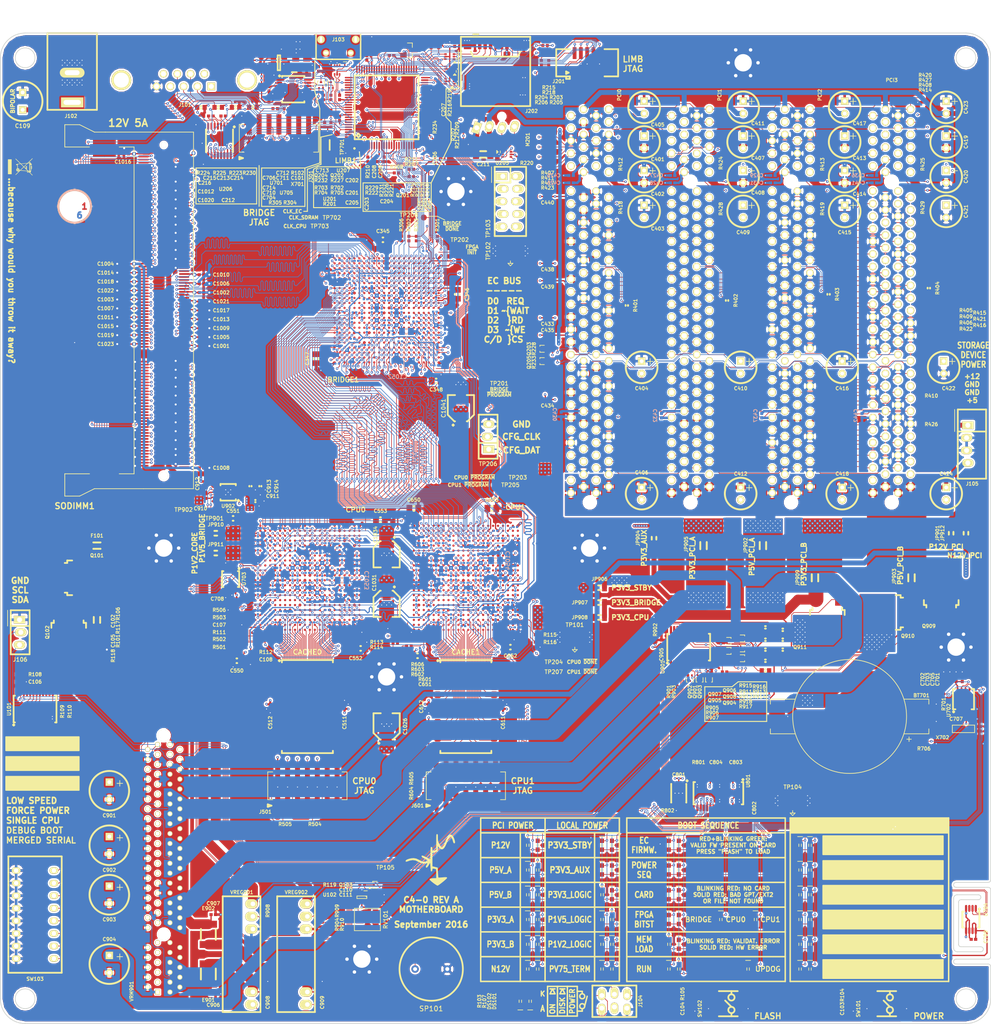
<source format=kicad_pcb>
(kicad_pcb (version 20160815) (host pcbnew "(2016-09-10 revision 7ad2f37)-master")

  (general
    (links 2706)
    (no_connects 0)
    (area -0.075001 -0.075001 200.075001 200.075001)
    (thickness 1.6)
    (drawings 345)
    (tracks 24341)
    (zones 0)
    (modules 609)
    (nets 1142)
  )

  (page A4)
  (layers
    (0 F.Cu signal)
    (1 In1.Cu signal)
    (2 In2.Cu signal)
    (3 In3.Cu signal)
    (4 In4.Cu signal)
    (31 B.Cu signal)
    (32 B.Adhes user)
    (33 F.Adhes user)
    (34 B.Paste user)
    (35 F.Paste user)
    (36 B.SilkS user)
    (37 F.SilkS user)
    (38 B.Mask user)
    (39 F.Mask user)
    (40 Dwgs.User user)
    (41 Cmts.User user)
    (42 Eco1.User user)
    (43 Eco2.User user)
    (44 Edge.Cuts user)
    (45 Margin user)
    (46 B.CrtYd user hide)
    (47 F.CrtYd user)
    (48 B.Fab user hide)
    (49 F.Fab user)
  )

  (setup
    (last_trace_width 0.125)
    (trace_clearance 0.1249)
    (zone_clearance 0.2)
    (zone_45_only yes)
    (trace_min 0.1)
    (segment_width 0.2)
    (edge_width 0.15)
    (via_size 0.5)
    (via_drill 0.2)
    (via_min_size 0.45)
    (via_min_drill 0.2)
    (uvia_size 0.3)
    (uvia_drill 0.1)
    (uvias_allowed no)
    (uvia_min_size 0.2)
    (uvia_min_drill 0.1)
    (pcb_text_width 0.3)
    (pcb_text_size 1.2 1.2)
    (mod_edge_width 0.15)
    (mod_text_size 0.7 0.7)
    (mod_text_width 0.15)
    (pad_size 2 5)
    (pad_drill 1)
    (pad_to_mask_clearance 0.2)
    (pad_to_paste_clearance_ratio -0.1)
    (aux_axis_origin 0 0)
    (visible_elements FFFFFF7F)
    (pcbplotparams
      (layerselection 0x010f8_ffffffff)
      (usegerberextensions true)
      (excludeedgelayer true)
      (linewidth 0.100000)
      (plotframeref false)
      (viasonmask false)
      (mode 1)
      (useauxorigin false)
      (hpglpennumber 1)
      (hpglpenspeed 20)
      (hpglpendiameter 15)
      (psnegative false)
      (psa4output false)
      (plotreference true)
      (plotvalue true)
      (plotinvisibletext false)
      (padsonsilk false)
      (subtractmaskfromsilk true)
      (outputformat 1)
      (mirror false)
      (drillshape 0)
      (scaleselection 1)
      (outputdirectory gerbers/))
  )

  (net 0 "")
  (net 1 GND)
  (net 2 +12)
  (net 3 "Net-(BRIDGE1-PadT5)")
  (net 4 "Net-(BRIDGE1-PadAB20)")
  (net 5 /Power/5VSENSE_1)
  (net 6 /Power/5VSENSE_2)
  (net 7 /Power/3V3SENSE_1)
  (net 8 /Power/3V3SENSE_2)
  (net 9 /Power/N12VSENSE)
  (net 10 /12VIN)
  (net 11 /Blinkenlights/SCL)
  (net 12 /Blinkenlights/SDA)
  (net 13 "Net-(LIMB1-Pad5)")
  (net 14 "Net-(LIMB1-Pad7)")
  (net 15 "Net-(LIMB1-Pad9)")
  (net 16 "Net-(LIMB1-Pad61)")
  (net 17 "Net-(LIMB1-Pad77)")
  (net 18 "Net-(LIMB1-Pad87)")
  (net 19 "Net-(LIMB1-Pad99)")
  (net 20 "Net-(SODIMM1-Pad125)")
  (net 21 "Net-(SODIMM1-Pad122)")
  (net 22 P3V3_AUX)
  (net 23 /PCI/AD11)
  (net 24 /PCI/AD12)
  (net 25 /PCI/AD0)
  (net 26 /PCI/~CBE1)
  (net 27 /PCI/AD2)
  (net 28 /PCI/AD1)
  (net 29 /PCI/AD15)
  (net 30 /PCI/AD4)
  (net 31 /PCI/AD3)
  (net 32 /PCI/~LOCK)
  (net 33 /PCI/AD8)
  (net 34 /PCI/AD6)
  (net 35 /PCI/AD5)
  (net 36 /PCI/~IRDY)
  (net 37 /PCI/AD10)
  (net 38 /PCI/~CBE0)
  (net 39 /PCI/AD7)
  (net 40 /PCI/AD9)
  (net 41 /PCI/AD16)
  (net 42 /PCI/AD14)
  (net 43 /PCI/AD13)
  (net 44 /PCI/PAR)
  (net 45 /PCI/AD17)
  (net 46 /PCI/AD20)
  (net 47 /PCI/AD19)
  (net 48 /PCI/~FRAME)
  (net 49 /PCI/~DEVSEL)
  (net 50 /PCI/AD21)
  (net 51 /PCI/AD18)
  (net 52 /PCI/~CBE2)
  (net 53 /PCI/~CBE3)
  (net 54 /PCI/AD26)
  (net 55 /PCI/AD27)
  (net 56 /PCI/AD25)
  (net 57 /PCI/AD24)
  (net 58 /PCI/AD23)
  (net 59 /PCI/AD22)
  (net 60 /PCI/AD31)
  (net 61 /PCI/AD29)
  (net 62 /PCI/AD28)
  (net 63 /PCI/AD30)
  (net 64 /PCI/~GNT3)
  (net 65 /PCI/~GNT2)
  (net 66 /PCI/~GNT1)
  (net 67 /PCI/~GNT0)
  (net 68 /PCI/~INT3)
  (net 69 /PCI/CLK)
  (net 70 /PCI/~INT2)
  (net 71 /PCI/~INT0)
  (net 72 /PCI/~INT1)
  (net 73 /PCI/M66EN)
  (net 74 /PCI/PCI_TCK)
  (net 75 /PCI/PCI_TDI)
  (net 76 /PCI/PCI_TMS)
  (net 77 /PCI/IDSEL3)
  (net 78 /PCI/IDSEL2)
  (net 79 /PCI/IDSEL1)
  (net 80 /PCI/IDSEL0)
  (net 81 P3V3_BRIDGE)
  (net 82 P3V3_CPU)
  (net 83 "Net-(CPU0-PadAA2)")
  (net 84 "Net-(CPU0-PadAB2)")
  (net 85 "Net-(CPU0-PadY3)")
  (net 86 "Net-(CPU0-PadAB3)")
  (net 87 "Net-(CPU0-PadW4)")
  (net 88 "Net-(CPU0-PadY4)")
  (net 89 "Net-(CPU0-PadAA4)")
  (net 90 "Net-(CPU0-PadAB4)")
  (net 91 "Net-(CPU0-PadT5)")
  (net 92 "Net-(CPU0-PadV5)")
  (net 93 "Net-(CPU0-PadY5)")
  (net 94 "Net-(CPU0-PadAB5)")
  (net 95 "Net-(CPU0-PadU6)")
  (net 96 "Net-(CPU0-PadW6)")
  (net 97 "Net-(CPU0-PadY6)")
  (net 98 "Net-(CPU0-PadAA6)")
  (net 99 "Net-(CPU0-PadAB6)")
  (net 100 "Net-(CPU0-PadR7)")
  (net 101 "Net-(CPU0-PadT7)")
  (net 102 "Net-(CPU0-PadV7)")
  (net 103 "Net-(CPU0-PadY7)")
  (net 104 "Net-(CPU0-PadAB7)")
  (net 105 "Net-(CPU0-PadR8)")
  (net 106 "Net-(CPU0-PadW8)")
  (net 107 "Net-(CPU0-PadY8)")
  (net 108 "Net-(CPU0-PadAA8)")
  (net 109 "Net-(CPU0-PadAB8)")
  (net 110 "Net-(CPU0-PadR9)")
  (net 111 "Net-(CPU0-PadU9)")
  (net 112 "Net-(CPU0-PadV9)")
  (net 113 "Net-(CPU0-PadW9)")
  (net 114 "Net-(CPU0-PadY9)")
  (net 115 "Net-(CPU0-PadW10)")
  (net 116 "Net-(CPU0-PadY10)")
  (net 117 "Net-(CPU0-PadAA10)")
  (net 118 "Net-(CPU0-PadR11)")
  (net 119 "Net-(CPU0-PadT11)")
  (net 120 "Net-(CPU0-PadV11)")
  (net 121 "Net-(CPU0-PadW11)")
  (net 122 "Net-(CPU0-PadY11)")
  (net 123 "Net-(CPU0-PadAB11)")
  (net 124 "Net-(CPU0-PadW12)")
  (net 125 "Net-(CPU0-PadY12)")
  (net 126 "Net-(CPU0-PadAA12)")
  (net 127 "Net-(CPU0-PadAB12)")
  (net 128 "Net-(CPU0-PadU13)")
  (net 129 "Net-(CPU0-PadV13)")
  (net 130 "Net-(CPU0-PadW13)")
  (net 131 "Net-(CPU0-PadY13)")
  (net 132 "Net-(CPU0-PadAB13)")
  (net 133 "Net-(CPU0-PadU14)")
  (net 134 "Net-(CPU0-PadW14)")
  (net 135 "Net-(CPU0-PadY14)")
  (net 136 "Net-(CPU0-PadAA14)")
  (net 137 "Net-(CPU0-PadAB14)")
  (net 138 "Net-(CPU0-PadU15)")
  (net 139 "Net-(CPU0-PadV15)")
  (net 140 "Net-(CPU0-PadW15)")
  (net 141 "Net-(CPU0-PadY15)")
  (net 142 "Net-(CPU0-PadAB15)")
  (net 143 "Net-(CPU0-PadY16)")
  (net 144 "Net-(CPU0-PadAA16)")
  (net 145 "Net-(CPU0-PadAB16)")
  (net 146 "Net-(CPU0-PadY17)")
  (net 147 "Net-(CPU0-PadAB17)")
  (net 148 "Net-(CPU0-PadW18)")
  (net 149 "Net-(CPU0-PadY18)")
  (net 150 "Net-(CPU0-PadAA18)")
  (net 151 "Net-(CPU0-PadAB18)")
  (net 152 "Net-(CPU0-PadY19)")
  (net 153 "Net-(CPU0-PadAB19)")
  (net 154 "Net-(CPU0-PadY20)")
  (net 155 "Net-(CPU0-PadAB20)")
  (net 156 "Net-(CPU0-PadAA21)")
  (net 157 "Net-(CPU0-PadAB21)")
  (net 158 "Net-(CPU0-PadAA22)")
  (net 159 /CPU0/CACHE_A4)
  (net 160 /CPU0/CACHE_A3)
  (net 161 /CPU0/CACHE_A2)
  (net 162 /CPU0/CACHE_A1)
  (net 163 /CPU0/CACHE_A0)
  (net 164 /CPU0/CACHE_~CE)
  (net 165 /CPU0/CACHE_DQ0)
  (net 166 /CPU0/CACHE_DQ1)
  (net 167 /CPU0/CACHE_DQ2)
  (net 168 /CPU0/CACHE_DQ3)
  (net 169 /CPU0/CACHE_DQ4)
  (net 170 /CPU0/CACHE_DQ5)
  (net 171 /CPU0/CACHE_DQ6)
  (net 172 /CPU0/CACHE_DQ7)
  (net 173 /CPU0/CACHE_~WE)
  (net 174 /CPU0/CACHE_A18)
  (net 175 /CPU0/CACHE_A17)
  (net 176 /CPU0/CACHE_A16)
  (net 177 /CPU0/CACHE_A15)
  (net 178 /CPU0/CACHE_A14)
  (net 179 /CPU0/CACHE_A13)
  (net 180 /CPU0/CACHE_A12)
  (net 181 /CPU0/CACHE_A11)
  (net 182 /CPU0/CACHE_A10)
  (net 183 /CPU0/CACHE_A9)
  (net 184 /CPU0/CACHE_A8)
  (net 185 /CPU0/CACHE_DQ8)
  (net 186 /CPU0/CACHE_DQ9)
  (net 187 /CPU0/CACHE_DQ10)
  (net 188 /CPU0/CACHE_DQ11)
  (net 189 /CPU0/CACHE_DQ12)
  (net 190 /CPU0/CACHE_DQ13)
  (net 191 /CPU0/CACHE_DQ14)
  (net 192 /CPU0/CACHE_DQ15)
  (net 193 /CPU0/CACHE_~LB)
  (net 194 /CPU0/CACHE_~UB)
  (net 195 /CPU0/CACHE_~OE)
  (net 196 /CPU0/CACHE_A7)
  (net 197 /CPU0/CACHE_A6)
  (net 198 /CPU0/CACHE_A5)
  (net 199 "Net-(CPU1-PadAA2)")
  (net 200 "Net-(CPU1-PadAB2)")
  (net 201 "Net-(CPU1-PadY3)")
  (net 202 "Net-(CPU1-PadAB3)")
  (net 203 "Net-(CPU1-PadW4)")
  (net 204 "Net-(CPU1-PadY4)")
  (net 205 "Net-(CPU1-PadAA4)")
  (net 206 "Net-(CPU1-PadAB4)")
  (net 207 "Net-(CPU1-PadT5)")
  (net 208 "Net-(CPU1-PadV5)")
  (net 209 "Net-(CPU1-PadY5)")
  (net 210 "Net-(CPU1-PadAB5)")
  (net 211 "Net-(CPU1-PadU6)")
  (net 212 "Net-(CPU1-PadW6)")
  (net 213 "Net-(CPU1-PadY6)")
  (net 214 "Net-(CPU1-PadAA6)")
  (net 215 "Net-(CPU1-PadAB6)")
  (net 216 "Net-(CPU1-PadR7)")
  (net 217 "Net-(CPU1-PadT7)")
  (net 218 "Net-(CPU1-PadV7)")
  (net 219 "Net-(CPU1-PadY7)")
  (net 220 "Net-(CPU1-PadAB7)")
  (net 221 "Net-(CPU1-PadR8)")
  (net 222 "Net-(CPU1-PadW8)")
  (net 223 "Net-(CPU1-PadY8)")
  (net 224 "Net-(CPU1-PadAA8)")
  (net 225 "Net-(CPU1-PadAB8)")
  (net 226 "Net-(CPU1-PadR9)")
  (net 227 "Net-(CPU1-PadU9)")
  (net 228 "Net-(CPU1-PadV9)")
  (net 229 "Net-(CPU1-PadW9)")
  (net 230 "Net-(CPU1-PadY9)")
  (net 231 "Net-(CPU1-PadW10)")
  (net 232 "Net-(CPU1-PadY10)")
  (net 233 "Net-(CPU1-PadAA10)")
  (net 234 "Net-(CPU1-PadR11)")
  (net 235 "Net-(CPU1-PadT11)")
  (net 236 "Net-(CPU1-PadV11)")
  (net 237 "Net-(CPU1-PadW11)")
  (net 238 "Net-(CPU1-PadY11)")
  (net 239 "Net-(CPU1-PadAB11)")
  (net 240 "Net-(CPU1-PadW12)")
  (net 241 "Net-(CPU1-PadY12)")
  (net 242 "Net-(CPU1-PadAA12)")
  (net 243 "Net-(CPU1-PadAB12)")
  (net 244 "Net-(CPU1-PadU13)")
  (net 245 "Net-(CPU1-PadV13)")
  (net 246 "Net-(CPU1-PadW13)")
  (net 247 "Net-(CPU1-PadY13)")
  (net 248 "Net-(CPU1-PadAB13)")
  (net 249 "Net-(CPU1-PadU14)")
  (net 250 "Net-(CPU1-PadW14)")
  (net 251 "Net-(CPU1-PadY14)")
  (net 252 "Net-(CPU1-PadAA14)")
  (net 253 "Net-(CPU1-PadAB14)")
  (net 254 "Net-(CPU1-PadU15)")
  (net 255 "Net-(CPU1-PadV15)")
  (net 256 "Net-(CPU1-PadW15)")
  (net 257 "Net-(CPU1-PadY15)")
  (net 258 "Net-(CPU1-PadAB15)")
  (net 259 "Net-(CPU1-PadY16)")
  (net 260 "Net-(CPU1-PadAA16)")
  (net 261 "Net-(CPU1-PadAB16)")
  (net 262 "Net-(CPU1-PadY17)")
  (net 263 "Net-(CPU1-PadAB17)")
  (net 264 "Net-(CPU1-PadW18)")
  (net 265 "Net-(CPU1-PadY18)")
  (net 266 "Net-(CPU1-PadAA18)")
  (net 267 "Net-(CPU1-PadAB18)")
  (net 268 "Net-(CPU1-PadY19)")
  (net 269 "Net-(CPU1-PadAB19)")
  (net 270 "Net-(CPU1-PadY20)")
  (net 271 "Net-(CPU1-PadAB20)")
  (net 272 "Net-(CPU1-PadAA21)")
  (net 273 "Net-(CPU1-PadAB21)")
  (net 274 "Net-(CPU1-PadAA22)")
  (net 275 /CPU1/CACHE_A4)
  (net 276 /CPU1/CACHE_A3)
  (net 277 /CPU1/CACHE_A2)
  (net 278 /CPU1/CACHE_A1)
  (net 279 /CPU1/CACHE_A0)
  (net 280 /CPU1/CACHE_~CE)
  (net 281 /CPU1/CACHE_DQ0)
  (net 282 /CPU1/CACHE_DQ1)
  (net 283 /CPU1/CACHE_DQ2)
  (net 284 /CPU1/CACHE_DQ3)
  (net 285 /CPU1/CACHE_DQ4)
  (net 286 /CPU1/CACHE_DQ5)
  (net 287 /CPU1/CACHE_DQ6)
  (net 288 /CPU1/CACHE_DQ7)
  (net 289 /CPU1/CACHE_~WE)
  (net 290 /CPU1/CACHE_A18)
  (net 291 /CPU1/CACHE_A17)
  (net 292 /CPU1/CACHE_A16)
  (net 293 /CPU1/CACHE_A15)
  (net 294 /CPU1/CACHE_A14)
  (net 295 /CPU1/CACHE_A13)
  (net 296 /CPU1/CACHE_A12)
  (net 297 /CPU1/CACHE_A11)
  (net 298 /CPU1/CACHE_A10)
  (net 299 /CPU1/CACHE_A9)
  (net 300 /CPU1/CACHE_A8)
  (net 301 /CPU1/CACHE_DQ8)
  (net 302 /CPU1/CACHE_DQ9)
  (net 303 /CPU1/CACHE_DQ10)
  (net 304 /CPU1/CACHE_DQ11)
  (net 305 /CPU1/CACHE_DQ12)
  (net 306 /CPU1/CACHE_DQ13)
  (net 307 /CPU1/CACHE_DQ14)
  (net 308 /CPU1/CACHE_DQ15)
  (net 309 /CPU1/CACHE_~LB)
  (net 310 /CPU1/CACHE_~UB)
  (net 311 /CPU1/CACHE_~OE)
  (net 312 /CPU1/CACHE_A7)
  (net 313 /CPU1/CACHE_A6)
  (net 314 /CPU1/CACHE_A5)
  (net 315 "Net-(CPU0-PadB1)")
  (net 316 "Net-(CPU0-PadC1)")
  (net 317 "Net-(CPU0-PadD1)")
  (net 318 "Net-(CPU0-PadE1)")
  (net 319 "Net-(CPU0-PadF1)")
  (net 320 "Net-(CPU0-PadA2)")
  (net 321 "Net-(CPU0-PadB2)")
  (net 322 P1V5_BRIDGE)
  (net 323 "Net-(CPU0-PadD2)")
  (net 324 "Net-(CPU0-PadF2)")
  (net 325 "Net-(CPU0-PadB3)")
  (net 326 "Net-(CPU0-PadC3)")
  (net 327 "Net-(CPU0-PadE3)")
  (net 328 "Net-(CPU0-PadF3)")
  (net 329 "Net-(CPU0-PadK3)")
  (net 330 "Net-(CPU0-PadF5)")
  (net 331 "Net-(CPU0-PadH5)")
  (net 332 "Net-(CPU0-PadG6)")
  (net 333 "Net-(CPU0-PadH6)")
  (net 334 "Net-(CPU0-PadJ6)")
  (net 335 "Net-(CPU0-PadK6)")
  (net 336 "Net-(CPU0-PadJ7)")
  (net 337 "Net-(CPU0-PadH8)")
  (net 338 "Net-(CPU1-PadB1)")
  (net 339 "Net-(CPU1-PadC1)")
  (net 340 "Net-(CPU1-PadD1)")
  (net 341 "Net-(CPU1-PadE1)")
  (net 342 "Net-(CPU1-PadF1)")
  (net 343 "Net-(CPU1-PadA2)")
  (net 344 "Net-(CPU1-PadB2)")
  (net 345 "Net-(CPU1-PadD2)")
  (net 346 "Net-(CPU1-PadF2)")
  (net 347 "Net-(CPU1-PadB3)")
  (net 348 "Net-(CPU1-PadC3)")
  (net 349 "Net-(CPU1-PadE3)")
  (net 350 "Net-(CPU1-PadF3)")
  (net 351 "Net-(CPU1-PadK3)")
  (net 352 "Net-(CPU1-PadF5)")
  (net 353 "Net-(CPU1-PadH5)")
  (net 354 "Net-(CPU1-PadG6)")
  (net 355 "Net-(CPU1-PadH6)")
  (net 356 "Net-(CPU1-PadJ6)")
  (net 357 "Net-(CPU1-PadK6)")
  (net 358 "Net-(CPU1-PadJ7)")
  (net 359 "Net-(CPU1-PadH8)")
  (net 360 /CPU0/BUSCLK)
  (net 361 "Net-(CPU1-PadV1)")
  (net 362 "Net-(CPU0-PadV1)")
  (net 363 "Net-(CPU1-PadG3)")
  (net 364 "Net-(CPU0-PadG3)")
  (net 365 "Net-(CPU1-PadG1)")
  (net 366 "Net-(CPU0-PadG1)")
  (net 367 "Net-(CPU1-PadA3)")
  (net 368 "Net-(CPU1-PadA4)")
  (net 369 "Net-(CPU1-PadA5)")
  (net 370 "Net-(CPU1-PadC5)")
  (net 371 "Net-(CPU1-PadA6)")
  (net 372 "Net-(CPU1-PadB6)")
  (net 373 "Net-(CPU1-PadC6)")
  (net 374 "Net-(CPU1-PadD6)")
  (net 375 "Net-(CPU1-PadA7)")
  (net 376 "Net-(CPU1-PadC7)")
  (net 377 "Net-(CPU1-PadD7)")
  (net 378 "Net-(CPU1-PadA8)")
  (net 379 "Net-(CPU1-PadB8)")
  (net 380 "Net-(CPU1-PadC8)")
  (net 381 "Net-(CPU1-PadD8)")
  (net 382 "Net-(CPU1-PadA9)")
  (net 383 "Net-(CPU1-PadC9)")
  (net 384 "Net-(CPU1-PadD9)")
  (net 385 "Net-(CPU1-PadA10)")
  (net 386 "Net-(CPU1-PadB10)")
  (net 387 "Net-(CPU1-PadC10)")
  (net 388 "Net-(CPU1-PadD10)")
  (net 389 "Net-(CPU1-PadA11)")
  (net 390 "Net-(CPU1-PadC11)")
  (net 391 "Net-(CPU1-PadA13)")
  (net 392 "Net-(CPU1-PadC13)")
  (net 393 "Net-(CPU1-PadA14)")
  (net 394 "Net-(CPU1-PadB14)")
  (net 395 "Net-(CPU1-PadC14)")
  (net 396 "Net-(CPU1-PadD14)")
  (net 397 "Net-(CPU1-PadA15)")
  (net 398 "Net-(CPU1-PadC15)")
  (net 399 "Net-(CPU1-PadD15)")
  (net 400 "Net-(CPU1-PadA16)")
  (net 401 "Net-(CPU1-PadB16)")
  (net 402 "Net-(CPU1-PadC16)")
  (net 403 "Net-(CPU1-PadE16)")
  (net 404 "Net-(CPU1-PadA17)")
  (net 405 "Net-(CPU1-PadC17)")
  (net 406 "Net-(CPU1-PadD17)")
  (net 407 "Net-(CPU1-PadJ17)")
  (net 408 "Net-(CPU1-PadK17)")
  (net 409 "Net-(CPU1-PadL17)")
  (net 410 "Net-(CPU1-PadA18)")
  (net 411 "Net-(CPU1-PadB18)")
  (net 412 "Net-(CPU1-PadF18)")
  (net 413 "Net-(CPU1-PadH18)")
  (net 414 "Net-(CPU1-PadK18)")
  (net 415 "Net-(CPU1-PadC19)")
  (net 416 "Net-(CPU1-PadD19)")
  (net 417 "Net-(CPU1-PadF19)")
  (net 418 "Net-(CPU1-PadK19)")
  (net 419 "Net-(CPU1-PadL19)")
  (net 420 "Net-(CPU1-PadM19)")
  (net 421 "Net-(CPU1-PadN19)")
  (net 422 "Net-(CPU1-PadB20)")
  (net 423 "Net-(CPU1-PadC20)")
  (net 424 "Net-(CPU1-PadD20)")
  (net 425 "Net-(CPU1-PadH20)")
  (net 426 "Net-(CPU1-PadK20)")
  (net 427 "Net-(CPU1-PadM20)")
  (net 428 "Net-(CPU1-PadB21)")
  (net 429 "Net-(CPU1-PadB22)")
  (net 430 "Net-(CPU1-PadC22)")
  (net 431 "Net-(CPU0-PadA3)")
  (net 432 "Net-(CPU0-PadA4)")
  (net 433 "Net-(CPU0-PadA5)")
  (net 434 "Net-(CPU0-PadC5)")
  (net 435 "Net-(CPU0-PadA6)")
  (net 436 "Net-(CPU0-PadB6)")
  (net 437 "Net-(CPU0-PadC6)")
  (net 438 "Net-(CPU0-PadD6)")
  (net 439 "Net-(CPU0-PadA7)")
  (net 440 "Net-(CPU0-PadC7)")
  (net 441 "Net-(CPU0-PadD7)")
  (net 442 "Net-(CPU0-PadA8)")
  (net 443 "Net-(CPU0-PadB8)")
  (net 444 "Net-(CPU0-PadC8)")
  (net 445 "Net-(CPU0-PadD8)")
  (net 446 "Net-(CPU0-PadA9)")
  (net 447 "Net-(CPU0-PadC9)")
  (net 448 "Net-(CPU0-PadD9)")
  (net 449 "Net-(CPU0-PadA10)")
  (net 450 "Net-(CPU0-PadB10)")
  (net 451 "Net-(CPU0-PadC10)")
  (net 452 "Net-(CPU0-PadD10)")
  (net 453 "Net-(CPU0-PadA11)")
  (net 454 "Net-(CPU0-PadC11)")
  (net 455 "Net-(CPU0-PadA13)")
  (net 456 "Net-(CPU0-PadC13)")
  (net 457 "Net-(CPU0-PadA14)")
  (net 458 "Net-(CPU0-PadB14)")
  (net 459 "Net-(CPU0-PadC14)")
  (net 460 "Net-(CPU0-PadD14)")
  (net 461 "Net-(CPU0-PadA15)")
  (net 462 "Net-(CPU0-PadC15)")
  (net 463 "Net-(CPU0-PadD15)")
  (net 464 "Net-(CPU0-PadA16)")
  (net 465 "Net-(CPU0-PadB16)")
  (net 466 "Net-(CPU0-PadC16)")
  (net 467 "Net-(CPU0-PadE16)")
  (net 468 "Net-(CPU0-PadA17)")
  (net 469 "Net-(CPU0-PadC17)")
  (net 470 "Net-(CPU0-PadD17)")
  (net 471 "Net-(CPU0-PadJ17)")
  (net 472 "Net-(CPU0-PadK17)")
  (net 473 "Net-(CPU0-PadL17)")
  (net 474 "Net-(CPU0-PadA18)")
  (net 475 "Net-(CPU0-PadB18)")
  (net 476 "Net-(CPU0-PadF18)")
  (net 477 "Net-(CPU0-PadH18)")
  (net 478 "Net-(CPU0-PadK18)")
  (net 479 "Net-(CPU0-PadC19)")
  (net 480 "Net-(CPU0-PadD19)")
  (net 481 "Net-(CPU0-PadF19)")
  (net 482 "Net-(CPU0-PadK19)")
  (net 483 "Net-(CPU0-PadL19)")
  (net 484 "Net-(CPU0-PadM19)")
  (net 485 "Net-(CPU0-PadN19)")
  (net 486 "Net-(CPU0-PadB20)")
  (net 487 "Net-(CPU0-PadC20)")
  (net 488 "Net-(CPU0-PadD20)")
  (net 489 "Net-(CPU0-PadH20)")
  (net 490 "Net-(CPU0-PadK20)")
  (net 491 "Net-(CPU0-PadM20)")
  (net 492 "Net-(CPU0-PadB21)")
  (net 493 "Net-(CPU0-PadB22)")
  (net 494 "Net-(CPU0-PadC22)")
  (net 495 /Power/~INT)
  (net 496 +5VB)
  (net 497 +3VB)
  (net 498 /Power/EN_SAFETY)
  (net 499 /Power/EN_1V5)
  (net 500 /Power/EN_1V2)
  (net 501 /Power/EN_P12V_PCI)
  (net 502 +5VA)
  (net 503 +3VA)
  (net 504 +1V5)
  (net 505 +1V2)
  (net 506 -12)
  (net 507 P12V_PCI)
  (net 508 P5V_PCI_A)
  (net 509 P3V3_STBY)
  (net 510 P3V3_PCI_B)
  (net 511 P3V3_PCI_A)
  (net 512 P5V_PCI_B)
  (net 513 N12V_PCI)
  (net 514 /Power/~EN_P5V_PCI_B)
  (net 515 /Power/~EN_P3V3_S0B)
  (net 516 /Power/DISCH_5VA)
  (net 517 /Power/DISCH_5VB)
  (net 518 P1V2_CORE)
  (net 519 /Misc/CLK_SDRAM)
  (net 520 /Power/EN_V75REF)
  (net 521 /Power/EN_V75)
  (net 522 PV75_SDRAM_VTT)
  (net 523 PV75_SDRAM_VREF)
  (net 524 /CPU1/PROGRAM_B)
  (net 525 /CPU0/INIT_B)
  (net 526 /CPU0/DIN)
  (net 527 /CPU0/CCLK)
  (net 528 /CPU1/DONE)
  (net 529 /CPU0/PROGRAM_B)
  (net 530 /CPU0/DONE)
  (net 531 /CPU0/TCK)
  (net 532 /CPU0/TMS)
  (net 533 /CPU0/TDI)
  (net 534 /CPU0/TDO)
  (net 535 /CPU1/TCK)
  (net 536 /CPU1/TMS)
  (net 537 /CPU1/TDI)
  (net 538 /CPU1/TDO)
  (net 539 /Northbridge/CPU_D30)
  (net 540 /Northbridge/CPU_D29)
  (net 541 /Northbridge/CPU_D25)
  (net 542 /Northbridge/CPU_D22)
  (net 543 /Northbridge/CPU_D18)
  (net 544 /Northbridge/CPU_D17)
  (net 545 /Northbridge/CPU_D13)
  (net 546 /Northbridge/CPU_D9)
  (net 547 /Northbridge/CPU_D3)
  (net 548 /Northbridge/CPU_D1)
  (net 549 /Northbridge/CPU_D28)
  (net 550 /Northbridge/CPU_D21)
  (net 551 /Northbridge/CPU_D12)
  (net 552 /Northbridge/CPU_D5)
  (net 553 /Northbridge/CPU_D0)
  (net 554 /Northbridge/CPU_D27)
  (net 555 /Northbridge/CPU_D24)
  (net 556 /Northbridge/CPU_D6)
  (net 557 /Northbridge/CPU_D14)
  (net 558 /Northbridge/CPU_D8)
  (net 559 /Northbridge/CPU_D4)
  (net 560 /Northbridge/CPU_D2)
  (net 561 /Northbridge/CPU_D26)
  (net 562 /Northbridge/CPU_D10)
  (net 563 /Northbridge/CPU_D7)
  (net 564 /Northbridge/CPU_D23)
  (net 565 /Northbridge/DQ24)
  (net 566 /Northbridge/DQS3_N)
  (net 567 /Northbridge/DQ18)
  (net 568 /Northbridge/DQS2_N)
  (net 569 /Northbridge/DQ16)
  (net 570 /Northbridge/DQ11)
  (net 571 /Northbridge/DQS1_N)
  (net 572 /Northbridge/DQ8)
  (net 573 /Northbridge/DQ3)
  (net 574 /Northbridge/DQ2)
  (net 575 /Northbridge/DQS0_N)
  (net 576 /Northbridge/DQ0)
  (net 577 /Northbridge/PROGRAM_B)
  (net 578 /Northbridge/DM3)
  (net 579 /Northbridge/DQ25)
  (net 580 /Northbridge/DQ19)
  (net 581 /Northbridge/DQ17)
  (net 582 /Northbridge/DQ10)
  (net 583 /Northbridge/DQ9)
  (net 584 /Northbridge/DM0)
  (net 585 /Northbridge/DQ1)
  (net 586 /Northbridge/DQ26)
  (net 587 /Northbridge/DQS3_P)
  (net 588 /Northbridge/DQS2_P)
  (net 589 /Northbridge/DQ22)
  (net 590 /Northbridge/DQ21)
  (net 591 /Northbridge/DQ15)
  (net 592 /Northbridge/DQS1_P)
  (net 593 /Northbridge/DM1)
  (net 594 /Northbridge/DQ12)
  (net 595 /Northbridge/DQ7)
  (net 596 /Northbridge/DQS0_P)
  (net 597 /Northbridge/DQ5)
  (net 598 /Northbridge/DQ4)
  (net 599 /Northbridge/DM2)
  (net 600 /Northbridge/DQ20)
  (net 601 /Northbridge/DQ14)
  (net 602 /Northbridge/DQ13)
  (net 603 /Northbridge/~PCI_PERR)
  (net 604 /Northbridge/DQ27)
  (net 605 /Northbridge/DQ30)
  (net 606 /Northbridge/DQ23)
  (net 607 /Northbridge/BA2)
  (net 608 /Northbridge/CKE0)
  (net 609 /Northbridge/DQ31)
  (net 610 /Northbridge/DQ29)
  (net 611 /Northbridge/DQ28)
  (net 612 /Northbridge/~PCI_TRDY)
  (net 613 /Northbridge/A12)
  (net 614 /Northbridge/CKE1)
  (net 615 /Northbridge/A15)
  (net 616 /Northbridge/A8)
  (net 617 /Northbridge/A9)
  (net 618 /Northbridge/A14)
  (net 619 /Northbridge/A11)
  (net 620 /Northbridge/A7)
  (net 621 /Northbridge/~PCI_SERR)
  (net 622 /Northbridge/~PCI_STOP)
  (net 623 /Northbridge/A3)
  (net 624 /Northbridge/A5)
  (net 625 /Northbridge/A6)
  (net 626 /Northbridge/A4)
  (net 627 /Northbridge/A1)
  (net 628 /Northbridge/A2)
  (net 629 /Northbridge/A0)
  (net 630 /Northbridge/CK0_N)
  (net 631 /Northbridge/CK0_P)
  (net 632 /Northbridge/CK1_N)
  (net 633 /Northbridge/CK1_P)
  (net 634 /Northbridge/~PCI_REQ3)
  (net 635 /Northbridge/BA1)
  (net 636 /Northbridge/~RAS)
  (net 637 /Northbridge/LIMBNCS)
  (net 638 /Northbridge/LIMBREQ)
  (net 639 /Northbridge/A10)
  (net 640 /Northbridge/BA0)
  (net 641 /Northbridge/~S0)
  (net 642 /Northbridge/ODT0)
  (net 643 /Northbridge/LIMBNRD)
  (net 644 /Northbridge/~PCI_REQ2)
  (net 645 /Northbridge/~WE)
  (net 646 /Northbridge/ODT1)
  (net 647 /Northbridge/DQ36)
  (net 648 /Northbridge/BR_TCK)
  (net 649 /Northbridge/M1)
  (net 650 /Northbridge/LIMBNWAIT)
  (net 651 /Northbridge/~PCI_REQ1)
  (net 652 /Northbridge/~CAS)
  (net 653 /Northbridge/A13)
  (net 654 /Northbridge/~PCI_REQ0)
  (net 655 /Northbridge/~S1)
  (net 656 /Northbridge/DQ37)
  (net 657 /Northbridge/DQ32)
  (net 658 /Northbridge/DQ33)
  (net 659 /Northbridge/BR_TMS)
  (net 660 /Northbridge/BR_TDI)
  (net 661 /Northbridge/LIMBNWE)
  (net 662 /Northbridge/BR_TDO)
  (net 663 /Northbridge/DM4)
  (net 664 /Northbridge/DQ38)
  (net 665 /Northbridge/DQ45)
  (net 666 /Northbridge/DQS5_P)
  (net 667 /Northbridge/DQ46)
  (net 668 /Northbridge/DQ52)
  (net 669 /Northbridge/DM6)
  (net 670 /Northbridge/DQ55)
  (net 671 /Northbridge/DQ61)
  (net 672 /Northbridge/DQS7_P)
  (net 673 /Northbridge/DQ63)
  (net 674 /Northbridge/DQS4_P)
  (net 675 /Northbridge/DQ39)
  (net 676 /Northbridge/DQ44)
  (net 677 /Northbridge/DQS5_N)
  (net 678 /Northbridge/DQ47)
  (net 679 /Northbridge/DQ53)
  (net 680 /Northbridge/DQ54)
  (net 681 /Northbridge/DQ60)
  (net 682 /Northbridge/DQS7_N)
  (net 683 /Northbridge/DQ62)
  (net 684 /Northbridge/CMPCS)
  (net 685 /Northbridge/DQS4_N)
  (net 686 /Northbridge/DQ34)
  (net 687 /Northbridge/DQ41)
  (net 688 /Northbridge/DQ43)
  (net 689 /Northbridge/DQS6_P)
  (net 690 /Northbridge/DQ51)
  (net 691 /Northbridge/DQ58)
  (net 692 /Northbridge/DQ35)
  (net 693 /Northbridge/DQ40)
  (net 694 /Northbridge/DM5)
  (net 695 /Northbridge/DQ42)
  (net 696 /Northbridge/DQ48)
  (net 697 /Northbridge/DQ49)
  (net 698 /Northbridge/DQS6_N)
  (net 699 /Northbridge/DQ50)
  (net 700 /Northbridge/DQ56)
  (net 701 /Northbridge/DQ57)
  (net 702 /Northbridge/DM7)
  (net 703 /Northbridge/DQ59)
  (net 704 /Northbridge/DONE)
  (net 705 /Northbridge/M0)
  (net 706 /Northbridge/DQ6)
  (net 707 /RSRTS)
  (net 708 /RSCTS)
  (net 709 /RSRD)
  (net 710 /RSTD)
  (net 711 /RSDCD)
  (net 712 /RSDTR)
  (net 713 /RSRI)
  (net 714 /RSDSR)
  (net 715 /LIMB/XFANTACH)
  (net 716 /LIMB/XFANPWM)
  (net 717 /LIMB/FANPWM)
  (net 718 /LIMB/FANTACH)
  (net 719 /LIMB/USB_D+)
  (net 720 /LIMB/USB_D-)
  (net 721 /LIMB/D6)
  (net 722 /LIMB/D7)
  (net 723 /LIMB/D4)
  (net 724 /LIMB/D5)
  (net 725 /LIMB/A15)
  (net 726 /LIMB/SCK1)
  (net 727 /LIMB/PCI_SCL)
  (net 728 /LIMB/SDA1)
  (net 729 /LIMB/PCI_SDA)
  (net 730 /LIMB/MCDA2)
  (net 731 /LIMB/MCDA3)
  (net 732 /LIMB/MCCDA)
  (net 733 /LIMB/MCCK)
  (net 734 /LIMB/MCDA0)
  (net 735 /LIMB/MCDA1)
  (net 736 /LIMB/TDI)
  (net 737 /LIMB/TDO)
  (net 738 /LIMB/~PRSNT2_2)
  (net 739 /LIMB/~PRSNT1_2)
  (net 740 /LIMB/~PCIPME)
  (net 741 /LIMB/~PCIRST)
  (net 742 /LIMB/~PRSNT2_0)
  (net 743 /LIMB/~PRSNT1_0)
  (net 744 /LIMB/~PRSNT2_1)
  (net 745 /LIMB/~PRSNT1_1)
  (net 746 /LIMB/~PRSNT2_3)
  (net 747 /LIMB/~PRSNT1_3)
  (net 748 /LIMB/TMS)
  (net 749 /LIMB/TCK)
  (net 750 /LIMB/~RST)
  (net 751 /LIMB/CTS1)
  (net 752 /LIMB/RTS1)
  (net 753 /LIMB/TXD1)
  (net 754 /LIMB/RXD1)
  (net 755 /LIMB/CLK)
  (net 756 /LIMB/MOSI)
  (net 757 /LIMB/USB_VBSENSE)
  (net 758 /LIMB/MISO)
  (net 759 /LIMB/USB_VBUS)
  (net 760 /LIMB/XUSB_D-)
  (net 761 /LIMB/XUSB_D+)
  (net 762 /Power/~DISCH_1V5)
  (net 763 /Power/~DISCH_3VA)
  (net 764 /Power/~DISCH_3VB)
  (net 765 /Power/~DISCH_1V2)
  (net 766 /LIMB/BRIDGE_SUSP)
  (net 767 /LIMB/CPU_SUSP)
  (net 768 /CPU0/ICPU_ACK_IN)
  (net 769 /CPU0/ICPU_REQ_IN)
  (net 770 /CPU1/ICPU_ACK_IN)
  (net 771 /CPU1/ICPU_REQ_IN)
  (net 772 P3V3_CARD)
  (net 773 /LIMB/XMCDA2)
  (net 774 /LIMB/XMCDA3)
  (net 775 /LIMB/XMCCDA)
  (net 776 /LIMB/XMCCK)
  (net 777 /LIMB/XMCDA0)
  (net 778 /LIMB/XMCDA1)
  (net 779 /LIMB/~CARDEN)
  (net 780 /LIMB/~CARD)
  (net 781 /CPU0/~BUSACK)
  (net 782 /CPU0/~BUSINT)
  (net 783 /Northbridge/~CPU_WR)
  (net 784 /CPU0/~BUSREQ)
  (net 785 /CPU0/~ADDR)
  (net 786 /Northbridge/~CPU_WAIT)
  (net 787 /CPU1/~BUSACK)
  (net 788 /CPU1/~BUSINT)
  (net 789 /CPU1/~BUSREQ)
  (net 790 /PCI/~PCI_TRST)
  (net 791 /LIMB/~SDRAM_EVENT)
  (net 792 /PCI/PCI_TDO3)
  (net 793 /PCI/PCI_TDO2)
  (net 794 /PCI/PCI_TDO0)
  (net 795 /PCI/PCI_TDO1)
  (net 796 /LIMB/VREFEN)
  (net 797 /CPU0/SCL)
  (net 798 /CPU0/SDA)
  (net 799 /LIMB/~RTCINT)
  (net 800 /LIMB/~PANELINT)
  (net 801 /LIMB/VCORE)
  (net 802 /Misc/P1V8_SYNTH)
  (net 803 /XUSBSH)
  (net 804 /CPU0/CPUID1)
  (net 805 /CPU0/CPUID0)
  (net 806 /CPU1/CPUID0)
  (net 807 /CPU1/CPUID1)
  (net 808 /LIMB/SENSE3V3)
  (net 809 /LIMB/SENSE1V2)
  (net 810 /LIMB/SENSE12V)
  (net 811 /LIMB/SENSE1V5)
  (net 812 "Net-(LIMB1-Pad13)")
  (net 813 "Net-(LIMB1-Pad19)")
  (net 814 "Net-(LIMB1-Pad23)")
  (net 815 "Net-(LIMB1-Pad96)")
  (net 816 "Net-(C102-Pad2)")
  (net 817 "Net-(C102-Pad1)")
  (net 818 "Net-(Q905-Pad3)")
  (net 819 "Net-(Q906-Pad3)")
  (net 820 "Net-(Q904-Pad3)")
  (net 821 "Net-(C205-Pad1)")
  (net 822 "Net-(DS102-Pad1)")
  (net 823 "Net-(DS101-Pad1)")
  (net 824 "Net-(Q908-Pad3)")
  (net 825 "Net-(Q907-Pad3)")
  (net 826 "Net-(C908-Pad1)")
  (net 827 "Net-(R908-Pad1)")
  (net 828 "Net-(C909-Pad1)")
  (net 829 "Net-(R909-Pad1)")
  (net 830 "Net-(BT701-Pad1)")
  (net 831 "Net-(J104-Pad6)")
  (net 832 "Net-(R105-Pad2)")
  (net 833 "Net-(U702-Pad1)")
  (net 834 "Net-(U702-Pad2)")
  (net 835 "Net-(J202-Pad10)")
  (net 836 "Net-(SW103-Pad9)")
  (net 837 "Net-(SW103-Pad10)")
  (net 838 "Net-(SW103-Pad11)")
  (net 839 "Net-(SW103-Pad12)")
  (net 840 "Net-(SW103-Pad13)")
  (net 841 "Net-(SW103-Pad14)")
  (net 842 "Net-(SW103-Pad15)")
  (net 843 "Net-(SW103-Pad16)")
  (net 844 "Net-(J103-Pad4)")
  (net 845 "Net-(J601-Pad14)")
  (net 846 "Net-(J601-Pad12)")
  (net 847 "Net-(J501-Pad14)")
  (net 848 "Net-(J501-Pad12)")
  (net 849 "Net-(J301-Pad14)")
  (net 850 "Net-(J301-Pad12)")
  (net 851 "Net-(J201-Pad7)")
  (net 852 "Net-(J104-Pad2)")
  (net 853 "Net-(J104-Pad4)")
  (net 854 "Net-(R110-Pad2)")
  (net 855 "Net-(R109-Pad2)")
  (net 856 "Net-(U101-Pad14)")
  (net 857 "Net-(U101-Pad15)")
  (net 858 "Net-(U101-Pad16)")
  (net 859 "Net-(C103-Pad1)")
  (net 860 "Net-(C104-Pad1)")
  (net 861 "Net-(R108-Pad2)")
  (net 862 "Net-(U901-Pad1)")
  (net 863 "Net-(R901-Pad1)")
  (net 864 "Net-(R903-Pad1)")
  (net 865 "Net-(U901-Pad8)")
  (net 866 "Net-(U901-Pad9)")
  (net 867 "Net-(R902-Pad1)")
  (net 868 "Net-(C213-Pad2)")
  (net 869 "Net-(C214-Pad2)")
  (net 870 "Net-(C213-Pad1)")
  (net 871 "Net-(C215-Pad1)")
  (net 872 "Net-(C215-Pad2)")
  (net 873 "Net-(C216-Pad1)")
  (net 874 "Net-(U705-Pad2)")
  (net 875 "Net-(U705-Pad4)")
  (net 876 "Net-(R703-Pad2)")
  (net 877 "Net-(R702-Pad2)")
  (net 878 "Net-(U703-Pad3)")
  (net 879 "Net-(U704-Pad3)")
  (net 880 "Net-(C701-Pad1)")
  (net 881 "Net-(R912-Pad1)")
  (net 882 "Net-(R911-Pad1)")
  (net 883 "Net-(C107-Pad1)")
  (net 884 "Net-(C108-Pad1)")
  (net 885 "Net-(R802-Pad1)")
  (net 886 "Net-(R904-Pad1)")
  (net 887 "Net-(PCI0-PadB60)")
  (net 888 "Net-(PCI0-PadB14)")
  (net 889 "Net-(PCI0-PadB10)")
  (net 890 "Net-(PCI0-PadA60)")
  (net 891 "Net-(PCI0-PadA11)")
  (net 892 "Net-(PCI0-PadA9)")
  (net 893 "Net-(PCI1-PadB60)")
  (net 894 "Net-(PCI1-PadB14)")
  (net 895 "Net-(PCI1-PadB10)")
  (net 896 "Net-(PCI1-PadA60)")
  (net 897 "Net-(PCI1-PadA11)")
  (net 898 "Net-(PCI1-PadA9)")
  (net 899 "Net-(PCI2-PadB60)")
  (net 900 "Net-(PCI2-PadB14)")
  (net 901 "Net-(PCI2-PadB10)")
  (net 902 "Net-(PCI2-PadA60)")
  (net 903 "Net-(PCI2-PadA11)")
  (net 904 "Net-(PCI2-PadA9)")
  (net 905 "Net-(PCI3-PadB60)")
  (net 906 "Net-(PCI3-PadB14)")
  (net 907 "Net-(PCI3-PadB10)")
  (net 908 "Net-(PCI3-PadA60)")
  (net 909 "Net-(PCI3-PadA11)")
  (net 910 "Net-(PCI3-PadA9)")
  (net 911 "Net-(C714-Pad1)")
  (net 912 "Net-(C713-Pad1)")
  (net 913 "Net-(C707-Pad1)")
  (net 914 "Net-(R106-Pad2)")
  (net 915 "Net-(C105-Pad1)")
  (net 916 "Net-(BRIDGE1-PadK18)")
  (net 917 "Net-(BRIDGE1-PadT19)")
  (net 918 "Net-(BRIDGE1-PadT20)")
  (net 919 "Net-(JP901-Pad2)")
  (net 920 "Net-(JP903-Pad2)")
  (net 921 "Net-(JP907-Pad2)")
  (net 922 "Net-(U801-Pad11)")
  (net 923 "Net-(U801-Pad12)")
  (net 924 "Net-(R801-Pad2)")
  (net 925 /Blinkenlights/CS6)
  (net 926 /Blinkenlights/CS7)
  (net 927 /Blinkenlights/CS8)
  (net 928 /Blinkenlights/CS9)
  (net 929 /Blinkenlights/CS11)
  (net 930 /Blinkenlights/CS10)
  (net 931 /Blinkenlights/CS5)
  (net 932 /Blinkenlights/CS4)
  (net 933 /Blinkenlights/CS2)
  (net 934 /Blinkenlights/CS3)
  (net 935 /Blinkenlights/CS0)
  (net 936 /Blinkenlights/CS1)
  (net 937 "Net-(BRIDGE1-PadK21)")
  (net 938 "Net-(BRIDGE1-PadAA21)")
  (net 939 "Net-(BRIDGE1-PadAB21)")
  (net 940 /Northbridge/CPU_D11)
  (net 941 /Northbridge/CPU_D15)
  (net 942 /Northbridge/CPU_D19)
  (net 943 /Northbridge/CPU_D16)
  (net 944 /Northbridge/CPU_D20)
  (net 945 /Northbridge/CPU_D31)
  (net 946 /Misc/CLK_CPU)
  (net 947 "Net-(BRIDGE1-PadT14)")
  (net 948 "Net-(CPU0-PadD3)")
  (net 949 "Net-(CPU0-PadP3)")
  (net 950 "Net-(CPU0-PadC4)")
  (net 951 "Net-(CPU0-PadE4)")
  (net 952 "Net-(CPU0-PadN4)")
  (net 953 "Net-(CPU0-PadP4)")
  (net 954 "Net-(CPU0-PadR4)")
  (net 955 "Net-(CPU0-PadD5)")
  (net 956 "Net-(CPU0-PadE5)")
  (net 957 "Net-(CPU0-PadP5)")
  (net 958 "Net-(CPU0-PadE6)")
  (net 959 "Net-(CPU0-PadL6)")
  (net 960 "Net-(CPU0-PadM6)")
  (net 961 "Net-(CPU0-PadN6)")
  (net 962 "Net-(CPU0-PadP6)")
  (net 963 "Net-(CPU0-PadF7)")
  (net 964 "Net-(CPU0-PadG7)")
  (net 965 "Net-(CPU0-PadK7)")
  (net 966 "Net-(CPU0-PadM7)")
  (net 967 "Net-(CPU0-PadN7)")
  (net 968 "Net-(CPU0-PadP7)")
  (net 969 "Net-(CPU0-PadK8)")
  (net 970 "Net-(CPU0-PadM8)")
  (net 971 "Net-(CPU0-PadP8)")
  (net 972 "Net-(CPU0-PadT8)")
  (net 973 "Net-(CPU0-PadU8)")
  (net 974 "Net-(CPU0-PadT10)")
  (net 975 "Net-(CPU0-PadU10)")
  (net 976 "Net-(CPU0-PadT12)")
  (net 977 "Net-(CPU0-PadU12)")
  (net 978 "Net-(CPU0-PadR13)")
  (net 979 "Net-(CPU0-PadT14)")
  (net 980 "Net-(CPU0-PadL15)")
  (net 981 "Net-(CPU0-PadR15)")
  (net 982 "Net-(CPU0-PadT15)")
  (net 983 "Net-(CPU0-PadF16)")
  (net 984 "Net-(CPU0-PadG16)")
  (net 985 "Net-(CPU0-PadH16)")
  (net 986 "Net-(CPU0-PadJ16)")
  (net 987 "Net-(CPU0-PadK16)")
  (net 988 "Net-(CPU0-PadM16)")
  (net 989 "Net-(CPU0-PadN16)")
  (net 990 "Net-(CPU0-PadR16)")
  (net 991 "Net-(CPU0-PadT16)")
  (net 992 "Net-(CPU0-PadU16)")
  (net 993 "Net-(CPU0-PadF17)")
  (net 994 "Net-(CPU0-PadG17)")
  (net 995 "Net-(CPU0-PadH17)")
  (net 996 "Net-(CPU0-PadM17)")
  (net 997 "Net-(CPU0-PadP17)")
  (net 998 "Net-(CPU0-PadT17)")
  (net 999 "Net-(CPU0-PadU17)")
  (net 1000 "Net-(CPU0-PadV17)")
  (net 1001 "Net-(CPU0-PadW17)")
  (net 1002 "Net-(CPU0-PadM18)")
  (net 1003 "Net-(CPU0-PadP18)")
  (net 1004 "Net-(CPU0-PadT18)")
  (net 1005 "Net-(CPU0-PadV18)")
  (net 1006 "Net-(CPU0-PadR19)")
  (net 1007 "Net-(CPU0-PadU19)")
  (net 1008 "Net-(CPU0-PadV19)")
  (net 1009 "Net-(CPU0-PadV20)")
  (net 1010 "Net-(CPU1-PadD3)")
  (net 1011 "Net-(CPU1-PadP3)")
  (net 1012 "Net-(CPU1-PadC4)")
  (net 1013 "Net-(CPU1-PadE4)")
  (net 1014 "Net-(CPU1-PadN4)")
  (net 1015 "Net-(CPU1-PadP4)")
  (net 1016 "Net-(CPU1-PadR4)")
  (net 1017 "Net-(CPU1-PadD5)")
  (net 1018 "Net-(CPU1-PadE5)")
  (net 1019 "Net-(CPU1-PadP5)")
  (net 1020 "Net-(CPU1-PadE6)")
  (net 1021 "Net-(CPU1-PadL6)")
  (net 1022 "Net-(CPU1-PadM6)")
  (net 1023 "Net-(CPU1-PadN6)")
  (net 1024 "Net-(CPU1-PadP6)")
  (net 1025 "Net-(CPU1-PadF7)")
  (net 1026 "Net-(CPU1-PadG7)")
  (net 1027 "Net-(CPU1-PadK7)")
  (net 1028 "Net-(CPU1-PadM7)")
  (net 1029 "Net-(CPU1-PadN7)")
  (net 1030 "Net-(CPU1-PadP7)")
  (net 1031 "Net-(CPU1-PadK8)")
  (net 1032 "Net-(CPU1-PadM8)")
  (net 1033 "Net-(CPU1-PadP8)")
  (net 1034 "Net-(CPU1-PadT8)")
  (net 1035 "Net-(CPU1-PadU8)")
  (net 1036 "Net-(CPU1-PadT10)")
  (net 1037 "Net-(CPU1-PadU10)")
  (net 1038 "Net-(CPU1-PadT12)")
  (net 1039 "Net-(CPU1-PadU12)")
  (net 1040 "Net-(CPU1-PadR13)")
  (net 1041 "Net-(CPU1-PadT14)")
  (net 1042 "Net-(CPU1-PadL15)")
  (net 1043 "Net-(CPU1-PadR15)")
  (net 1044 "Net-(CPU1-PadT15)")
  (net 1045 "Net-(CPU1-PadF16)")
  (net 1046 "Net-(CPU1-PadG16)")
  (net 1047 "Net-(CPU1-PadH16)")
  (net 1048 "Net-(CPU1-PadJ16)")
  (net 1049 "Net-(CPU1-PadK16)")
  (net 1050 "Net-(CPU1-PadM16)")
  (net 1051 "Net-(CPU1-PadN16)")
  (net 1052 "Net-(CPU1-PadR16)")
  (net 1053 "Net-(CPU1-PadT16)")
  (net 1054 "Net-(CPU1-PadU16)")
  (net 1055 "Net-(CPU1-PadF17)")
  (net 1056 "Net-(CPU1-PadG17)")
  (net 1057 "Net-(CPU1-PadH17)")
  (net 1058 "Net-(CPU1-PadM17)")
  (net 1059 "Net-(CPU1-PadP17)")
  (net 1060 "Net-(CPU1-PadT17)")
  (net 1061 "Net-(CPU1-PadU17)")
  (net 1062 "Net-(CPU1-PadV17)")
  (net 1063 "Net-(CPU1-PadW17)")
  (net 1064 "Net-(CPU1-PadM18)")
  (net 1065 "Net-(CPU1-PadP18)")
  (net 1066 "Net-(CPU1-PadT18)")
  (net 1067 "Net-(CPU1-PadV18)")
  (net 1068 "Net-(CPU1-PadR19)")
  (net 1069 "Net-(CPU1-PadU19)")
  (net 1070 "Net-(CPU1-PadV19)")
  (net 1071 "Net-(CPU1-PadV20)")
  (net 1072 "Net-(BRIDGE1-PadU6)")
  (net 1073 "Net-(BRIDGE1-PadR7)")
  (net 1074 "Net-(BRIDGE1-PadT7)")
  (net 1075 "Net-(BRIDGE1-PadV7)")
  (net 1076 "Net-(BRIDGE1-PadR8)")
  (net 1077 "Net-(BRIDGE1-PadT8)")
  (net 1078 "Net-(BRIDGE1-PadU8)")
  (net 1079 "Net-(BRIDGE1-PadW8)")
  (net 1080 "Net-(BRIDGE1-PadR9)")
  (net 1081 "Net-(BRIDGE1-PadT10)")
  (net 1082 "Net-(BRIDGE1-PadU10)")
  (net 1083 "Net-(BRIDGE1-PadR11)")
  (net 1084 "Net-(BRIDGE1-PadT11)")
  (net 1085 "Net-(BRIDGE1-PadT12)")
  (net 1086 "Net-(BRIDGE1-PadR13)")
  (net 1087 "Net-(BRIDGE1-PadV13)")
  (net 1088 "Net-(BRIDGE1-PadF16)")
  (net 1089 "Net-(BRIDGE1-PadG16)")
  (net 1090 "Net-(BRIDGE1-PadH16)")
  (net 1091 "Net-(BRIDGE1-PadJ16)")
  (net 1092 "Net-(BRIDGE1-PadY16)")
  (net 1093 "Net-(BRIDGE1-PadJ17)")
  (net 1094 "Net-(BRIDGE1-PadH18)")
  (net 1095 "Net-(BRIDGE1-PadY18)")
  (net 1096 "Net-(BRIDGE1-PadR19)")
  (net 1097 "Net-(BRIDGE1-PadF21)")
  (net 1098 /ECD0)
  (net 1099 /ECD1)
  (net 1100 /ECD3)
  (net 1101 /ECD2)
  (net 1102 /LIMB/~SDRAM_RST)
  (net 1103 "Net-(BRIDGE1-PadC5)")
  (net 1104 "Net-(BRIDGE1-PadA12)")
  (net 1105 "Net-(BRIDGE1-PadB12)")
  (net 1106 "Net-(BRIDGE1-PadC12)")
  (net 1107 "Net-(BRIDGE1-PadA13)")
  (net 1108 "Net-(BRIDGE1-PadA14)")
  (net 1109 "Net-(BRIDGE1-PadB14)")
  (net 1110 "Net-(BRIDGE1-PadB16)")
  (net 1111 "Net-(BRIDGE1-PadA17)")
  (net 1112 "Net-(BRIDGE1-PadC17)")
  (net 1113 "Net-(BRIDGE1-PadA18)")
  (net 1114 "Net-(BRIDGE1-PadB18)")
  (net 1115 "Net-(BRIDGE1-PadY2)")
  (net 1116 "Net-(BRIDGE1-PadK3)")
  (net 1117 "Net-(BRIDGE1-PadC4)")
  (net 1118 "Net-(BRIDGE1-PadD5)")
  (net 1119 "Net-(BRIDGE1-PadF5)")
  (net 1120 "Net-(BRIDGE1-PadE6)")
  (net 1121 "Net-(BRIDGE1-PadG6)")
  (net 1122 "Net-(BRIDGE1-PadH6)")
  (net 1123 "Net-(BRIDGE1-PadJ6)")
  (net 1124 "Net-(BRIDGE1-PadM6)")
  (net 1125 "Net-(BRIDGE1-PadP6)")
  (net 1126 "Net-(BRIDGE1-PadF7)")
  (net 1127 "Net-(BRIDGE1-PadG7)")
  (net 1128 "Net-(BRIDGE1-PadJ7)")
  (net 1129 "Net-(BRIDGE1-PadK7)")
  (net 1130 "Net-(BRIDGE1-PadM7)")
  (net 1131 "Net-(BRIDGE1-PadN7)")
  (net 1132 "Net-(BRIDGE1-PadP7)")
  (net 1133 "Net-(BRIDGE1-PadH8)")
  (net 1134 "Net-(BRIDGE1-PadM8)")
  (net 1135 "Net-(BRIDGE1-PadP8)")
  (net 1136 /12VIN_LIM)
  (net 1137 "Net-(C110-Pad1)")
  (net 1138 "Net-(Q103-Pad1)")
  (net 1139 "Net-(RV101-Pad1)")
  (net 1140 "Net-(RV101-Pad3)")
  (net 1141 "Net-(R119-Pad1)")

  (net_class Default "This is the default net class."
    (clearance 0.1249)
    (trace_width 0.125)
    (via_dia 0.5)
    (via_drill 0.2)
    (uvia_dia 0.3)
    (uvia_drill 0.1)
    (diff_pair_gap 0.25)
    (diff_pair_width 0.2)
    (add_net +12)
    (add_net +1V2)
    (add_net +1V5)
    (add_net +3VA)
    (add_net +3VB)
    (add_net +5VA)
    (add_net +5VB)
    (add_net -12)
    (add_net /12VIN)
    (add_net /12VIN_LIM)
    (add_net /Blinkenlights/CS0)
    (add_net /Blinkenlights/CS1)
    (add_net /Blinkenlights/CS10)
    (add_net /Blinkenlights/CS11)
    (add_net /Blinkenlights/CS2)
    (add_net /Blinkenlights/CS3)
    (add_net /Blinkenlights/CS4)
    (add_net /Blinkenlights/CS5)
    (add_net /Blinkenlights/CS6)
    (add_net /Blinkenlights/CS7)
    (add_net /Blinkenlights/CS8)
    (add_net /Blinkenlights/CS9)
    (add_net /Blinkenlights/SCL)
    (add_net /Blinkenlights/SDA)
    (add_net /CPU0/BUSCLK)
    (add_net /CPU0/CACHE_A0)
    (add_net /CPU0/CACHE_A1)
    (add_net /CPU0/CACHE_A10)
    (add_net /CPU0/CACHE_A11)
    (add_net /CPU0/CACHE_A12)
    (add_net /CPU0/CACHE_A13)
    (add_net /CPU0/CACHE_A14)
    (add_net /CPU0/CACHE_A15)
    (add_net /CPU0/CACHE_A16)
    (add_net /CPU0/CACHE_A17)
    (add_net /CPU0/CACHE_A18)
    (add_net /CPU0/CACHE_A2)
    (add_net /CPU0/CACHE_A3)
    (add_net /CPU0/CACHE_A4)
    (add_net /CPU0/CACHE_A5)
    (add_net /CPU0/CACHE_A6)
    (add_net /CPU0/CACHE_A7)
    (add_net /CPU0/CACHE_A8)
    (add_net /CPU0/CACHE_A9)
    (add_net /CPU0/CACHE_DQ0)
    (add_net /CPU0/CACHE_DQ1)
    (add_net /CPU0/CACHE_DQ10)
    (add_net /CPU0/CACHE_DQ11)
    (add_net /CPU0/CACHE_DQ12)
    (add_net /CPU0/CACHE_DQ13)
    (add_net /CPU0/CACHE_DQ14)
    (add_net /CPU0/CACHE_DQ15)
    (add_net /CPU0/CACHE_DQ2)
    (add_net /CPU0/CACHE_DQ3)
    (add_net /CPU0/CACHE_DQ4)
    (add_net /CPU0/CACHE_DQ5)
    (add_net /CPU0/CACHE_DQ6)
    (add_net /CPU0/CACHE_DQ7)
    (add_net /CPU0/CACHE_DQ8)
    (add_net /CPU0/CACHE_DQ9)
    (add_net /CPU0/CACHE_~CE)
    (add_net /CPU0/CACHE_~LB)
    (add_net /CPU0/CACHE_~OE)
    (add_net /CPU0/CACHE_~UB)
    (add_net /CPU0/CACHE_~WE)
    (add_net /CPU0/CCLK)
    (add_net /CPU0/CPUID0)
    (add_net /CPU0/CPUID1)
    (add_net /CPU0/DIN)
    (add_net /CPU0/DONE)
    (add_net /CPU0/ICPU_ACK_IN)
    (add_net /CPU0/ICPU_REQ_IN)
    (add_net /CPU0/INIT_B)
    (add_net /CPU0/PROGRAM_B)
    (add_net /CPU0/SCL)
    (add_net /CPU0/SDA)
    (add_net /CPU0/TCK)
    (add_net /CPU0/TDI)
    (add_net /CPU0/TDO)
    (add_net /CPU0/TMS)
    (add_net /CPU0/~ADDR)
    (add_net /CPU0/~BUSACK)
    (add_net /CPU0/~BUSINT)
    (add_net /CPU0/~BUSREQ)
    (add_net /CPU1/CACHE_A0)
    (add_net /CPU1/CACHE_A1)
    (add_net /CPU1/CACHE_A10)
    (add_net /CPU1/CACHE_A11)
    (add_net /CPU1/CACHE_A12)
    (add_net /CPU1/CACHE_A13)
    (add_net /CPU1/CACHE_A14)
    (add_net /CPU1/CACHE_A15)
    (add_net /CPU1/CACHE_A16)
    (add_net /CPU1/CACHE_A17)
    (add_net /CPU1/CACHE_A18)
    (add_net /CPU1/CACHE_A2)
    (add_net /CPU1/CACHE_A3)
    (add_net /CPU1/CACHE_A4)
    (add_net /CPU1/CACHE_A5)
    (add_net /CPU1/CACHE_A6)
    (add_net /CPU1/CACHE_A7)
    (add_net /CPU1/CACHE_A8)
    (add_net /CPU1/CACHE_A9)
    (add_net /CPU1/CACHE_DQ0)
    (add_net /CPU1/CACHE_DQ1)
    (add_net /CPU1/CACHE_DQ10)
    (add_net /CPU1/CACHE_DQ11)
    (add_net /CPU1/CACHE_DQ12)
    (add_net /CPU1/CACHE_DQ13)
    (add_net /CPU1/CACHE_DQ14)
    (add_net /CPU1/CACHE_DQ15)
    (add_net /CPU1/CACHE_DQ2)
    (add_net /CPU1/CACHE_DQ3)
    (add_net /CPU1/CACHE_DQ4)
    (add_net /CPU1/CACHE_DQ5)
    (add_net /CPU1/CACHE_DQ6)
    (add_net /CPU1/CACHE_DQ7)
    (add_net /CPU1/CACHE_DQ8)
    (add_net /CPU1/CACHE_DQ9)
    (add_net /CPU1/CACHE_~CE)
    (add_net /CPU1/CACHE_~LB)
    (add_net /CPU1/CACHE_~OE)
    (add_net /CPU1/CACHE_~UB)
    (add_net /CPU1/CACHE_~WE)
    (add_net /CPU1/CPUID0)
    (add_net /CPU1/CPUID1)
    (add_net /CPU1/DONE)
    (add_net /CPU1/ICPU_ACK_IN)
    (add_net /CPU1/ICPU_REQ_IN)
    (add_net /CPU1/PROGRAM_B)
    (add_net /CPU1/TCK)
    (add_net /CPU1/TDI)
    (add_net /CPU1/TDO)
    (add_net /CPU1/TMS)
    (add_net /CPU1/~BUSACK)
    (add_net /CPU1/~BUSINT)
    (add_net /CPU1/~BUSREQ)
    (add_net /ECD0)
    (add_net /ECD1)
    (add_net /ECD2)
    (add_net /ECD3)
    (add_net /LIMB/A15)
    (add_net /LIMB/BRIDGE_SUSP)
    (add_net /LIMB/CLK)
    (add_net /LIMB/CPU_SUSP)
    (add_net /LIMB/CTS1)
    (add_net /LIMB/D4)
    (add_net /LIMB/D5)
    (add_net /LIMB/D6)
    (add_net /LIMB/D7)
    (add_net /LIMB/FANPWM)
    (add_net /LIMB/FANTACH)
    (add_net /LIMB/MCCDA)
    (add_net /LIMB/MCCK)
    (add_net /LIMB/MCDA0)
    (add_net /LIMB/MCDA1)
    (add_net /LIMB/MCDA2)
    (add_net /LIMB/MCDA3)
    (add_net /LIMB/MISO)
    (add_net /LIMB/MOSI)
    (add_net /LIMB/PCI_SCL)
    (add_net /LIMB/PCI_SDA)
    (add_net /LIMB/RTS1)
    (add_net /LIMB/RXD1)
    (add_net /LIMB/SCK1)
    (add_net /LIMB/SDA1)
    (add_net /LIMB/SENSE12V)
    (add_net /LIMB/SENSE1V2)
    (add_net /LIMB/SENSE1V5)
    (add_net /LIMB/SENSE3V3)
    (add_net /LIMB/TCK)
    (add_net /LIMB/TDI)
    (add_net /LIMB/TDO)
    (add_net /LIMB/TMS)
    (add_net /LIMB/TXD1)
    (add_net /LIMB/USB_D+)
    (add_net /LIMB/USB_D-)
    (add_net /LIMB/USB_VBSENSE)
    (add_net /LIMB/USB_VBUS)
    (add_net /LIMB/VCORE)
    (add_net /LIMB/VREFEN)
    (add_net /LIMB/XFANPWM)
    (add_net /LIMB/XFANTACH)
    (add_net /LIMB/XMCCDA)
    (add_net /LIMB/XMCCK)
    (add_net /LIMB/XMCDA0)
    (add_net /LIMB/XMCDA1)
    (add_net /LIMB/XMCDA2)
    (add_net /LIMB/XMCDA3)
    (add_net /LIMB/XUSB_D+)
    (add_net /LIMB/XUSB_D-)
    (add_net /LIMB/~CARD)
    (add_net /LIMB/~CARDEN)
    (add_net /LIMB/~PANELINT)
    (add_net /LIMB/~PCIPME)
    (add_net /LIMB/~PCIRST)
    (add_net /LIMB/~PRSNT1_0)
    (add_net /LIMB/~PRSNT1_1)
    (add_net /LIMB/~PRSNT1_2)
    (add_net /LIMB/~PRSNT1_3)
    (add_net /LIMB/~PRSNT2_0)
    (add_net /LIMB/~PRSNT2_1)
    (add_net /LIMB/~PRSNT2_2)
    (add_net /LIMB/~PRSNT2_3)
    (add_net /LIMB/~RST)
    (add_net /LIMB/~RTCINT)
    (add_net /LIMB/~SDRAM_EVENT)
    (add_net /LIMB/~SDRAM_RST)
    (add_net /Misc/CLK_CPU)
    (add_net /Misc/CLK_SDRAM)
    (add_net /Misc/P1V8_SYNTH)
    (add_net /Northbridge/BR_TCK)
    (add_net /Northbridge/BR_TDI)
    (add_net /Northbridge/BR_TDO)
    (add_net /Northbridge/BR_TMS)
    (add_net /Northbridge/CMPCS)
    (add_net /Northbridge/CPU_D0)
    (add_net /Northbridge/CPU_D1)
    (add_net /Northbridge/CPU_D10)
    (add_net /Northbridge/CPU_D11)
    (add_net /Northbridge/CPU_D12)
    (add_net /Northbridge/CPU_D13)
    (add_net /Northbridge/CPU_D14)
    (add_net /Northbridge/CPU_D15)
    (add_net /Northbridge/CPU_D16)
    (add_net /Northbridge/CPU_D17)
    (add_net /Northbridge/CPU_D18)
    (add_net /Northbridge/CPU_D19)
    (add_net /Northbridge/CPU_D2)
    (add_net /Northbridge/CPU_D20)
    (add_net /Northbridge/CPU_D21)
    (add_net /Northbridge/CPU_D22)
    (add_net /Northbridge/CPU_D23)
    (add_net /Northbridge/CPU_D24)
    (add_net /Northbridge/CPU_D25)
    (add_net /Northbridge/CPU_D26)
    (add_net /Northbridge/CPU_D27)
    (add_net /Northbridge/CPU_D28)
    (add_net /Northbridge/CPU_D29)
    (add_net /Northbridge/CPU_D3)
    (add_net /Northbridge/CPU_D30)
    (add_net /Northbridge/CPU_D31)
    (add_net /Northbridge/CPU_D4)
    (add_net /Northbridge/CPU_D5)
    (add_net /Northbridge/CPU_D6)
    (add_net /Northbridge/CPU_D7)
    (add_net /Northbridge/CPU_D8)
    (add_net /Northbridge/CPU_D9)
    (add_net /Northbridge/DONE)
    (add_net /Northbridge/LIMBNCS)
    (add_net /Northbridge/LIMBNRD)
    (add_net /Northbridge/LIMBNWAIT)
    (add_net /Northbridge/LIMBNWE)
    (add_net /Northbridge/LIMBREQ)
    (add_net /Northbridge/M0)
    (add_net /Northbridge/M1)
    (add_net /Northbridge/ODT0)
    (add_net /Northbridge/ODT1)
    (add_net /Northbridge/PROGRAM_B)
    (add_net /Northbridge/~CPU_WAIT)
    (add_net /Northbridge/~CPU_WR)
    (add_net /Northbridge/~PCI_PERR)
    (add_net /Northbridge/~PCI_REQ0)
    (add_net /Northbridge/~PCI_REQ1)
    (add_net /Northbridge/~PCI_REQ2)
    (add_net /Northbridge/~PCI_REQ3)
    (add_net /Northbridge/~PCI_SERR)
    (add_net /Northbridge/~PCI_STOP)
    (add_net /Northbridge/~PCI_TRDY)
    (add_net /PCI/AD0)
    (add_net /PCI/AD1)
    (add_net /PCI/AD10)
    (add_net /PCI/AD11)
    (add_net /PCI/AD12)
    (add_net /PCI/AD13)
    (add_net /PCI/AD14)
    (add_net /PCI/AD15)
    (add_net /PCI/AD16)
    (add_net /PCI/AD17)
    (add_net /PCI/AD18)
    (add_net /PCI/AD19)
    (add_net /PCI/AD2)
    (add_net /PCI/AD20)
    (add_net /PCI/AD21)
    (add_net /PCI/AD22)
    (add_net /PCI/AD23)
    (add_net /PCI/AD24)
    (add_net /PCI/AD25)
    (add_net /PCI/AD26)
    (add_net /PCI/AD27)
    (add_net /PCI/AD28)
    (add_net /PCI/AD29)
    (add_net /PCI/AD3)
    (add_net /PCI/AD30)
    (add_net /PCI/AD31)
    (add_net /PCI/AD4)
    (add_net /PCI/AD5)
    (add_net /PCI/AD6)
    (add_net /PCI/AD7)
    (add_net /PCI/AD8)
    (add_net /PCI/AD9)
    (add_net /PCI/CLK)
    (add_net /PCI/IDSEL0)
    (add_net /PCI/IDSEL1)
    (add_net /PCI/IDSEL2)
    (add_net /PCI/IDSEL3)
    (add_net /PCI/M66EN)
    (add_net /PCI/PAR)
    (add_net /PCI/PCI_TCK)
    (add_net /PCI/PCI_TDI)
    (add_net /PCI/PCI_TDO0)
    (add_net /PCI/PCI_TDO1)
    (add_net /PCI/PCI_TDO2)
    (add_net /PCI/PCI_TDO3)
    (add_net /PCI/PCI_TMS)
    (add_net /PCI/~CBE0)
    (add_net /PCI/~CBE1)
    (add_net /PCI/~CBE2)
    (add_net /PCI/~CBE3)
    (add_net /PCI/~DEVSEL)
    (add_net /PCI/~FRAME)
    (add_net /PCI/~GNT0)
    (add_net /PCI/~GNT1)
    (add_net /PCI/~GNT2)
    (add_net /PCI/~GNT3)
    (add_net /PCI/~INT0)
    (add_net /PCI/~INT1)
    (add_net /PCI/~INT2)
    (add_net /PCI/~INT3)
    (add_net /PCI/~IRDY)
    (add_net /PCI/~LOCK)
    (add_net /PCI/~PCI_TRST)
    (add_net /Power/3V3SENSE_1)
    (add_net /Power/3V3SENSE_2)
    (add_net /Power/5VSENSE_1)
    (add_net /Power/5VSENSE_2)
    (add_net /Power/DISCH_5VA)
    (add_net /Power/DISCH_5VB)
    (add_net /Power/EN_1V2)
    (add_net /Power/EN_1V5)
    (add_net /Power/EN_P12V_PCI)
    (add_net /Power/EN_SAFETY)
    (add_net /Power/EN_V75)
    (add_net /Power/EN_V75REF)
    (add_net /Power/N12VSENSE)
    (add_net /Power/~DISCH_1V2)
    (add_net /Power/~DISCH_1V5)
    (add_net /Power/~DISCH_3VA)
    (add_net /Power/~DISCH_3VB)
    (add_net /Power/~EN_P3V3_S0B)
    (add_net /Power/~EN_P5V_PCI_B)
    (add_net /Power/~INT)
    (add_net /RSCTS)
    (add_net /RSDCD)
    (add_net /RSDSR)
    (add_net /RSDTR)
    (add_net /RSRD)
    (add_net /RSRI)
    (add_net /RSRTS)
    (add_net /RSTD)
    (add_net /XUSBSH)
    (add_net GND)
    (add_net N12V_PCI)
    (add_net "Net-(BRIDGE1-PadA12)")
    (add_net "Net-(BRIDGE1-PadA13)")
    (add_net "Net-(BRIDGE1-PadA14)")
    (add_net "Net-(BRIDGE1-PadA17)")
    (add_net "Net-(BRIDGE1-PadA18)")
    (add_net "Net-(BRIDGE1-PadAA21)")
    (add_net "Net-(BRIDGE1-PadAB20)")
    (add_net "Net-(BRIDGE1-PadAB21)")
    (add_net "Net-(BRIDGE1-PadB12)")
    (add_net "Net-(BRIDGE1-PadB14)")
    (add_net "Net-(BRIDGE1-PadB16)")
    (add_net "Net-(BRIDGE1-PadB18)")
    (add_net "Net-(BRIDGE1-PadC12)")
    (add_net "Net-(BRIDGE1-PadC17)")
    (add_net "Net-(BRIDGE1-PadC4)")
    (add_net "Net-(BRIDGE1-PadC5)")
    (add_net "Net-(BRIDGE1-PadD5)")
    (add_net "Net-(BRIDGE1-PadE6)")
    (add_net "Net-(BRIDGE1-PadF16)")
    (add_net "Net-(BRIDGE1-PadF21)")
    (add_net "Net-(BRIDGE1-PadF5)")
    (add_net "Net-(BRIDGE1-PadF7)")
    (add_net "Net-(BRIDGE1-PadG16)")
    (add_net "Net-(BRIDGE1-PadG6)")
    (add_net "Net-(BRIDGE1-PadG7)")
    (add_net "Net-(BRIDGE1-PadH16)")
    (add_net "Net-(BRIDGE1-PadH18)")
    (add_net "Net-(BRIDGE1-PadH6)")
    (add_net "Net-(BRIDGE1-PadH8)")
    (add_net "Net-(BRIDGE1-PadJ16)")
    (add_net "Net-(BRIDGE1-PadJ17)")
    (add_net "Net-(BRIDGE1-PadJ6)")
    (add_net "Net-(BRIDGE1-PadJ7)")
    (add_net "Net-(BRIDGE1-PadK18)")
    (add_net "Net-(BRIDGE1-PadK21)")
    (add_net "Net-(BRIDGE1-PadK3)")
    (add_net "Net-(BRIDGE1-PadK7)")
    (add_net "Net-(BRIDGE1-PadM6)")
    (add_net "Net-(BRIDGE1-PadM7)")
    (add_net "Net-(BRIDGE1-PadM8)")
    (add_net "Net-(BRIDGE1-PadN7)")
    (add_net "Net-(BRIDGE1-PadP6)")
    (add_net "Net-(BRIDGE1-PadP7)")
    (add_net "Net-(BRIDGE1-PadP8)")
    (add_net "Net-(BRIDGE1-PadR11)")
    (add_net "Net-(BRIDGE1-PadR13)")
    (add_net "Net-(BRIDGE1-PadR19)")
    (add_net "Net-(BRIDGE1-PadR7)")
    (add_net "Net-(BRIDGE1-PadR8)")
    (add_net "Net-(BRIDGE1-PadR9)")
    (add_net "Net-(BRIDGE1-PadT10)")
    (add_net "Net-(BRIDGE1-PadT11)")
    (add_net "Net-(BRIDGE1-PadT12)")
    (add_net "Net-(BRIDGE1-PadT14)")
    (add_net "Net-(BRIDGE1-PadT19)")
    (add_net "Net-(BRIDGE1-PadT20)")
    (add_net "Net-(BRIDGE1-PadT5)")
    (add_net "Net-(BRIDGE1-PadT7)")
    (add_net "Net-(BRIDGE1-PadT8)")
    (add_net "Net-(BRIDGE1-PadU10)")
    (add_net "Net-(BRIDGE1-PadU6)")
    (add_net "Net-(BRIDGE1-PadU8)")
    (add_net "Net-(BRIDGE1-PadV13)")
    (add_net "Net-(BRIDGE1-PadV7)")
    (add_net "Net-(BRIDGE1-PadW8)")
    (add_net "Net-(BRIDGE1-PadY16)")
    (add_net "Net-(BRIDGE1-PadY18)")
    (add_net "Net-(BRIDGE1-PadY2)")
    (add_net "Net-(BT701-Pad1)")
    (add_net "Net-(C102-Pad1)")
    (add_net "Net-(C102-Pad2)")
    (add_net "Net-(C103-Pad1)")
    (add_net "Net-(C104-Pad1)")
    (add_net "Net-(C105-Pad1)")
    (add_net "Net-(C107-Pad1)")
    (add_net "Net-(C108-Pad1)")
    (add_net "Net-(C110-Pad1)")
    (add_net "Net-(C205-Pad1)")
    (add_net "Net-(C213-Pad1)")
    (add_net "Net-(C213-Pad2)")
    (add_net "Net-(C214-Pad2)")
    (add_net "Net-(C215-Pad1)")
    (add_net "Net-(C215-Pad2)")
    (add_net "Net-(C216-Pad1)")
    (add_net "Net-(C701-Pad1)")
    (add_net "Net-(C707-Pad1)")
    (add_net "Net-(C713-Pad1)")
    (add_net "Net-(C714-Pad1)")
    (add_net "Net-(C908-Pad1)")
    (add_net "Net-(C909-Pad1)")
    (add_net "Net-(CPU0-PadA10)")
    (add_net "Net-(CPU0-PadA11)")
    (add_net "Net-(CPU0-PadA13)")
    (add_net "Net-(CPU0-PadA14)")
    (add_net "Net-(CPU0-PadA15)")
    (add_net "Net-(CPU0-PadA16)")
    (add_net "Net-(CPU0-PadA17)")
    (add_net "Net-(CPU0-PadA18)")
    (add_net "Net-(CPU0-PadA2)")
    (add_net "Net-(CPU0-PadA3)")
    (add_net "Net-(CPU0-PadA4)")
    (add_net "Net-(CPU0-PadA5)")
    (add_net "Net-(CPU0-PadA6)")
    (add_net "Net-(CPU0-PadA7)")
    (add_net "Net-(CPU0-PadA8)")
    (add_net "Net-(CPU0-PadA9)")
    (add_net "Net-(CPU0-PadAA10)")
    (add_net "Net-(CPU0-PadAA12)")
    (add_net "Net-(CPU0-PadAA14)")
    (add_net "Net-(CPU0-PadAA16)")
    (add_net "Net-(CPU0-PadAA18)")
    (add_net "Net-(CPU0-PadAA2)")
    (add_net "Net-(CPU0-PadAA21)")
    (add_net "Net-(CPU0-PadAA22)")
    (add_net "Net-(CPU0-PadAA4)")
    (add_net "Net-(CPU0-PadAA6)")
    (add_net "Net-(CPU0-PadAA8)")
    (add_net "Net-(CPU0-PadAB11)")
    (add_net "Net-(CPU0-PadAB12)")
    (add_net "Net-(CPU0-PadAB13)")
    (add_net "Net-(CPU0-PadAB14)")
    (add_net "Net-(CPU0-PadAB15)")
    (add_net "Net-(CPU0-PadAB16)")
    (add_net "Net-(CPU0-PadAB17)")
    (add_net "Net-(CPU0-PadAB18)")
    (add_net "Net-(CPU0-PadAB19)")
    (add_net "Net-(CPU0-PadAB2)")
    (add_net "Net-(CPU0-PadAB20)")
    (add_net "Net-(CPU0-PadAB21)")
    (add_net "Net-(CPU0-PadAB3)")
    (add_net "Net-(CPU0-PadAB4)")
    (add_net "Net-(CPU0-PadAB5)")
    (add_net "Net-(CPU0-PadAB6)")
    (add_net "Net-(CPU0-PadAB7)")
    (add_net "Net-(CPU0-PadAB8)")
    (add_net "Net-(CPU0-PadB1)")
    (add_net "Net-(CPU0-PadB10)")
    (add_net "Net-(CPU0-PadB14)")
    (add_net "Net-(CPU0-PadB16)")
    (add_net "Net-(CPU0-PadB18)")
    (add_net "Net-(CPU0-PadB2)")
    (add_net "Net-(CPU0-PadB20)")
    (add_net "Net-(CPU0-PadB21)")
    (add_net "Net-(CPU0-PadB22)")
    (add_net "Net-(CPU0-PadB3)")
    (add_net "Net-(CPU0-PadB6)")
    (add_net "Net-(CPU0-PadB8)")
    (add_net "Net-(CPU0-PadC1)")
    (add_net "Net-(CPU0-PadC10)")
    (add_net "Net-(CPU0-PadC11)")
    (add_net "Net-(CPU0-PadC13)")
    (add_net "Net-(CPU0-PadC14)")
    (add_net "Net-(CPU0-PadC15)")
    (add_net "Net-(CPU0-PadC16)")
    (add_net "Net-(CPU0-PadC17)")
    (add_net "Net-(CPU0-PadC19)")
    (add_net "Net-(CPU0-PadC20)")
    (add_net "Net-(CPU0-PadC22)")
    (add_net "Net-(CPU0-PadC3)")
    (add_net "Net-(CPU0-PadC4)")
    (add_net "Net-(CPU0-PadC5)")
    (add_net "Net-(CPU0-PadC6)")
    (add_net "Net-(CPU0-PadC7)")
    (add_net "Net-(CPU0-PadC8)")
    (add_net "Net-(CPU0-PadC9)")
    (add_net "Net-(CPU0-PadD1)")
    (add_net "Net-(CPU0-PadD10)")
    (add_net "Net-(CPU0-PadD14)")
    (add_net "Net-(CPU0-PadD15)")
    (add_net "Net-(CPU0-PadD17)")
    (add_net "Net-(CPU0-PadD19)")
    (add_net "Net-(CPU0-PadD2)")
    (add_net "Net-(CPU0-PadD20)")
    (add_net "Net-(CPU0-PadD3)")
    (add_net "Net-(CPU0-PadD5)")
    (add_net "Net-(CPU0-PadD6)")
    (add_net "Net-(CPU0-PadD7)")
    (add_net "Net-(CPU0-PadD8)")
    (add_net "Net-(CPU0-PadD9)")
    (add_net "Net-(CPU0-PadE1)")
    (add_net "Net-(CPU0-PadE16)")
    (add_net "Net-(CPU0-PadE3)")
    (add_net "Net-(CPU0-PadE4)")
    (add_net "Net-(CPU0-PadE5)")
    (add_net "Net-(CPU0-PadE6)")
    (add_net "Net-(CPU0-PadF1)")
    (add_net "Net-(CPU0-PadF16)")
    (add_net "Net-(CPU0-PadF17)")
    (add_net "Net-(CPU0-PadF18)")
    (add_net "Net-(CPU0-PadF19)")
    (add_net "Net-(CPU0-PadF2)")
    (add_net "Net-(CPU0-PadF3)")
    (add_net "Net-(CPU0-PadF5)")
    (add_net "Net-(CPU0-PadF7)")
    (add_net "Net-(CPU0-PadG1)")
    (add_net "Net-(CPU0-PadG16)")
    (add_net "Net-(CPU0-PadG17)")
    (add_net "Net-(CPU0-PadG3)")
    (add_net "Net-(CPU0-PadG6)")
    (add_net "Net-(CPU0-PadG7)")
    (add_net "Net-(CPU0-PadH16)")
    (add_net "Net-(CPU0-PadH17)")
    (add_net "Net-(CPU0-PadH18)")
    (add_net "Net-(CPU0-PadH20)")
    (add_net "Net-(CPU0-PadH5)")
    (add_net "Net-(CPU0-PadH6)")
    (add_net "Net-(CPU0-PadH8)")
    (add_net "Net-(CPU0-PadJ16)")
    (add_net "Net-(CPU0-PadJ17)")
    (add_net "Net-(CPU0-PadJ6)")
    (add_net "Net-(CPU0-PadJ7)")
    (add_net "Net-(CPU0-PadK16)")
    (add_net "Net-(CPU0-PadK17)")
    (add_net "Net-(CPU0-PadK18)")
    (add_net "Net-(CPU0-PadK19)")
    (add_net "Net-(CPU0-PadK20)")
    (add_net "Net-(CPU0-PadK3)")
    (add_net "Net-(CPU0-PadK6)")
    (add_net "Net-(CPU0-PadK7)")
    (add_net "Net-(CPU0-PadK8)")
    (add_net "Net-(CPU0-PadL15)")
    (add_net "Net-(CPU0-PadL17)")
    (add_net "Net-(CPU0-PadL19)")
    (add_net "Net-(CPU0-PadL6)")
    (add_net "Net-(CPU0-PadM16)")
    (add_net "Net-(CPU0-PadM17)")
    (add_net "Net-(CPU0-PadM18)")
    (add_net "Net-(CPU0-PadM19)")
    (add_net "Net-(CPU0-PadM20)")
    (add_net "Net-(CPU0-PadM6)")
    (add_net "Net-(CPU0-PadM7)")
    (add_net "Net-(CPU0-PadM8)")
    (add_net "Net-(CPU0-PadN16)")
    (add_net "Net-(CPU0-PadN19)")
    (add_net "Net-(CPU0-PadN4)")
    (add_net "Net-(CPU0-PadN6)")
    (add_net "Net-(CPU0-PadN7)")
    (add_net "Net-(CPU0-PadP17)")
    (add_net "Net-(CPU0-PadP18)")
    (add_net "Net-(CPU0-PadP3)")
    (add_net "Net-(CPU0-PadP4)")
    (add_net "Net-(CPU0-PadP5)")
    (add_net "Net-(CPU0-PadP6)")
    (add_net "Net-(CPU0-PadP7)")
    (add_net "Net-(CPU0-PadP8)")
    (add_net "Net-(CPU0-PadR11)")
    (add_net "Net-(CPU0-PadR13)")
    (add_net "Net-(CPU0-PadR15)")
    (add_net "Net-(CPU0-PadR16)")
    (add_net "Net-(CPU0-PadR19)")
    (add_net "Net-(CPU0-PadR4)")
    (add_net "Net-(CPU0-PadR7)")
    (add_net "Net-(CPU0-PadR8)")
    (add_net "Net-(CPU0-PadR9)")
    (add_net "Net-(CPU0-PadT10)")
    (add_net "Net-(CPU0-PadT11)")
    (add_net "Net-(CPU0-PadT12)")
    (add_net "Net-(CPU0-PadT14)")
    (add_net "Net-(CPU0-PadT15)")
    (add_net "Net-(CPU0-PadT16)")
    (add_net "Net-(CPU0-PadT17)")
    (add_net "Net-(CPU0-PadT18)")
    (add_net "Net-(CPU0-PadT5)")
    (add_net "Net-(CPU0-PadT7)")
    (add_net "Net-(CPU0-PadT8)")
    (add_net "Net-(CPU0-PadU10)")
    (add_net "Net-(CPU0-PadU12)")
    (add_net "Net-(CPU0-PadU13)")
    (add_net "Net-(CPU0-PadU14)")
    (add_net "Net-(CPU0-PadU15)")
    (add_net "Net-(CPU0-PadU16)")
    (add_net "Net-(CPU0-PadU17)")
    (add_net "Net-(CPU0-PadU19)")
    (add_net "Net-(CPU0-PadU6)")
    (add_net "Net-(CPU0-PadU8)")
    (add_net "Net-(CPU0-PadU9)")
    (add_net "Net-(CPU0-PadV1)")
    (add_net "Net-(CPU0-PadV11)")
    (add_net "Net-(CPU0-PadV13)")
    (add_net "Net-(CPU0-PadV15)")
    (add_net "Net-(CPU0-PadV17)")
    (add_net "Net-(CPU0-PadV18)")
    (add_net "Net-(CPU0-PadV19)")
    (add_net "Net-(CPU0-PadV20)")
    (add_net "Net-(CPU0-PadV5)")
    (add_net "Net-(CPU0-PadV7)")
    (add_net "Net-(CPU0-PadV9)")
    (add_net "Net-(CPU0-PadW10)")
    (add_net "Net-(CPU0-PadW11)")
    (add_net "Net-(CPU0-PadW12)")
    (add_net "Net-(CPU0-PadW13)")
    (add_net "Net-(CPU0-PadW14)")
    (add_net "Net-(CPU0-PadW15)")
    (add_net "Net-(CPU0-PadW17)")
    (add_net "Net-(CPU0-PadW18)")
    (add_net "Net-(CPU0-PadW4)")
    (add_net "Net-(CPU0-PadW6)")
    (add_net "Net-(CPU0-PadW8)")
    (add_net "Net-(CPU0-PadW9)")
    (add_net "Net-(CPU0-PadY10)")
    (add_net "Net-(CPU0-PadY11)")
    (add_net "Net-(CPU0-PadY12)")
    (add_net "Net-(CPU0-PadY13)")
    (add_net "Net-(CPU0-PadY14)")
    (add_net "Net-(CPU0-PadY15)")
    (add_net "Net-(CPU0-PadY16)")
    (add_net "Net-(CPU0-PadY17)")
    (add_net "Net-(CPU0-PadY18)")
    (add_net "Net-(CPU0-PadY19)")
    (add_net "Net-(CPU0-PadY20)")
    (add_net "Net-(CPU0-PadY3)")
    (add_net "Net-(CPU0-PadY4)")
    (add_net "Net-(CPU0-PadY5)")
    (add_net "Net-(CPU0-PadY6)")
    (add_net "Net-(CPU0-PadY7)")
    (add_net "Net-(CPU0-PadY8)")
    (add_net "Net-(CPU0-PadY9)")
    (add_net "Net-(CPU1-PadA10)")
    (add_net "Net-(CPU1-PadA11)")
    (add_net "Net-(CPU1-PadA13)")
    (add_net "Net-(CPU1-PadA14)")
    (add_net "Net-(CPU1-PadA15)")
    (add_net "Net-(CPU1-PadA16)")
    (add_net "Net-(CPU1-PadA17)")
    (add_net "Net-(CPU1-PadA18)")
    (add_net "Net-(CPU1-PadA2)")
    (add_net "Net-(CPU1-PadA3)")
    (add_net "Net-(CPU1-PadA4)")
    (add_net "Net-(CPU1-PadA5)")
    (add_net "Net-(CPU1-PadA6)")
    (add_net "Net-(CPU1-PadA7)")
    (add_net "Net-(CPU1-PadA8)")
    (add_net "Net-(CPU1-PadA9)")
    (add_net "Net-(CPU1-PadAA10)")
    (add_net "Net-(CPU1-PadAA12)")
    (add_net "Net-(CPU1-PadAA14)")
    (add_net "Net-(CPU1-PadAA16)")
    (add_net "Net-(CPU1-PadAA18)")
    (add_net "Net-(CPU1-PadAA2)")
    (add_net "Net-(CPU1-PadAA21)")
    (add_net "Net-(CPU1-PadAA22)")
    (add_net "Net-(CPU1-PadAA4)")
    (add_net "Net-(CPU1-PadAA6)")
    (add_net "Net-(CPU1-PadAA8)")
    (add_net "Net-(CPU1-PadAB11)")
    (add_net "Net-(CPU1-PadAB12)")
    (add_net "Net-(CPU1-PadAB13)")
    (add_net "Net-(CPU1-PadAB14)")
    (add_net "Net-(CPU1-PadAB15)")
    (add_net "Net-(CPU1-PadAB16)")
    (add_net "Net-(CPU1-PadAB17)")
    (add_net "Net-(CPU1-PadAB18)")
    (add_net "Net-(CPU1-PadAB19)")
    (add_net "Net-(CPU1-PadAB2)")
    (add_net "Net-(CPU1-PadAB20)")
    (add_net "Net-(CPU1-PadAB21)")
    (add_net "Net-(CPU1-PadAB3)")
    (add_net "Net-(CPU1-PadAB4)")
    (add_net "Net-(CPU1-PadAB5)")
    (add_net "Net-(CPU1-PadAB6)")
    (add_net "Net-(CPU1-PadAB7)")
    (add_net "Net-(CPU1-PadAB8)")
    (add_net "Net-(CPU1-PadB1)")
    (add_net "Net-(CPU1-PadB10)")
    (add_net "Net-(CPU1-PadB14)")
    (add_net "Net-(CPU1-PadB16)")
    (add_net "Net-(CPU1-PadB18)")
    (add_net "Net-(CPU1-PadB2)")
    (add_net "Net-(CPU1-PadB20)")
    (add_net "Net-(CPU1-PadB21)")
    (add_net "Net-(CPU1-PadB22)")
    (add_net "Net-(CPU1-PadB3)")
    (add_net "Net-(CPU1-PadB6)")
    (add_net "Net-(CPU1-PadB8)")
    (add_net "Net-(CPU1-PadC1)")
    (add_net "Net-(CPU1-PadC10)")
    (add_net "Net-(CPU1-PadC11)")
    (add_net "Net-(CPU1-PadC13)")
    (add_net "Net-(CPU1-PadC14)")
    (add_net "Net-(CPU1-PadC15)")
    (add_net "Net-(CPU1-PadC16)")
    (add_net "Net-(CPU1-PadC17)")
    (add_net "Net-(CPU1-PadC19)")
    (add_net "Net-(CPU1-PadC20)")
    (add_net "Net-(CPU1-PadC22)")
    (add_net "Net-(CPU1-PadC3)")
    (add_net "Net-(CPU1-PadC4)")
    (add_net "Net-(CPU1-PadC5)")
    (add_net "Net-(CPU1-PadC6)")
    (add_net "Net-(CPU1-PadC7)")
    (add_net "Net-(CPU1-PadC8)")
    (add_net "Net-(CPU1-PadC9)")
    (add_net "Net-(CPU1-PadD1)")
    (add_net "Net-(CPU1-PadD10)")
    (add_net "Net-(CPU1-PadD14)")
    (add_net "Net-(CPU1-PadD15)")
    (add_net "Net-(CPU1-PadD17)")
    (add_net "Net-(CPU1-PadD19)")
    (add_net "Net-(CPU1-PadD2)")
    (add_net "Net-(CPU1-PadD20)")
    (add_net "Net-(CPU1-PadD3)")
    (add_net "Net-(CPU1-PadD5)")
    (add_net "Net-(CPU1-PadD6)")
    (add_net "Net-(CPU1-PadD7)")
    (add_net "Net-(CPU1-PadD8)")
    (add_net "Net-(CPU1-PadD9)")
    (add_net "Net-(CPU1-PadE1)")
    (add_net "Net-(CPU1-PadE16)")
    (add_net "Net-(CPU1-PadE3)")
    (add_net "Net-(CPU1-PadE4)")
    (add_net "Net-(CPU1-PadE5)")
    (add_net "Net-(CPU1-PadE6)")
    (add_net "Net-(CPU1-PadF1)")
    (add_net "Net-(CPU1-PadF16)")
    (add_net "Net-(CPU1-PadF17)")
    (add_net "Net-(CPU1-PadF18)")
    (add_net "Net-(CPU1-PadF19)")
    (add_net "Net-(CPU1-PadF2)")
    (add_net "Net-(CPU1-PadF3)")
    (add_net "Net-(CPU1-PadF5)")
    (add_net "Net-(CPU1-PadF7)")
    (add_net "Net-(CPU1-PadG1)")
    (add_net "Net-(CPU1-PadG16)")
    (add_net "Net-(CPU1-PadG17)")
    (add_net "Net-(CPU1-PadG3)")
    (add_net "Net-(CPU1-PadG6)")
    (add_net "Net-(CPU1-PadG7)")
    (add_net "Net-(CPU1-PadH16)")
    (add_net "Net-(CPU1-PadH17)")
    (add_net "Net-(CPU1-PadH18)")
    (add_net "Net-(CPU1-PadH20)")
    (add_net "Net-(CPU1-PadH5)")
    (add_net "Net-(CPU1-PadH6)")
    (add_net "Net-(CPU1-PadH8)")
    (add_net "Net-(CPU1-PadJ16)")
    (add_net "Net-(CPU1-PadJ17)")
    (add_net "Net-(CPU1-PadJ6)")
    (add_net "Net-(CPU1-PadJ7)")
    (add_net "Net-(CPU1-PadK16)")
    (add_net "Net-(CPU1-PadK17)")
    (add_net "Net-(CPU1-PadK18)")
    (add_net "Net-(CPU1-PadK19)")
    (add_net "Net-(CPU1-PadK20)")
    (add_net "Net-(CPU1-PadK3)")
    (add_net "Net-(CPU1-PadK6)")
    (add_net "Net-(CPU1-PadK7)")
    (add_net "Net-(CPU1-PadK8)")
    (add_net "Net-(CPU1-PadL15)")
    (add_net "Net-(CPU1-PadL17)")
    (add_net "Net-(CPU1-PadL19)")
    (add_net "Net-(CPU1-PadL6)")
    (add_net "Net-(CPU1-PadM16)")
    (add_net "Net-(CPU1-PadM17)")
    (add_net "Net-(CPU1-PadM18)")
    (add_net "Net-(CPU1-PadM19)")
    (add_net "Net-(CPU1-PadM20)")
    (add_net "Net-(CPU1-PadM6)")
    (add_net "Net-(CPU1-PadM7)")
    (add_net "Net-(CPU1-PadM8)")
    (add_net "Net-(CPU1-PadN16)")
    (add_net "Net-(CPU1-PadN19)")
    (add_net "Net-(CPU1-PadN4)")
    (add_net "Net-(CPU1-PadN6)")
    (add_net "Net-(CPU1-PadN7)")
    (add_net "Net-(CPU1-PadP17)")
    (add_net "Net-(CPU1-PadP18)")
    (add_net "Net-(CPU1-PadP3)")
    (add_net "Net-(CPU1-PadP4)")
    (add_net "Net-(CPU1-PadP5)")
    (add_net "Net-(CPU1-PadP6)")
    (add_net "Net-(CPU1-PadP7)")
    (add_net "Net-(CPU1-PadP8)")
    (add_net "Net-(CPU1-PadR11)")
    (add_net "Net-(CPU1-PadR13)")
    (add_net "Net-(CPU1-PadR15)")
    (add_net "Net-(CPU1-PadR16)")
    (add_net "Net-(CPU1-PadR19)")
    (add_net "Net-(CPU1-PadR4)")
    (add_net "Net-(CPU1-PadR7)")
    (add_net "Net-(CPU1-PadR8)")
    (add_net "Net-(CPU1-PadR9)")
    (add_net "Net-(CPU1-PadT10)")
    (add_net "Net-(CPU1-PadT11)")
    (add_net "Net-(CPU1-PadT12)")
    (add_net "Net-(CPU1-PadT14)")
    (add_net "Net-(CPU1-PadT15)")
    (add_net "Net-(CPU1-PadT16)")
    (add_net "Net-(CPU1-PadT17)")
    (add_net "Net-(CPU1-PadT18)")
    (add_net "Net-(CPU1-PadT5)")
    (add_net "Net-(CPU1-PadT7)")
    (add_net "Net-(CPU1-PadT8)")
    (add_net "Net-(CPU1-PadU10)")
    (add_net "Net-(CPU1-PadU12)")
    (add_net "Net-(CPU1-PadU13)")
    (add_net "Net-(CPU1-PadU14)")
    (add_net "Net-(CPU1-PadU15)")
    (add_net "Net-(CPU1-PadU16)")
    (add_net "Net-(CPU1-PadU17)")
    (add_net "Net-(CPU1-PadU19)")
    (add_net "Net-(CPU1-PadU6)")
    (add_net "Net-(CPU1-PadU8)")
    (add_net "Net-(CPU1-PadU9)")
    (add_net "Net-(CPU1-PadV1)")
    (add_net "Net-(CPU1-PadV11)")
    (add_net "Net-(CPU1-PadV13)")
    (add_net "Net-(CPU1-PadV15)")
    (add_net "Net-(CPU1-PadV17)")
    (add_net "Net-(CPU1-PadV18)")
    (add_net "Net-(CPU1-PadV19)")
    (add_net "Net-(CPU1-PadV20)")
    (add_net "Net-(CPU1-PadV5)")
    (add_net "Net-(CPU1-PadV7)")
    (add_net "Net-(CPU1-PadV9)")
    (add_net "Net-(CPU1-PadW10)")
    (add_net "Net-(CPU1-PadW11)")
    (add_net "Net-(CPU1-PadW12)")
    (add_net "Net-(CPU1-PadW13)")
    (add_net "Net-(CPU1-PadW14)")
    (add_net "Net-(CPU1-PadW15)")
    (add_net "Net-(CPU1-PadW17)")
    (add_net "Net-(CPU1-PadW18)")
    (add_net "Net-(CPU1-PadW4)")
    (add_net "Net-(CPU1-PadW6)")
    (add_net "Net-(CPU1-PadW8)")
    (add_net "Net-(CPU1-PadW9)")
    (add_net "Net-(CPU1-PadY10)")
    (add_net "Net-(CPU1-PadY11)")
    (add_net "Net-(CPU1-PadY12)")
    (add_net "Net-(CPU1-PadY13)")
    (add_net "Net-(CPU1-PadY14)")
    (add_net "Net-(CPU1-PadY15)")
    (add_net "Net-(CPU1-PadY16)")
    (add_net "Net-(CPU1-PadY17)")
    (add_net "Net-(CPU1-PadY18)")
    (add_net "Net-(CPU1-PadY19)")
    (add_net "Net-(CPU1-PadY20)")
    (add_net "Net-(CPU1-PadY3)")
    (add_net "Net-(CPU1-PadY4)")
    (add_net "Net-(CPU1-PadY5)")
    (add_net "Net-(CPU1-PadY6)")
    (add_net "Net-(CPU1-PadY7)")
    (add_net "Net-(CPU1-PadY8)")
    (add_net "Net-(CPU1-PadY9)")
    (add_net "Net-(DS101-Pad1)")
    (add_net "Net-(DS102-Pad1)")
    (add_net "Net-(J103-Pad4)")
    (add_net "Net-(J104-Pad2)")
    (add_net "Net-(J104-Pad4)")
    (add_net "Net-(J104-Pad6)")
    (add_net "Net-(J201-Pad7)")
    (add_net "Net-(J202-Pad10)")
    (add_net "Net-(J301-Pad12)")
    (add_net "Net-(J301-Pad14)")
    (add_net "Net-(J501-Pad12)")
    (add_net "Net-(J501-Pad14)")
    (add_net "Net-(J601-Pad12)")
    (add_net "Net-(J601-Pad14)")
    (add_net "Net-(JP901-Pad2)")
    (add_net "Net-(JP903-Pad2)")
    (add_net "Net-(JP907-Pad2)")
    (add_net "Net-(LIMB1-Pad13)")
    (add_net "Net-(LIMB1-Pad19)")
    (add_net "Net-(LIMB1-Pad23)")
    (add_net "Net-(LIMB1-Pad5)")
    (add_net "Net-(LIMB1-Pad61)")
    (add_net "Net-(LIMB1-Pad7)")
    (add_net "Net-(LIMB1-Pad77)")
    (add_net "Net-(LIMB1-Pad87)")
    (add_net "Net-(LIMB1-Pad9)")
    (add_net "Net-(LIMB1-Pad96)")
    (add_net "Net-(LIMB1-Pad99)")
    (add_net "Net-(PCI0-PadA11)")
    (add_net "Net-(PCI0-PadA60)")
    (add_net "Net-(PCI0-PadA9)")
    (add_net "Net-(PCI0-PadB10)")
    (add_net "Net-(PCI0-PadB14)")
    (add_net "Net-(PCI0-PadB60)")
    (add_net "Net-(PCI1-PadA11)")
    (add_net "Net-(PCI1-PadA60)")
    (add_net "Net-(PCI1-PadA9)")
    (add_net "Net-(PCI1-PadB10)")
    (add_net "Net-(PCI1-PadB14)")
    (add_net "Net-(PCI1-PadB60)")
    (add_net "Net-(PCI2-PadA11)")
    (add_net "Net-(PCI2-PadA60)")
    (add_net "Net-(PCI2-PadA9)")
    (add_net "Net-(PCI2-PadB10)")
    (add_net "Net-(PCI2-PadB14)")
    (add_net "Net-(PCI2-PadB60)")
    (add_net "Net-(PCI3-PadA11)")
    (add_net "Net-(PCI3-PadA60)")
    (add_net "Net-(PCI3-PadA9)")
    (add_net "Net-(PCI3-PadB10)")
    (add_net "Net-(PCI3-PadB14)")
    (add_net "Net-(PCI3-PadB60)")
    (add_net "Net-(Q103-Pad1)")
    (add_net "Net-(Q904-Pad3)")
    (add_net "Net-(Q905-Pad3)")
    (add_net "Net-(Q906-Pad3)")
    (add_net "Net-(Q907-Pad3)")
    (add_net "Net-(Q908-Pad3)")
    (add_net "Net-(R105-Pad2)")
    (add_net "Net-(R106-Pad2)")
    (add_net "Net-(R108-Pad2)")
    (add_net "Net-(R109-Pad2)")
    (add_net "Net-(R110-Pad2)")
    (add_net "Net-(R119-Pad1)")
    (add_net "Net-(R702-Pad2)")
    (add_net "Net-(R703-Pad2)")
    (add_net "Net-(R801-Pad2)")
    (add_net "Net-(R802-Pad1)")
    (add_net "Net-(R901-Pad1)")
    (add_net "Net-(R902-Pad1)")
    (add_net "Net-(R903-Pad1)")
    (add_net "Net-(R904-Pad1)")
    (add_net "Net-(R908-Pad1)")
    (add_net "Net-(R909-Pad1)")
    (add_net "Net-(R911-Pad1)")
    (add_net "Net-(R912-Pad1)")
    (add_net "Net-(RV101-Pad1)")
    (add_net "Net-(RV101-Pad3)")
    (add_net "Net-(SODIMM1-Pad122)")
    (add_net "Net-(SODIMM1-Pad125)")
    (add_net "Net-(SW103-Pad10)")
    (add_net "Net-(SW103-Pad11)")
    (add_net "Net-(SW103-Pad12)")
    (add_net "Net-(SW103-Pad13)")
    (add_net "Net-(SW103-Pad14)")
    (add_net "Net-(SW103-Pad15)")
    (add_net "Net-(SW103-Pad16)")
    (add_net "Net-(SW103-Pad9)")
    (add_net "Net-(U101-Pad14)")
    (add_net "Net-(U101-Pad15)")
    (add_net "Net-(U101-Pad16)")
    (add_net "Net-(U702-Pad1)")
    (add_net "Net-(U702-Pad2)")
    (add_net "Net-(U703-Pad3)")
    (add_net "Net-(U704-Pad3)")
    (add_net "Net-(U705-Pad2)")
    (add_net "Net-(U705-Pad4)")
    (add_net "Net-(U801-Pad11)")
    (add_net "Net-(U801-Pad12)")
    (add_net "Net-(U901-Pad1)")
    (add_net "Net-(U901-Pad8)")
    (add_net "Net-(U901-Pad9)")
    (add_net P12V_PCI)
    (add_net P1V2_CORE)
    (add_net P1V5_BRIDGE)
    (add_net P3V3_AUX)
    (add_net P3V3_BRIDGE)
    (add_net P3V3_CARD)
    (add_net P3V3_CPU)
    (add_net P3V3_PCI_A)
    (add_net P3V3_PCI_B)
    (add_net P3V3_STBY)
    (add_net P5V_PCI_A)
    (add_net P5V_PCI_B)
    (add_net PV75_SDRAM_VREF)
    (add_net PV75_SDRAM_VTT)
  )

  (net_class Tight ""
    (clearance 0.1249)
    (trace_width 0.125)
    (via_dia 0.5)
    (via_drill 0.2)
    (uvia_dia 0.3)
    (uvia_drill 0.1)
    (diff_pair_gap 0.25)
    (diff_pair_width 0.2)
    (add_net /Northbridge/A0)
    (add_net /Northbridge/A1)
    (add_net /Northbridge/A10)
    (add_net /Northbridge/A11)
    (add_net /Northbridge/A12)
    (add_net /Northbridge/A13)
    (add_net /Northbridge/A14)
    (add_net /Northbridge/A15)
    (add_net /Northbridge/A2)
    (add_net /Northbridge/A3)
    (add_net /Northbridge/A4)
    (add_net /Northbridge/A5)
    (add_net /Northbridge/A6)
    (add_net /Northbridge/A7)
    (add_net /Northbridge/A8)
    (add_net /Northbridge/A9)
    (add_net /Northbridge/BA0)
    (add_net /Northbridge/BA1)
    (add_net /Northbridge/BA2)
    (add_net /Northbridge/CK0_N)
    (add_net /Northbridge/CK0_P)
    (add_net /Northbridge/CK1_N)
    (add_net /Northbridge/CK1_P)
    (add_net /Northbridge/CKE0)
    (add_net /Northbridge/CKE1)
    (add_net /Northbridge/DM0)
    (add_net /Northbridge/DM1)
    (add_net /Northbridge/DM2)
    (add_net /Northbridge/DM3)
    (add_net /Northbridge/DM4)
    (add_net /Northbridge/DM5)
    (add_net /Northbridge/DM6)
    (add_net /Northbridge/DM7)
    (add_net /Northbridge/DQ0)
    (add_net /Northbridge/DQ1)
    (add_net /Northbridge/DQ10)
    (add_net /Northbridge/DQ11)
    (add_net /Northbridge/DQ12)
    (add_net /Northbridge/DQ13)
    (add_net /Northbridge/DQ14)
    (add_net /Northbridge/DQ15)
    (add_net /Northbridge/DQ16)
    (add_net /Northbridge/DQ17)
    (add_net /Northbridge/DQ18)
    (add_net /Northbridge/DQ19)
    (add_net /Northbridge/DQ2)
    (add_net /Northbridge/DQ20)
    (add_net /Northbridge/DQ21)
    (add_net /Northbridge/DQ22)
    (add_net /Northbridge/DQ23)
    (add_net /Northbridge/DQ24)
    (add_net /Northbridge/DQ25)
    (add_net /Northbridge/DQ26)
    (add_net /Northbridge/DQ27)
    (add_net /Northbridge/DQ28)
    (add_net /Northbridge/DQ29)
    (add_net /Northbridge/DQ3)
    (add_net /Northbridge/DQ30)
    (add_net /Northbridge/DQ31)
    (add_net /Northbridge/DQ32)
    (add_net /Northbridge/DQ33)
    (add_net /Northbridge/DQ34)
    (add_net /Northbridge/DQ35)
    (add_net /Northbridge/DQ36)
    (add_net /Northbridge/DQ37)
    (add_net /Northbridge/DQ38)
    (add_net /Northbridge/DQ39)
    (add_net /Northbridge/DQ4)
    (add_net /Northbridge/DQ40)
    (add_net /Northbridge/DQ41)
    (add_net /Northbridge/DQ42)
    (add_net /Northbridge/DQ43)
    (add_net /Northbridge/DQ44)
    (add_net /Northbridge/DQ45)
    (add_net /Northbridge/DQ46)
    (add_net /Northbridge/DQ47)
    (add_net /Northbridge/DQ48)
    (add_net /Northbridge/DQ49)
    (add_net /Northbridge/DQ5)
    (add_net /Northbridge/DQ50)
    (add_net /Northbridge/DQ51)
    (add_net /Northbridge/DQ52)
    (add_net /Northbridge/DQ53)
    (add_net /Northbridge/DQ54)
    (add_net /Northbridge/DQ55)
    (add_net /Northbridge/DQ56)
    (add_net /Northbridge/DQ57)
    (add_net /Northbridge/DQ58)
    (add_net /Northbridge/DQ59)
    (add_net /Northbridge/DQ6)
    (add_net /Northbridge/DQ60)
    (add_net /Northbridge/DQ61)
    (add_net /Northbridge/DQ62)
    (add_net /Northbridge/DQ63)
    (add_net /Northbridge/DQ7)
    (add_net /Northbridge/DQ8)
    (add_net /Northbridge/DQ9)
    (add_net /Northbridge/DQS0_N)
    (add_net /Northbridge/DQS0_P)
    (add_net /Northbridge/DQS1_N)
    (add_net /Northbridge/DQS1_P)
    (add_net /Northbridge/DQS2_N)
    (add_net /Northbridge/DQS2_P)
    (add_net /Northbridge/DQS3_N)
    (add_net /Northbridge/DQS3_P)
    (add_net /Northbridge/DQS4_N)
    (add_net /Northbridge/DQS4_P)
    (add_net /Northbridge/DQS5_N)
    (add_net /Northbridge/DQS5_P)
    (add_net /Northbridge/DQS6_N)
    (add_net /Northbridge/DQS6_P)
    (add_net /Northbridge/DQS7_N)
    (add_net /Northbridge/DQS7_P)
    (add_net /Northbridge/~CAS)
    (add_net /Northbridge/~RAS)
    (add_net /Northbridge/~S0)
    (add_net /Northbridge/~S1)
    (add_net /Northbridge/~WE)
  )

  (module pth-passive:C-ALUM-8mm (layer F.Cu) (tedit 57CC5279) (tstamp 57CCC920)
    (at 4.5 13.75 90)
    (path /57CDB270)
    (fp_text reference C109 (at -5 0 180) (layer F.SilkS)
      (effects (font (size 0.8 0.8) (thickness 0.15)))
    )
    (fp_text value 47u (at 0 0 180) (layer F.Fab)
      (effects (font (size 0.8 0.8) (thickness 0.15)))
    )
    (fp_circle (center 0 0) (end 4 0) (layer F.Fab) (width 0.35))
    (fp_circle (center 0 0) (end 4 0) (layer F.SilkS) (width 0.381))
    (pad 1 thru_hole rect (at -1.75006 0 90) (size 1.5 1.5) (drill 0.8) (layers *.Cu *.Mask F.SilkS)
      (net 10 /12VIN))
    (pad 2 thru_hole rect (at 1.75006 0 90) (size 1.5 1.5) (drill 0.8) (layers *.Cu *.Mask F.SilkS)
      (net 1 GND))
    (model capacitors/cp_8x15mm.wrl
      (at (xyz 0 0 0))
      (scale (xyz 1 1 1))
      (rotate (xyz 0 0 90))
    )
  )

  (module conn-te:SODIMM-2013289 (layer F.Cu) (tedit 57B6614A) (tstamp 57B1EB8D)
    (at 33 56 90)
    (descr "DDR 3 SODIMM Memory Socket - TE P/N 2013289")
    (tags "DDR RAM SODIMM")
    (path /5763A638/57640AB7)
    (attr smd)
    (fp_text reference SODIMM1 (at -39.5 -18 180) (layer F.SilkS)
      (effects (font (size 1.2 1.2) (thickness 0.25)))
    )
    (fp_text value DDR3-SODIMM (at 0 0 90) (layer F.Fab)
      (effects (font (size 1 1) (thickness 0.15)))
    )
    (fp_line (start 33 -6) (end 33 -9) (layer F.SilkS) (width 0.15))
    (fp_line (start -33 -20) (end -33 -15) (layer F.SilkS) (width 0.15))
    (fp_line (start 36 6) (end 36 -11.8) (layer F.SilkS) (width 0.15))
    (fp_line (start 36 -14) (end 36 -11.8) (layer F.SilkS) (width 0.15))
    (fp_line (start -36 -4.1) (end -36 6) (layer F.SilkS) (width 0.15))
    (fp_line (start -36 -14) (end -36 -4.1) (layer F.SilkS) (width 0.15))
    (fp_line (start -37.5 -20) (end -37.5 -17) (layer F.SilkS) (width 0.15))
    (fp_line (start -37.5 -17) (end -36 -14) (layer F.SilkS) (width 0.15))
    (fp_line (start -36 6) (end 36 6) (layer F.SilkS) (width 0.15))
    (fp_line (start 36 -14) (end 37.5 -17) (layer F.SilkS) (width 0.15))
    (fp_line (start 37.5 -17) (end 37.5 -20) (layer F.SilkS) (width 0.15))
    (fp_line (start 37.5 -20) (end 33 -20) (layer F.SilkS) (width 0.15))
    (fp_line (start 33 -20) (end 33 -15) (layer F.SilkS) (width 0.15))
    (fp_line (start 33 -6) (end 0 -6) (layer F.SilkS) (width 0.15))
    (fp_line (start 0 -6) (end -33 -6) (layer F.SilkS) (width 0.15))
    (fp_line (start -33 -6) (end -33 -9) (layer F.SilkS) (width 0.15))
    (fp_line (start -33 -20) (end -37.5 -20) (layer F.SilkS) (width 0.15))
    (pad "" np_thru_hole circle (at -33.4 0 90) (size 1.6 1.6) (drill 1.6) (layers *.Cu *.Mask F.SilkS))
    (pad "" np_thru_hole circle (at 33.4 0 90) (size 1.1 1.1) (drill 1.1) (layers *.Cu *.Mask F.SilkS))
    (pad "" smd rect (at 32.8 -12 90) (size 3.5 4.6) (layers F.Cu F.Paste F.Mask))
    (pad "" smd rect (at -32.8 -12 90) (size 3.5 4.6) (layers F.Cu F.Paste F.Mask))
    (pad 1 smd rect (at -31.65 4.1 90) (size 0.35 2) (layers F.Cu F.Paste F.Mask)
      (net 523 PV75_SDRAM_VREF))
    (pad 3 smd rect (at -31.05 4.1 90) (size 0.35 2) (layers F.Cu F.Paste F.Mask)
      (net 1 GND))
    (pad 5 smd rect (at -30.45 4.1 90) (size 0.35 2) (layers F.Cu F.Paste F.Mask)
      (net 576 /Northbridge/DQ0))
    (pad 7 smd rect (at -29.85 4.1 90) (size 0.35 2) (layers F.Cu F.Paste F.Mask)
      (net 585 /Northbridge/DQ1))
    (pad 9 smd rect (at -29.25 4.1 90) (size 0.35 2) (layers F.Cu F.Paste F.Mask)
      (net 1 GND))
    (pad 11 smd rect (at -28.65 4.1 90) (size 0.35 2) (layers F.Cu F.Paste F.Mask)
      (net 584 /Northbridge/DM0))
    (pad 13 smd rect (at -28.05 4.1 90) (size 0.35 2) (layers F.Cu F.Paste F.Mask)
      (net 1 GND))
    (pad 15 smd rect (at -27.45 4.1 90) (size 0.35 2) (layers F.Cu F.Paste F.Mask)
      (net 574 /Northbridge/DQ2))
    (pad 17 smd rect (at -26.85 4.1 90) (size 0.35 2) (layers F.Cu F.Paste F.Mask)
      (net 573 /Northbridge/DQ3))
    (pad 19 smd rect (at -26.25 4.1 90) (size 0.35 2) (layers F.Cu F.Paste F.Mask)
      (net 1 GND))
    (pad 21 smd rect (at -25.65 4.1 90) (size 0.35 2) (layers F.Cu F.Paste F.Mask)
      (net 572 /Northbridge/DQ8))
    (pad 23 smd rect (at -25.05 4.1 90) (size 0.35 2) (layers F.Cu F.Paste F.Mask)
      (net 583 /Northbridge/DQ9))
    (pad 25 smd rect (at -24.45 4.1 90) (size 0.35 2) (layers F.Cu F.Paste F.Mask)
      (net 1 GND))
    (pad 27 smd rect (at -23.85 4.1 90) (size 0.35 2) (layers F.Cu F.Paste F.Mask)
      (net 571 /Northbridge/DQS1_N))
    (pad 29 smd rect (at -23.25 4.1 90) (size 0.35 2) (layers F.Cu F.Paste F.Mask)
      (net 592 /Northbridge/DQS1_P))
    (pad 31 smd rect (at -22.65 4.1 90) (size 0.35 2) (layers F.Cu F.Paste F.Mask)
      (net 1 GND))
    (pad 33 smd rect (at -22.05 4.1 90) (size 0.35 2) (layers F.Cu F.Paste F.Mask)
      (net 582 /Northbridge/DQ10))
    (pad 35 smd rect (at -21.45 4.1 90) (size 0.35 2) (layers F.Cu F.Paste F.Mask)
      (net 570 /Northbridge/DQ11))
    (pad 37 smd rect (at -20.85 4.1 90) (size 0.35 2) (layers F.Cu F.Paste F.Mask)
      (net 1 GND))
    (pad 39 smd rect (at -20.25 4.1 90) (size 0.35 2) (layers F.Cu F.Paste F.Mask)
      (net 569 /Northbridge/DQ16))
    (pad 41 smd rect (at -19.65 4.1 90) (size 0.35 2) (layers F.Cu F.Paste F.Mask)
      (net 581 /Northbridge/DQ17))
    (pad 43 smd rect (at -19.05 4.1 90) (size 0.35 2) (layers F.Cu F.Paste F.Mask)
      (net 1 GND))
    (pad 45 smd rect (at -18.45 4.1 90) (size 0.35 2) (layers F.Cu F.Paste F.Mask)
      (net 568 /Northbridge/DQS2_N))
    (pad 47 smd rect (at -17.85 4.1 90) (size 0.35 2) (layers F.Cu F.Paste F.Mask)
      (net 588 /Northbridge/DQS2_P))
    (pad 49 smd rect (at -17.25 4.1 90) (size 0.35 2) (layers F.Cu F.Paste F.Mask)
      (net 1 GND))
    (pad 51 smd rect (at -16.65 4.1 90) (size 0.35 2) (layers F.Cu F.Paste F.Mask)
      (net 567 /Northbridge/DQ18))
    (pad 53 smd rect (at -16.05 4.1 90) (size 0.35 2) (layers F.Cu F.Paste F.Mask)
      (net 580 /Northbridge/DQ19))
    (pad 55 smd rect (at -15.45 4.1 90) (size 0.35 2) (layers F.Cu F.Paste F.Mask)
      (net 1 GND))
    (pad 57 smd rect (at -14.85 4.1 90) (size 0.35 2) (layers F.Cu F.Paste F.Mask)
      (net 565 /Northbridge/DQ24))
    (pad 59 smd rect (at -14.25 4.1 90) (size 0.35 2) (layers F.Cu F.Paste F.Mask)
      (net 579 /Northbridge/DQ25))
    (pad 61 smd rect (at -13.65 4.1 90) (size 0.35 2) (layers F.Cu F.Paste F.Mask)
      (net 1 GND))
    (pad 63 smd rect (at -13.05 4.1 90) (size 0.35 2) (layers F.Cu F.Paste F.Mask)
      (net 578 /Northbridge/DM3))
    (pad 65 smd rect (at -12.45 4.1 90) (size 0.35 2) (layers F.Cu F.Paste F.Mask)
      (net 1 GND))
    (pad 67 smd rect (at -11.85 4.1 90) (size 0.35 2) (layers F.Cu F.Paste F.Mask)
      (net 586 /Northbridge/DQ26))
    (pad 69 smd rect (at -11.25 4.1 90) (size 0.35 2) (layers F.Cu F.Paste F.Mask)
      (net 604 /Northbridge/DQ27))
    (pad 71 smd rect (at -10.65 4.1 90) (size 0.35 2) (layers F.Cu F.Paste F.Mask)
      (net 1 GND))
    (pad 73 smd rect (at -7.65 4.1 90) (size 0.35 2) (layers F.Cu F.Paste F.Mask)
      (net 608 /Northbridge/CKE0))
    (pad 75 smd rect (at -7.05 4.1 90) (size 0.35 2) (layers F.Cu F.Paste F.Mask)
      (net 322 P1V5_BRIDGE))
    (pad 77 smd rect (at -6.45 4.1 90) (size 0.35 2) (layers F.Cu F.Paste F.Mask))
    (pad 79 smd rect (at -5.85 4.1 90) (size 0.35 2) (layers F.Cu F.Paste F.Mask)
      (net 607 /Northbridge/BA2))
    (pad 81 smd rect (at -5.25 4.1 90) (size 0.35 2) (layers F.Cu F.Paste F.Mask)
      (net 322 P1V5_BRIDGE))
    (pad 83 smd rect (at -4.65 4.1 90) (size 0.35 2) (layers F.Cu F.Paste F.Mask)
      (net 613 /Northbridge/A12))
    (pad 85 smd rect (at -4.05 4.1 90) (size 0.35 2) (layers F.Cu F.Paste F.Mask)
      (net 617 /Northbridge/A9))
    (pad 87 smd rect (at -3.45 4.1 90) (size 0.35 2) (layers F.Cu F.Paste F.Mask)
      (net 322 P1V5_BRIDGE))
    (pad 89 smd rect (at -2.85 4.1 90) (size 0.35 2) (layers F.Cu F.Paste F.Mask)
      (net 616 /Northbridge/A8))
    (pad 91 smd rect (at -2.25 4.1 90) (size 0.35 2) (layers F.Cu F.Paste F.Mask)
      (net 624 /Northbridge/A5))
    (pad 93 smd rect (at -1.65 4.1 90) (size 0.35 2) (layers F.Cu F.Paste F.Mask)
      (net 322 P1V5_BRIDGE))
    (pad 95 smd rect (at -1.05 4.1 90) (size 0.35 2) (layers F.Cu F.Paste F.Mask)
      (net 623 /Northbridge/A3))
    (pad 97 smd rect (at -0.45 4.1 90) (size 0.35 2) (layers F.Cu F.Paste F.Mask)
      (net 627 /Northbridge/A1))
    (pad 99 smd rect (at 0.15 4.1 90) (size 0.35 2) (layers F.Cu F.Paste F.Mask)
      (net 322 P1V5_BRIDGE))
    (pad 101 smd rect (at 0.75 4.1 90) (size 0.35 2) (layers F.Cu F.Paste F.Mask)
      (net 631 /Northbridge/CK0_P))
    (pad 103 smd rect (at 1.35 4.1 90) (size 0.35 2) (layers F.Cu F.Paste F.Mask)
      (net 630 /Northbridge/CK0_N))
    (pad 105 smd rect (at 1.95 4.1 90) (size 0.35 2) (layers F.Cu F.Paste F.Mask)
      (net 322 P1V5_BRIDGE))
    (pad 107 smd rect (at 2.55 4.1 90) (size 0.35 2) (layers F.Cu F.Paste F.Mask)
      (net 639 /Northbridge/A10))
    (pad 109 smd rect (at 3.15 4.1 90) (size 0.35 2) (layers F.Cu F.Paste F.Mask)
      (net 640 /Northbridge/BA0))
    (pad 111 smd rect (at 3.75 4.1 90) (size 0.35 2) (layers F.Cu F.Paste F.Mask)
      (net 322 P1V5_BRIDGE))
    (pad 113 smd rect (at 4.35 4.1 90) (size 0.35 2) (layers F.Cu F.Paste F.Mask)
      (net 645 /Northbridge/~WE))
    (pad 115 smd rect (at 4.95 4.1 90) (size 0.35 2) (layers F.Cu F.Paste F.Mask)
      (net 652 /Northbridge/~CAS))
    (pad 117 smd rect (at 5.55 4.1 90) (size 0.35 2) (layers F.Cu F.Paste F.Mask)
      (net 322 P1V5_BRIDGE))
    (pad 119 smd rect (at 6.15 4.1 90) (size 0.35 2) (layers F.Cu F.Paste F.Mask)
      (net 653 /Northbridge/A13))
    (pad 121 smd rect (at 6.75 4.1 90) (size 0.35 2) (layers F.Cu F.Paste F.Mask)
      (net 655 /Northbridge/~S1))
    (pad 123 smd rect (at 7.35 4.1 90) (size 0.35 2) (layers F.Cu F.Paste F.Mask)
      (net 322 P1V5_BRIDGE))
    (pad 125 smd rect (at 7.95 4.1 90) (size 0.35 2) (layers F.Cu F.Paste F.Mask)
      (net 20 "Net-(SODIMM1-Pad125)"))
    (pad 127 smd rect (at 8.55 4.1 90) (size 0.35 2) (layers F.Cu F.Paste F.Mask)
      (net 1 GND))
    (pad 129 smd rect (at 9.15 4.1 90) (size 0.35 2) (layers F.Cu F.Paste F.Mask)
      (net 657 /Northbridge/DQ32))
    (pad 131 smd rect (at 9.75 4.1 90) (size 0.35 2) (layers F.Cu F.Paste F.Mask)
      (net 658 /Northbridge/DQ33))
    (pad 133 smd rect (at 10.35 4.1 90) (size 0.35 2) (layers F.Cu F.Paste F.Mask)
      (net 1 GND))
    (pad 135 smd rect (at 10.95 4.1 90) (size 0.35 2) (layers F.Cu F.Paste F.Mask)
      (net 685 /Northbridge/DQS4_N))
    (pad 137 smd rect (at 11.55 4.1 90) (size 0.35 2) (layers F.Cu F.Paste F.Mask)
      (net 674 /Northbridge/DQS4_P))
    (pad 139 smd rect (at 12.15 4.1 90) (size 0.35 2) (layers F.Cu F.Paste F.Mask)
      (net 1 GND))
    (pad 141 smd rect (at 12.75 4.1 90) (size 0.35 2) (layers F.Cu F.Paste F.Mask)
      (net 686 /Northbridge/DQ34))
    (pad 143 smd rect (at 13.35 4.1 90) (size 0.35 2) (layers F.Cu F.Paste F.Mask)
      (net 692 /Northbridge/DQ35))
    (pad 145 smd rect (at 13.95 4.1 90) (size 0.35 2) (layers F.Cu F.Paste F.Mask)
      (net 1 GND))
    (pad 147 smd rect (at 14.55 4.1 90) (size 0.35 2) (layers F.Cu F.Paste F.Mask)
      (net 693 /Northbridge/DQ40))
    (pad 149 smd rect (at 15.15 4.1 90) (size 0.35 2) (layers F.Cu F.Paste F.Mask)
      (net 687 /Northbridge/DQ41))
    (pad 151 smd rect (at 15.75 4.1 90) (size 0.35 2) (layers F.Cu F.Paste F.Mask)
      (net 1 GND))
    (pad 153 smd rect (at 16.35 4.1 90) (size 0.35 2) (layers F.Cu F.Paste F.Mask)
      (net 694 /Northbridge/DM5))
    (pad 155 smd rect (at 16.95 4.1 90) (size 0.35 2) (layers F.Cu F.Paste F.Mask)
      (net 1 GND))
    (pad 157 smd rect (at 17.55 4.1 90) (size 0.35 2) (layers F.Cu F.Paste F.Mask)
      (net 695 /Northbridge/DQ42))
    (pad 159 smd rect (at 18.15 4.1 90) (size 0.35 2) (layers F.Cu F.Paste F.Mask)
      (net 688 /Northbridge/DQ43))
    (pad 161 smd rect (at 18.75 4.1 90) (size 0.35 2) (layers F.Cu F.Paste F.Mask)
      (net 1 GND))
    (pad 163 smd rect (at 19.35 4.1 90) (size 0.35 2) (layers F.Cu F.Paste F.Mask)
      (net 696 /Northbridge/DQ48))
    (pad 165 smd rect (at 19.95 4.1 90) (size 0.35 2) (layers F.Cu F.Paste F.Mask)
      (net 697 /Northbridge/DQ49))
    (pad 167 smd rect (at 20.55 4.1 90) (size 0.35 2) (layers F.Cu F.Paste F.Mask)
      (net 1 GND))
    (pad 169 smd rect (at 21.15 4.1 90) (size 0.35 2) (layers F.Cu F.Paste F.Mask)
      (net 698 /Northbridge/DQS6_N))
    (pad 171 smd rect (at 21.75 4.1 90) (size 0.35 2) (layers F.Cu F.Paste F.Mask)
      (net 689 /Northbridge/DQS6_P))
    (pad 173 smd rect (at 22.35 4.1 90) (size 0.35 2) (layers F.Cu F.Paste F.Mask)
      (net 1 GND))
    (pad 175 smd rect (at 22.95 4.1 90) (size 0.35 2) (layers F.Cu F.Paste F.Mask)
      (net 699 /Northbridge/DQ50))
    (pad 177 smd rect (at 23.55 4.1 90) (size 0.35 2) (layers F.Cu F.Paste F.Mask)
      (net 690 /Northbridge/DQ51))
    (pad 179 smd rect (at 24.15 4.1 90) (size 0.35 2) (layers F.Cu F.Paste F.Mask)
      (net 1 GND))
    (pad 181 smd rect (at 24.75 4.1 90) (size 0.35 2) (layers F.Cu F.Paste F.Mask)
      (net 700 /Northbridge/DQ56))
    (pad 183 smd rect (at 25.35 4.1 90) (size 0.35 2) (layers F.Cu F.Paste F.Mask)
      (net 701 /Northbridge/DQ57))
    (pad 185 smd rect (at 25.95 4.1 90) (size 0.35 2) (layers F.Cu F.Paste F.Mask)
      (net 1 GND))
    (pad 187 smd rect (at 26.55 4.1 90) (size 0.35 2) (layers F.Cu F.Paste F.Mask)
      (net 702 /Northbridge/DM7))
    (pad 189 smd rect (at 27.15 4.1 90) (size 0.35 2) (layers F.Cu F.Paste F.Mask)
      (net 1 GND))
    (pad 191 smd rect (at 27.75 4.1 90) (size 0.35 2) (layers F.Cu F.Paste F.Mask)
      (net 691 /Northbridge/DQ58))
    (pad 193 smd rect (at 28.35 4.1 90) (size 0.35 2) (layers F.Cu F.Paste F.Mask)
      (net 703 /Northbridge/DQ59))
    (pad 195 smd rect (at 28.95 4.1 90) (size 0.35 2) (layers F.Cu F.Paste F.Mask)
      (net 1 GND))
    (pad 197 smd rect (at 29.55 4.1 90) (size 0.35 2) (layers F.Cu F.Paste F.Mask)
      (net 1 GND))
    (pad 199 smd rect (at 30.15 4.1 90) (size 0.35 2) (layers F.Cu F.Paste F.Mask)
      (net 22 P3V3_AUX))
    (pad 201 smd rect (at 30.75 4.1 90) (size 0.35 2) (layers F.Cu F.Paste F.Mask)
      (net 1 GND))
    (pad 203 smd rect (at 31.35 4.1 90) (size 0.35 2) (layers F.Cu F.Paste F.Mask)
      (net 522 PV75_SDRAM_VTT))
    (pad 2 smd rect (at -31.35 -4.1 90) (size 0.35 2) (layers F.Cu F.Paste F.Mask)
      (net 1 GND))
    (pad 4 smd rect (at -30.75 -4.1 90) (size 0.35 2) (layers F.Cu F.Paste F.Mask)
      (net 598 /Northbridge/DQ4))
    (pad 6 smd rect (at -30.15 -4.1 90) (size 0.35 2) (layers F.Cu F.Paste F.Mask)
      (net 597 /Northbridge/DQ5))
    (pad 8 smd rect (at -29.55 -4.1 90) (size 0.35 2) (layers F.Cu F.Paste F.Mask)
      (net 1 GND))
    (pad 10 smd rect (at -28.95 -4.1 90) (size 0.35 2) (layers F.Cu F.Paste F.Mask)
      (net 575 /Northbridge/DQS0_N))
    (pad 12 smd rect (at -28.35 -4.1 90) (size 0.35 2) (layers F.Cu F.Paste F.Mask)
      (net 596 /Northbridge/DQS0_P))
    (pad 14 smd rect (at -27.75 -4.1 90) (size 0.35 2) (layers F.Cu F.Paste F.Mask)
      (net 1 GND))
    (pad 16 smd rect (at -27.15 -4.1 90) (size 0.35 2) (layers F.Cu F.Paste F.Mask)
      (net 706 /Northbridge/DQ6))
    (pad 18 smd rect (at -26.55 -4.1 90) (size 0.35 2) (layers F.Cu F.Paste F.Mask)
      (net 595 /Northbridge/DQ7))
    (pad 20 smd rect (at -25.95 -4.1 90) (size 0.35 2) (layers F.Cu F.Paste F.Mask)
      (net 1 GND))
    (pad 22 smd rect (at -25.35 -4.1 90) (size 0.35 2) (layers F.Cu F.Paste F.Mask)
      (net 594 /Northbridge/DQ12))
    (pad 24 smd rect (at -24.75 -4.1 90) (size 0.35 2) (layers F.Cu F.Paste F.Mask)
      (net 602 /Northbridge/DQ13))
    (pad 26 smd rect (at -24.15 -4.1 90) (size 0.35 2) (layers F.Cu F.Paste F.Mask)
      (net 1 GND))
    (pad 28 smd rect (at -23.55 -4.1 90) (size 0.35 2) (layers F.Cu F.Paste F.Mask)
      (net 593 /Northbridge/DM1))
    (pad 30 smd rect (at -22.95 -4.1 90) (size 0.35 2) (layers F.Cu F.Paste F.Mask)
      (net 1102 /LIMB/~SDRAM_RST))
    (pad 32 smd rect (at -22.35 -4.1 90) (size 0.35 2) (layers F.Cu F.Paste F.Mask)
      (net 1 GND))
    (pad 34 smd rect (at -21.75 -4.1 90) (size 0.35 2) (layers F.Cu F.Paste F.Mask)
      (net 601 /Northbridge/DQ14))
    (pad 36 smd rect (at -21.15 -4.1 90) (size 0.35 2) (layers F.Cu F.Paste F.Mask)
      (net 591 /Northbridge/DQ15))
    (pad 38 smd rect (at -20.55 -4.1 90) (size 0.35 2) (layers F.Cu F.Paste F.Mask)
      (net 1 GND))
    (pad 40 smd rect (at -19.95 -4.1 90) (size 0.35 2) (layers F.Cu F.Paste F.Mask)
      (net 600 /Northbridge/DQ20))
    (pad 42 smd rect (at -19.35 -4.1 90) (size 0.35 2) (layers F.Cu F.Paste F.Mask)
      (net 590 /Northbridge/DQ21))
    (pad 44 smd rect (at -18.75 -4.1 90) (size 0.35 2) (layers F.Cu F.Paste F.Mask)
      (net 1 GND))
    (pad 46 smd rect (at -18.15 -4.1 90) (size 0.35 2) (layers F.Cu F.Paste F.Mask)
      (net 599 /Northbridge/DM2))
    (pad 48 smd rect (at -17.55 -4.1 90) (size 0.35 2) (layers F.Cu F.Paste F.Mask)
      (net 1 GND))
    (pad 50 smd rect (at -16.95 -4.1 90) (size 0.35 2) (layers F.Cu F.Paste F.Mask)
      (net 589 /Northbridge/DQ22))
    (pad 52 smd rect (at -16.35 -4.1 90) (size 0.35 2) (layers F.Cu F.Paste F.Mask)
      (net 606 /Northbridge/DQ23))
    (pad 54 smd rect (at -15.75 -4.1 90) (size 0.35 2) (layers F.Cu F.Paste F.Mask)
      (net 1 GND))
    (pad 56 smd rect (at -15.15 -4.1 90) (size 0.35 2) (layers F.Cu F.Paste F.Mask)
      (net 611 /Northbridge/DQ28))
    (pad 58 smd rect (at -14.55 -4.1 90) (size 0.35 2) (layers F.Cu F.Paste F.Mask)
      (net 610 /Northbridge/DQ29))
    (pad 60 smd rect (at -13.95 -4.1 90) (size 0.35 2) (layers F.Cu F.Paste F.Mask)
      (net 1 GND))
    (pad 62 smd rect (at -13.35 -4.1 90) (size 0.35 2) (layers F.Cu F.Paste F.Mask)
      (net 566 /Northbridge/DQS3_N))
    (pad 64 smd rect (at -12.75 -4.1 90) (size 0.35 2) (layers F.Cu F.Paste F.Mask)
      (net 587 /Northbridge/DQS3_P))
    (pad 66 smd rect (at -12.15 -4.1 90) (size 0.35 2) (layers F.Cu F.Paste F.Mask)
      (net 1 GND))
    (pad 68 smd rect (at -11.55 -4.1 90) (size 0.35 2) (layers F.Cu F.Paste F.Mask)
      (net 605 /Northbridge/DQ30))
    (pad 70 smd rect (at -10.95 -4.1 90) (size 0.35 2) (layers F.Cu F.Paste F.Mask)
      (net 609 /Northbridge/DQ31))
    (pad 72 smd rect (at -10.35 -4.1 90) (size 0.35 2) (layers F.Cu F.Paste F.Mask)
      (net 1 GND))
    (pad 74 smd rect (at -7.35 -4.1 90) (size 0.35 2) (layers F.Cu F.Paste F.Mask)
      (net 614 /Northbridge/CKE1))
    (pad 76 smd rect (at -6.75 -4.1 90) (size 0.35 2) (layers F.Cu F.Paste F.Mask)
      (net 322 P1V5_BRIDGE))
    (pad 78 smd rect (at -6.15 -4.1 90) (size 0.35 2) (layers F.Cu F.Paste F.Mask)
      (net 615 /Northbridge/A15))
    (pad 80 smd rect (at -5.55 -4.1 90) (size 0.35 2) (layers F.Cu F.Paste F.Mask)
      (net 618 /Northbridge/A14))
    (pad 82 smd rect (at -4.95 -4.1 90) (size 0.35 2) (layers F.Cu F.Paste F.Mask)
      (net 322 P1V5_BRIDGE))
    (pad 84 smd rect (at -4.35 -4.1 90) (size 0.35 2) (layers F.Cu F.Paste F.Mask)
      (net 619 /Northbridge/A11))
    (pad 86 smd rect (at -3.75 -4.1 90) (size 0.35 2) (layers F.Cu F.Paste F.Mask)
      (net 620 /Northbridge/A7))
    (pad 88 smd rect (at -3.15 -4.1 90) (size 0.35 2) (layers F.Cu F.Paste F.Mask)
      (net 322 P1V5_BRIDGE))
    (pad 90 smd rect (at -2.55 -4.1 90) (size 0.35 2) (layers F.Cu F.Paste F.Mask)
      (net 625 /Northbridge/A6))
    (pad 92 smd rect (at -1.95 -4.1 90) (size 0.35 2) (layers F.Cu F.Paste F.Mask)
      (net 626 /Northbridge/A4))
    (pad 94 smd rect (at -1.35 -4.1 90) (size 0.35 2) (layers F.Cu F.Paste F.Mask)
      (net 322 P1V5_BRIDGE))
    (pad 96 smd rect (at -0.75 -4.1 90) (size 0.35 2) (layers F.Cu F.Paste F.Mask)
      (net 628 /Northbridge/A2))
    (pad 98 smd rect (at -0.15 -4.1 90) (size 0.35 2) (layers F.Cu F.Paste F.Mask)
      (net 629 /Northbridge/A0))
    (pad 100 smd rect (at 0.45 -4.1 90) (size 0.35 2) (layers F.Cu F.Paste F.Mask)
      (net 322 P1V5_BRIDGE))
    (pad 102 smd rect (at 1.05 -4.1 90) (size 0.35 2) (layers F.Cu F.Paste F.Mask)
      (net 633 /Northbridge/CK1_P))
    (pad 104 smd rect (at 1.65 -4.1 90) (size 0.35 2) (layers F.Cu F.Paste F.Mask)
      (net 632 /Northbridge/CK1_N))
    (pad 106 smd rect (at 2.25 -4.1 90) (size 0.35 2) (layers F.Cu F.Paste F.Mask)
      (net 322 P1V5_BRIDGE))
    (pad 108 smd rect (at 2.85 -4.1 90) (size 0.35 2) (layers F.Cu F.Paste F.Mask)
      (net 635 /Northbridge/BA1))
    (pad 110 smd rect (at 3.45 -4.1 90) (size 0.35 2) (layers F.Cu F.Paste F.Mask)
      (net 636 /Northbridge/~RAS))
    (pad 112 smd rect (at 4.05 -4.1 90) (size 0.35 2) (layers F.Cu F.Paste F.Mask)
      (net 322 P1V5_BRIDGE))
    (pad 114 smd rect (at 4.65 -4.1 90) (size 0.35 2) (layers F.Cu F.Paste F.Mask)
      (net 641 /Northbridge/~S0))
    (pad 116 smd rect (at 5.25 -4.1 90) (size 0.35 2) (layers F.Cu F.Paste F.Mask)
      (net 642 /Northbridge/ODT0))
    (pad 118 smd rect (at 5.85 -4.1 90) (size 0.35 2) (layers F.Cu F.Paste F.Mask)
      (net 322 P1V5_BRIDGE))
    (pad 120 smd rect (at 6.45 -4.1 90) (size 0.35 2) (layers F.Cu F.Paste F.Mask)
      (net 646 /Northbridge/ODT1))
    (pad 122 smd rect (at 7.05 -4.1 90) (size 0.35 2) (layers F.Cu F.Paste F.Mask)
      (net 21 "Net-(SODIMM1-Pad122)"))
    (pad 124 smd rect (at 7.65 -4.1 90) (size 0.35 2) (layers F.Cu F.Paste F.Mask)
      (net 322 P1V5_BRIDGE))
    (pad 126 smd rect (at 8.25 -4.1 90) (size 0.35 2) (layers F.Cu F.Paste F.Mask)
      (net 523 PV75_SDRAM_VREF))
    (pad 128 smd rect (at 8.85 -4.1 90) (size 0.35 2) (layers F.Cu F.Paste F.Mask)
      (net 1 GND))
    (pad 130 smd rect (at 9.45 -4.1 90) (size 0.35 2) (layers F.Cu F.Paste F.Mask)
      (net 647 /Northbridge/DQ36))
    (pad 132 smd rect (at 10.05 -4.1 90) (size 0.35 2) (layers F.Cu F.Paste F.Mask)
      (net 656 /Northbridge/DQ37))
    (pad 134 smd rect (at 10.65 -4.1 90) (size 0.35 2) (layers F.Cu F.Paste F.Mask)
      (net 1 GND))
    (pad 136 smd rect (at 11.25 -4.1 90) (size 0.35 2) (layers F.Cu F.Paste F.Mask)
      (net 663 /Northbridge/DM4))
    (pad 138 smd rect (at 11.85 -4.1 90) (size 0.35 2) (layers F.Cu F.Paste F.Mask)
      (net 1 GND))
    (pad 140 smd rect (at 12.45 -4.1 90) (size 0.35 2) (layers F.Cu F.Paste F.Mask)
      (net 664 /Northbridge/DQ38))
    (pad 142 smd rect (at 13.05 -4.1 90) (size 0.35 2) (layers F.Cu F.Paste F.Mask)
      (net 675 /Northbridge/DQ39))
    (pad 144 smd rect (at 13.65 -4.1 90) (size 0.35 2) (layers F.Cu F.Paste F.Mask)
      (net 1 GND))
    (pad 146 smd rect (at 14.25 -4.1 90) (size 0.35 2) (layers F.Cu F.Paste F.Mask)
      (net 676 /Northbridge/DQ44))
    (pad 148 smd rect (at 14.85 -4.1 90) (size 0.35 2) (layers F.Cu F.Paste F.Mask)
      (net 665 /Northbridge/DQ45))
    (pad 150 smd rect (at 15.45 -4.1 90) (size 0.35 2) (layers F.Cu F.Paste F.Mask)
      (net 1 GND))
    (pad 152 smd rect (at 16.05 -4.1 90) (size 0.35 2) (layers F.Cu F.Paste F.Mask)
      (net 677 /Northbridge/DQS5_N))
    (pad 154 smd rect (at 16.65 -4.1 90) (size 0.35 2) (layers F.Cu F.Paste F.Mask)
      (net 666 /Northbridge/DQS5_P))
    (pad 156 smd rect (at 17.25 -4.1 90) (size 0.35 2) (layers F.Cu F.Paste F.Mask)
      (net 1 GND))
    (pad 158 smd rect (at 17.85 -4.1 90) (size 0.35 2) (layers F.Cu F.Paste F.Mask)
      (net 667 /Northbridge/DQ46))
    (pad 160 smd rect (at 18.45 -4.1 90) (size 0.35 2) (layers F.Cu F.Paste F.Mask)
      (net 678 /Northbridge/DQ47))
    (pad 162 smd rect (at 19.05 -4.1 90) (size 0.35 2) (layers F.Cu F.Paste F.Mask)
      (net 1 GND))
    (pad 164 smd rect (at 19.65 -4.1 90) (size 0.35 2) (layers F.Cu F.Paste F.Mask)
      (net 668 /Northbridge/DQ52))
    (pad 166 smd rect (at 20.25 -4.1 90) (size 0.35 2) (layers F.Cu F.Paste F.Mask)
      (net 679 /Northbridge/DQ53))
    (pad 168 smd rect (at 20.85 -4.1 90) (size 0.35 2) (layers F.Cu F.Paste F.Mask)
      (net 1 GND))
    (pad 170 smd rect (at 21.45 -4.1 90) (size 0.35 2) (layers F.Cu F.Paste F.Mask)
      (net 669 /Northbridge/DM6))
    (pad 172 smd rect (at 22.05 -4.1 90) (size 0.35 2) (layers F.Cu F.Paste F.Mask)
      (net 1 GND))
    (pad 174 smd rect (at 22.65 -4.1 90) (size 0.35 2) (layers F.Cu F.Paste F.Mask)
      (net 680 /Northbridge/DQ54))
    (pad 176 smd rect (at 23.25 -4.1 90) (size 0.35 2) (layers F.Cu F.Paste F.Mask)
      (net 670 /Northbridge/DQ55))
    (pad 178 smd rect (at 23.85 -4.1 90) (size 0.35 2) (layers F.Cu F.Paste F.Mask)
      (net 1 GND))
    (pad 180 smd rect (at 24.45 -4.1 90) (size 0.35 2) (layers F.Cu F.Paste F.Mask)
      (net 681 /Northbridge/DQ60))
    (pad 182 smd rect (at 25.05 -4.1 90) (size 0.35 2) (layers F.Cu F.Paste F.Mask)
      (net 671 /Northbridge/DQ61))
    (pad 184 smd rect (at 25.65 -4.1 90) (size 0.35 2) (layers F.Cu F.Paste F.Mask)
      (net 1 GND))
    (pad 186 smd rect (at 26.25 -4.1 90) (size 0.35 2) (layers F.Cu F.Paste F.Mask)
      (net 682 /Northbridge/DQS7_N))
    (pad 188 smd rect (at 26.85 -4.1 90) (size 0.35 2) (layers F.Cu F.Paste F.Mask)
      (net 672 /Northbridge/DQS7_P))
    (pad 190 smd rect (at 27.45 -4.1 90) (size 0.35 2) (layers F.Cu F.Paste F.Mask)
      (net 1 GND))
    (pad 192 smd rect (at 28.05 -4.1 90) (size 0.35 2) (layers F.Cu F.Paste F.Mask)
      (net 683 /Northbridge/DQ62))
    (pad 194 smd rect (at 28.65 -4.1 90) (size 0.35 2) (layers F.Cu F.Paste F.Mask)
      (net 673 /Northbridge/DQ63))
    (pad 196 smd rect (at 29.25 -4.1 90) (size 0.35 2) (layers F.Cu F.Paste F.Mask)
      (net 1 GND))
    (pad 198 smd rect (at 29.85 -4.1 90) (size 0.35 2) (layers F.Cu F.Paste F.Mask)
      (net 791 /LIMB/~SDRAM_EVENT))
    (pad 200 smd rect (at 30.45 -4.1 90) (size 0.35 2) (layers F.Cu F.Paste F.Mask)
      (net 798 /CPU0/SDA))
    (pad 202 smd rect (at 31.05 -4.1 90) (size 0.35 2) (layers F.Cu F.Paste F.Mask)
      (net 797 /CPU0/SCL))
    (pad 204 smd rect (at 31.65 -4.1 90) (size 0.35 2) (layers F.Cu F.Paste F.Mask)
      (net 522 PV75_SDRAM_VTT))
    (model ${KISYS3DMOD}/c-2013289-1-b-3d.stp
      (at (xyz 0 0.1417322834645669 0.1181102362204725))
      (scale (xyz 1 1 1))
      (rotate (xyz -90 0 180))
    )
  )

  (module manuf:AMPHENOL-114-00841-68 (layer F.Cu) (tedit 577E63BD) (tstamp 5780F3BF)
    (at 100 3.25 180)
    (path /5765CB89/577ED2F2)
    (fp_text reference J202 (at -7.25 -12.5) (layer F.SilkS)
      (effects (font (size 0.7 0.7) (thickness 0.15)))
    )
    (fp_text value MICROSD (at 0 0.25 180) (layer F.Fab)
      (effects (font (size 1 1) (thickness 0.15)))
    )
    (fp_line (start 4.5 -1.5) (end 5 -0.5) (layer F.SilkS) (width 0.35))
    (fp_line (start -4.5 -1.5) (end 4.5 -1.5) (layer F.SilkS) (width 0.35))
    (fp_line (start -5 -0.5) (end -4.5 -1.5) (layer F.SilkS) (width 0.35))
    (fp_line (start 3.5 3) (end 4.5 3) (layer F.SilkS) (width 0.35))
    (fp_line (start -7 2.5) (end 7 2.5) (layer F.SilkS) (width 0.35))
    (fp_line (start -7 -11.5) (end -7 2.5) (layer F.SilkS) (width 0.35))
    (fp_line (start 7 -11.5) (end -7 -11.5) (layer F.SilkS) (width 0.35))
    (fp_line (start 7 2.5) (end 7 -11.5) (layer F.SilkS) (width 0.35))
    (fp_text user KEEP (at -0.65 -9.4 180) (layer Cmts.User)
      (effects (font (size 0.5 0.5) (thickness 0.125)))
    )
    (fp_line (start -1.95 -8) (end -1.95 -10) (layer Cmts.User) (width 0.15))
    (fp_line (start 0.55 -8) (end -1.95 -8) (layer Cmts.User) (width 0.15))
    (fp_line (start 0.55 -10) (end 0.55 -8) (layer Cmts.User) (width 0.15))
    (fp_line (start -1.95 -10) (end 0.55 -10) (layer Cmts.User) (width 0.15))
    (fp_text user KEEPOUT (at -0.6 -4.9 180) (layer Cmts.User)
      (effects (font (size 1 1) (thickness 0.15)))
    )
    (fp_line (start -4.9 -4) (end -4.9 -6) (layer Cmts.User) (width 0.15))
    (fp_line (start 3.6 -4) (end -4.9 -4) (layer Cmts.User) (width 0.15))
    (fp_line (start 3.6 -6) (end 3.6 -4) (layer Cmts.User) (width 0.15))
    (fp_line (start -4.9 -6) (end 3.6 -6) (layer Cmts.User) (width 0.15))
    (fp_text user OUT (at -0.65 -8.6 180) (layer Cmts.User)
      (effects (font (size 0.5 0.5) (thickness 0.125)))
    )
    (pad 1 smd rect (at 3.2 0.875 180) (size 0.7 1.75) (layers F.Cu F.Paste F.Mask)
      (net 773 /LIMB/XMCDA2))
    (pad 2 smd rect (at 2.1 0.875 180) (size 0.7 1.75) (layers F.Cu F.Paste F.Mask)
      (net 774 /LIMB/XMCDA3))
    (pad 3 smd rect (at 1 0.875 180) (size 0.7 1.75) (layers F.Cu F.Paste F.Mask)
      (net 775 /LIMB/XMCCDA))
    (pad 4 smd rect (at -0.1 0.875 180) (size 0.7 1.75) (layers F.Cu F.Paste F.Mask)
      (net 772 P3V3_CARD))
    (pad 5 smd rect (at -1.2 0.875 180) (size 0.7 1.75) (layers F.Cu F.Paste F.Mask)
      (net 776 /LIMB/XMCCK))
    (pad 6 smd rect (at -2.3 0.875 180) (size 0.7 1.75) (layers F.Cu F.Paste F.Mask)
      (net 1 GND))
    (pad 7 smd rect (at -3.4 0.875 180) (size 0.7 1.75) (layers F.Cu F.Paste F.Mask)
      (net 777 /LIMB/XMCDA0))
    (pad 8 smd rect (at -4.5 0.875 180) (size 0.7 1.75) (layers F.Cu F.Paste F.Mask)
      (net 778 /LIMB/XMCDA1))
    (pad 11 smd rect (at -5.7 0.75 180) (size 1.3 1.5) (layers F.Cu F.Paste F.Mask)
      (net 1 GND))
    (pad 11 smd rect (at 5.65 0.75 180) (size 1.5 1.5) (layers F.Cu F.Paste F.Mask)
      (net 1 GND))
    (pad 11 smd rect (at -5.95 -6.85 180) (size 0.8 1.5) (layers F.Cu F.Paste F.Mask)
      (net 1 GND))
    (pad 9 smd rect (at -5.625 -8.35 180) (size 1.45 1) (layers F.Cu F.Paste F.Mask)
      (net 1 GND))
    (pad 10 smd rect (at 5.9 -9.925 180) (size 1 1.55) (layers F.Cu F.Paste F.Mask)
      (net 835 "Net-(J202-Pad10)"))
    (pad 11 smd rect (at 6 -7.5 180) (size 0.8 1.4) (layers F.Cu F.Paste F.Mask)
      (net 1 GND))
    (model ${KISYS3DMOD}/amphenol-usd-1140084168-revB.stp
      (at (xyz 0 0.2066929133858268 0))
      (scale (xyz 1 1 1))
      (rotate (xyz -90 0 0))
    )
  )

  (module Logo_silk_WEEE_3.4x5mm locked (layer F.Cu) (tedit 0) (tstamp 57C9C73F)
    (at 4 27 270)
    (descr "WEEE logo, 3.4x5mm")
    (fp_text reference G*** (at 0 0.1 270) (layer F.SilkS) hide
      (effects (font (size 0.09144 0.09144) (thickness 0.01778)))
    )
    (fp_text value LOGO (at 0 -0.1 270) (layer F.SilkS) hide
      (effects (font (size 0.09144 0.09144) (thickness 0.01778)))
    )
    (fp_poly (pts (xy 1.50368 2.47142) (xy 0 2.47142) (xy -1.50368 2.47142) (xy -1.50368 2.09296)
      (xy -1.50368 1.71704) (xy 0 1.71704) (xy 1.50368 1.71704) (xy 1.50368 2.09296)
      (xy 1.50368 2.47142) (xy 1.50368 2.47142)) (layer F.SilkS) (width 0.00254))
    (fp_poly (pts (xy 1.75768 -2.45618) (xy 1.75514 -2.4511) (xy 1.74498 -2.4384) (xy 1.7272 -2.42316)
      (xy 1.70688 -2.4003) (xy 1.68402 -2.3749) (xy 1.65608 -2.3495) (xy 1.64846 -2.33934)
      (xy 1.61798 -2.30886) (xy 1.58496 -2.27584) (xy 1.55448 -2.24282) (xy 1.524 -2.21234)
      (xy 1.50114 -2.18694) (xy 1.48082 -2.16916) (xy 1.46558 -2.15138) (xy 1.44272 -2.12852)
      (xy 1.41478 -2.09804) (xy 1.38176 -2.06756) (xy 1.34874 -2.032) (xy 1.31318 -1.99644)
      (xy 1.28016 -1.96088) (xy 1.23952 -1.92024) (xy 1.20396 -1.88468) (xy 1.17856 -1.85674)
      (xy 1.1557 -1.83388) (xy 1.13792 -1.8161) (xy 1.12522 -1.8034) (xy 1.11506 -1.79324)
      (xy 1.10998 -1.78562) (xy 1.10744 -1.78308) (xy 1.1049 -1.778) (xy 1.1049 -1.778)
      (xy 1.1049 -1.778) (xy 1.1049 -1.778) (xy 1.11252 -1.77546) (xy 1.12522 -1.77292)
      (xy 1.1303 -1.77292) (xy 1.15316 -1.77038) (xy 1.1557 -1.58496) (xy 1.1557 -1.39954)
      (xy 1.04648 -1.39954) (xy 1.04648 -1.4986) (xy 1.04648 -1.58496) (xy 1.04394 -1.67386)
      (xy 1.02108 -1.67386) (xy 1.01346 -1.6764) (xy 1.01346 -1.84404) (xy 1.01346 -1.84658)
      (xy 1.00838 -1.84912) (xy 0.99314 -1.85166) (xy 0.9779 -1.85166) (xy 0.96012 -1.85166)
      (xy 0.94488 -1.84912) (xy 0.9398 -1.84912) (xy 0.93726 -1.8415) (xy 0.93472 -1.8288)
      (xy 0.93218 -1.81102) (xy 0.93218 -1.79578) (xy 0.93218 -1.78054) (xy 0.93218 -1.778)
      (xy 0.93726 -1.77292) (xy 0.94742 -1.778) (xy 0.96266 -1.78816) (xy 0.98044 -1.8034)
      (xy 0.98552 -1.80848) (xy 0.99822 -1.82372) (xy 1.00838 -1.83642) (xy 1.01346 -1.84404)
      (xy 1.01346 -1.6764) (xy 0.99822 -1.6764) (xy 0.9398 -1.61544) (xy 0.88138 -1.55702)
      (xy 0.88138 -1.52654) (xy 0.88138 -1.4986) (xy 0.9652 -1.4986) (xy 1.04648 -1.4986)
      (xy 1.04648 -1.39954) (xy 1.0287 -1.39954) (xy 0.89916 -1.397) (xy 0.89662 -1.36398)
      (xy 0.89408 -1.3462) (xy 0.89154 -1.31826) (xy 0.889 -1.29032) (xy 0.88646 -1.25984)
      (xy 0.88646 -1.2573) (xy 0.88392 -1.22936) (xy 0.88138 -1.20142) (xy 0.88138 -1.17602)
      (xy 0.87884 -1.16078) (xy 0.87884 -1.15824) (xy 0.8763 -1.143) (xy 0.8763 -1.1176)
      (xy 0.87376 -1.08712) (xy 0.87122 -1.0541) (xy 0.86868 -1.02108) (xy 0.86614 -0.99314)
      (xy 0.8636 -0.96774) (xy 0.8636 -0.96774) (xy 0.86106 -0.94996) (xy 0.86106 -0.9271)
      (xy 0.85852 -0.89662) (xy 0.85598 -0.86614) (xy 0.85598 -0.85852) (xy 0.85344 -0.83058)
      (xy 0.8509 -0.80772) (xy 0.8509 -0.78994) (xy 0.84836 -0.78486) (xy 0.84836 -2.03962)
      (xy 0.84836 -2.04978) (xy 0.84074 -2.05994) (xy 0.82804 -2.07264) (xy 0.8255 -2.07518)
      (xy 0.80772 -2.08788) (xy 0.78994 -2.09804) (xy 0.77978 -2.10566) (xy 0.75946 -2.11328)
      (xy 0.74168 -2.1209) (xy 0.73914 -2.12344) (xy 0.69088 -2.14122) (xy 0.64008 -2.159)
      (xy 0.57912 -2.17424) (xy 0.51054 -2.18694) (xy 0.4699 -2.19456) (xy 0.44704 -2.19964)
      (xy 0.42672 -2.20218) (xy 0.41402 -2.20472) (xy 0.40894 -2.20472) (xy 0.40386 -2.20472)
      (xy 0.40132 -2.1971) (xy 0.39878 -2.18186) (xy 0.39878 -2.17678) (xy 0.39878 -2.14884)
      (xy 0.29972 -2.14884) (xy 0.29972 -2.27838) (xy 0.14224 -2.27838) (xy -0.01524 -2.27838)
      (xy -0.01524 -2.2606) (xy -0.01524 -2.24282) (xy 0.1397 -2.24282) (xy 0.29718 -2.24536)
      (xy 0.29972 -2.2606) (xy 0.29972 -2.27838) (xy 0.29972 -2.14884) (xy 0.13462 -2.14884)
      (xy -0.12446 -2.15138) (xy -0.12446 -2.1844) (xy -0.127 -2.21742) (xy -0.14732 -2.21742)
      (xy -0.16764 -2.21742) (xy -0.19304 -2.21488) (xy -0.21844 -2.21234) (xy -0.2413 -2.2098)
      (xy -0.25908 -2.2098) (xy -0.27178 -2.20726) (xy -0.27686 -2.20472) (xy -0.28448 -2.20218)
      (xy -0.29972 -2.19964) (xy -0.31242 -2.1971) (xy -0.33274 -2.19456) (xy -0.35306 -2.19202)
      (xy -0.36068 -2.19202) (xy -0.37846 -2.18948) (xy -0.37846 -2.10566) (xy -0.37846 -2.02438)
      (xy 0.23368 -2.02438) (xy 0.84836 -2.02692) (xy 0.84836 -2.03962) (xy 0.84836 -0.78486)
      (xy 0.84836 -0.77978) (xy 0.84836 -0.77724) (xy 0.84582 -0.77216) (xy 0.84582 -0.75692)
      (xy 0.84582 -0.73914) (xy 0.84328 -0.73152) (xy 0.84328 -0.70866) (xy 0.84328 -0.6985)
      (xy 0.84328 -1.83134) (xy 0.84074 -1.84404) (xy 0.8382 -1.84912) (xy 0.83312 -1.84912)
      (xy 0.81788 -1.84912) (xy 0.79248 -1.84912) (xy 0.75946 -1.84912) (xy 0.71882 -1.85166)
      (xy 0.67056 -1.85166) (xy 0.61722 -1.85166) (xy 0.5588 -1.85166) (xy 0.4953 -1.85166)
      (xy 0.42672 -1.85166) (xy 0.3556 -1.85166) (xy 0.28194 -1.85166) (xy 0.20828 -1.85166)
      (xy 0.12954 -1.85166) (xy 0.05334 -1.85166) (xy -0.02286 -1.85166) (xy -0.09906 -1.85166)
      (xy -0.17272 -1.85166) (xy -0.24638 -1.85166) (xy -0.31496 -1.85166) (xy -0.381 -1.85166)
      (xy -0.44196 -1.85166) (xy -0.48768 -1.85166) (xy -0.48768 -2.17424) (xy -0.48768 -2.19964)
      (xy -0.48768 -2.21742) (xy -0.49022 -2.22758) (xy -0.49276 -2.23012) (xy -0.4953 -2.23012)
      (xy -0.49784 -2.23012) (xy -0.50038 -2.2225) (xy -0.50292 -2.21234) (xy -0.50292 -2.19202)
      (xy -0.50292 -2.17424) (xy -0.50292 -2.15138) (xy -0.50038 -2.1336) (xy -0.50038 -2.1209)
      (xy -0.50038 -2.11582) (xy -0.4953 -2.11328) (xy -0.49022 -2.11836) (xy -0.48768 -2.1336)
      (xy -0.48768 -2.15646) (xy -0.48768 -2.17424) (xy -0.48768 -1.85166) (xy -0.50038 -1.85166)
      (xy -0.55118 -1.84912) (xy -0.59436 -1.84912) (xy -0.61214 -1.84912) (xy -0.61214 -2.02438)
      (xy -0.61214 -2.0701) (xy -0.61214 -2.09042) (xy -0.61214 -2.10566) (xy -0.61468 -2.11582)
      (xy -0.61468 -2.11836) (xy -0.62484 -2.11328) (xy -0.64008 -2.10566) (xy -0.6604 -2.0955)
      (xy -0.67818 -2.0828) (xy -0.69596 -2.0701) (xy -0.6985 -2.06502) (xy -0.71628 -2.04978)
      (xy -0.7239 -2.03708) (xy -0.7239 -2.02946) (xy -0.71628 -2.02692) (xy -0.70104 -2.02438)
      (xy -0.6731 -2.02438) (xy -0.66802 -2.02438) (xy -0.61214 -2.02438) (xy -0.61214 -1.84912)
      (xy -0.63246 -1.84912) (xy -0.66294 -1.84912) (xy -0.68326 -1.84912) (xy -0.69596 -1.84658)
      (xy -0.69596 -1.84658) (xy -0.6985 -1.8415) (xy -0.6985 -1.82626) (xy -0.69596 -1.8034)
      (xy -0.69342 -1.77546) (xy -0.69342 -1.7526) (xy -0.69088 -1.71958) (xy -0.6858 -1.6891)
      (xy -0.6858 -1.6637) (xy -0.68326 -1.64338) (xy -0.68326 -1.63322) (xy -0.67818 -1.6002)
      (xy -0.67564 -1.57226) (xy -0.6731 -1.55448) (xy -0.67056 -1.53924) (xy -0.66802 -1.52908)
      (xy -0.66294 -1.52146) (xy -0.65786 -1.51638) (xy -0.65024 -1.50876) (xy -0.63754 -1.49352)
      (xy -0.61976 -1.4732) (xy -0.59436 -1.4478) (xy -0.56642 -1.41986) (xy -0.53594 -1.38684)
      (xy -0.50292 -1.35128) (xy -0.46736 -1.31572) (xy -0.4318 -1.28016) (xy -0.39624 -1.24206)
      (xy -0.36322 -1.2065) (xy -0.34544 -1.19126) (xy -0.32258 -1.16586) (xy -0.29718 -1.14046)
      (xy -0.27432 -1.11506) (xy -0.254 -1.09474) (xy -0.2413 -1.08204) (xy -0.21844 -1.05918)
      (xy -0.1905 -1.03124) (xy -0.16256 -1.00076) (xy -0.13462 -0.97282) (xy -0.10668 -0.94234)
      (xy -0.07874 -0.91186) (xy -0.05334 -0.88646) (xy -0.03048 -0.8636) (xy -0.0127 -0.84328)
      (xy 0 -0.83058) (xy 0.00762 -0.82296) (xy 0.00762 -0.82042) (xy 0.01524 -0.81534)
      (xy 0.01524 -0.8128) (xy 0.02032 -0.81788) (xy 0.03048 -0.82804) (xy 0.04572 -0.84074)
      (xy 0.0635 -0.85852) (xy 0.07112 -0.86868) (xy 0.09144 -0.889) (xy 0.11684 -0.9144)
      (xy 0.14478 -0.94488) (xy 0.17526 -0.97536) (xy 0.20574 -1.00584) (xy 0.22606 -1.02616)
      (xy 0.25146 -1.05156) (xy 0.27432 -1.07696) (xy 0.29464 -1.09728) (xy 0.30988 -1.11506)
      (xy 0.32004 -1.12522) (xy 0.32512 -1.1303) (xy 0.32512 -1.1303) (xy 0.32004 -1.13284)
      (xy 0.3048 -1.13284) (xy 0.28194 -1.13284) (xy 0.24892 -1.13538) (xy 0.20828 -1.13538)
      (xy 0.16002 -1.13538) (xy 0.10414 -1.13792) (xy 0.09398 -1.13792) (xy -0.13716 -1.13792)
      (xy -0.13716 -1.2446) (xy -0.13716 -1.35128) (xy 0.2032 -1.35382) (xy 0.54356 -1.35382)
      (xy 0.58166 -1.39192) (xy 0.5969 -1.40716) (xy 0.61722 -1.42748) (xy 0.64262 -1.45288)
      (xy 0.66802 -1.48082) (xy 0.69596 -1.50622) (xy 0.70104 -1.51384) (xy 0.78232 -1.59512)
      (xy 0.78232 -1.68148) (xy 0.78232 -1.7145) (xy 0.78232 -1.73736) (xy 0.78486 -1.7526)
      (xy 0.78486 -1.76276) (xy 0.7874 -1.76784) (xy 0.78994 -1.77038) (xy 0.79502 -1.77292)
      (xy 0.79502 -1.77292) (xy 0.80518 -1.77292) (xy 0.81026 -1.77292) (xy 0.8255 -1.77292)
      (xy 0.83312 -1.77546) (xy 0.8382 -1.78562) (xy 0.84074 -1.8034) (xy 0.84074 -1.80848)
      (xy 0.84328 -1.83134) (xy 0.84328 -0.6985) (xy 0.84074 -0.68326) (xy 0.84074 -0.66294)
      (xy 0.84074 -0.66294) (xy 0.8382 -0.64262) (xy 0.83566 -0.61976) (xy 0.83312 -0.59436)
      (xy 0.83312 -0.59436) (xy 0.83058 -0.5715) (xy 0.82804 -0.55118) (xy 0.82804 -0.53848)
      (xy 0.82804 -0.53594) (xy 0.8255 -0.52324) (xy 0.82296 -0.50546) (xy 0.82296 -0.4826)
      (xy 0.82042 -0.46482) (xy 0.82042 -0.44196) (xy 0.81788 -0.4191) (xy 0.81788 -0.40132)
      (xy 0.81534 -0.39624) (xy 0.81534 -0.38354) (xy 0.8128 -0.36322) (xy 0.8128 -0.34544)
      (xy 0.81026 -0.33274) (xy 0.80772 -0.30988) (xy 0.80772 -0.2794) (xy 0.80264 -0.24638)
      (xy 0.80264 -0.23114) (xy 0.80264 -1.38684) (xy 0.80264 -1.39446) (xy 0.8001 -1.397)
      (xy 0.79756 -1.39954) (xy 0.79248 -1.39954) (xy 0.7874 -1.40208) (xy 0.78486 -1.40716)
      (xy 0.78232 -1.41986) (xy 0.78232 -1.42494) (xy 0.78232 -1.43764) (xy 0.77978 -1.44526)
      (xy 0.77724 -1.4478) (xy 0.77216 -1.44272) (xy 0.762 -1.43256) (xy 0.74676 -1.41732)
      (xy 0.72644 -1.397) (xy 0.70358 -1.37414) (xy 0.67818 -1.34874) (xy 0.65278 -1.32334)
      (xy 0.62738 -1.29794) (xy 0.60452 -1.27254) (xy 0.5842 -1.24968) (xy 0.56642 -1.22936)
      (xy 0.55118 -1.21412) (xy 0.54356 -1.20396) (xy 0.54102 -1.20142) (xy 0.54102 -1.18872)
      (xy 0.54102 -1.17348) (xy 0.54102 -1.1684) (xy 0.54102 -1.1557) (xy 0.54102 -1.143)
      (xy 0.53848 -1.143) (xy 0.5334 -1.13792) (xy 0.51816 -1.13538) (xy 0.50292 -1.13538)
      (xy 0.46736 -1.13284) (xy 0.42926 -1.0922) (xy 0.42926 -1.24206) (xy 0.42672 -1.24206)
      (xy 0.4191 -1.2446) (xy 0.40386 -1.2446) (xy 0.38608 -1.24714) (xy 0.35814 -1.24714)
      (xy 0.32258 -1.24714) (xy 0.2794 -1.24714) (xy 0.2286 -1.24968) (xy 0.19812 -1.24968)
      (xy 0.14986 -1.24968) (xy 0.10668 -1.24968) (xy 0.06604 -1.24968) (xy 0.03048 -1.24968)
      (xy 0 -1.24968) (xy -0.01778 -1.24714) (xy -0.03048 -1.24714) (xy -0.03302 -1.24714)
      (xy -0.0381 -1.24206) (xy -0.0381 -1.23952) (xy -0.03302 -1.23952) (xy -0.01778 -1.23698)
      (xy 0.00254 -1.23698) (xy 0.03302 -1.23444) (xy 0.06604 -1.23444) (xy 0.10414 -1.23444)
      (xy 0.14478 -1.23444) (xy 0.18796 -1.23444) (xy 0.2286 -1.23444) (xy 0.27178 -1.23444)
      (xy 0.30988 -1.23444) (xy 0.34544 -1.23698) (xy 0.37592 -1.23698) (xy 0.40132 -1.23698)
      (xy 0.4191 -1.23952) (xy 0.42672 -1.23952) (xy 0.42926 -1.24206) (xy 0.42926 -1.0922)
      (xy 0.28194 -0.94234) (xy 0.24638 -0.90424) (xy 0.21082 -0.86868) (xy 0.18034 -0.8382)
      (xy 0.1524 -0.80772) (xy 0.12954 -0.78486) (xy 0.11176 -0.76454) (xy 0.09906 -0.7493)
      (xy 0.09398 -0.74168) (xy 0.09398 -0.74168) (xy 0.09652 -0.73406) (xy 0.10668 -0.72136)
      (xy 0.11938 -0.70612) (xy 0.13716 -0.6858) (xy 0.14224 -0.68072) (xy 0.16002 -0.66294)
      (xy 0.18288 -0.64008) (xy 0.21082 -0.6096) (xy 0.23876 -0.57912) (xy 0.26924 -0.54864)
      (xy 0.29972 -0.51816) (xy 0.32766 -0.48768) (xy 0.3556 -0.45974) (xy 0.381 -0.4318)
      (xy 0.40386 -0.40894) (xy 0.42164 -0.39116) (xy 0.43434 -0.37846) (xy 0.43434 -0.37846)
      (xy 0.44704 -0.36576) (xy 0.46228 -0.34798) (xy 0.48514 -0.32766) (xy 0.51054 -0.29972)
      (xy 0.53848 -0.27178) (xy 0.56642 -0.2413) (xy 0.57404 -0.23368) (xy 0.60198 -0.20574)
      (xy 0.62738 -0.1778) (xy 0.65024 -0.15748) (xy 0.66802 -0.13716) (xy 0.68072 -0.12446)
      (xy 0.68834 -0.11938) (xy 0.68834 -0.11684) (xy 0.69088 -0.12192) (xy 0.69342 -0.13462)
      (xy 0.69596 -0.14732) (xy 0.6985 -0.17526) (xy 0.70358 -0.21082) (xy 0.70612 -0.24638)
      (xy 0.7112 -0.28194) (xy 0.7112 -0.31242) (xy 0.71374 -0.33528) (xy 0.71628 -0.36322)
      (xy 0.71882 -0.39116) (xy 0.72136 -0.40386) (xy 0.7239 -0.4318) (xy 0.72644 -0.45974)
      (xy 0.72644 -0.4826) (xy 0.72898 -0.49276) (xy 0.72898 -0.508) (xy 0.73152 -0.5334)
      (xy 0.73406 -0.56388) (xy 0.7366 -0.59436) (xy 0.73914 -0.61468) (xy 0.74168 -0.64516)
      (xy 0.74422 -0.67818) (xy 0.74676 -0.70612) (xy 0.7493 -0.72644) (xy 0.7493 -0.7366)
      (xy 0.75184 -0.75946) (xy 0.75184 -0.77978) (xy 0.75438 -0.79248) (xy 0.75692 -0.80772)
      (xy 0.75692 -0.82804) (xy 0.75946 -0.85598) (xy 0.762 -0.88392) (xy 0.762 -0.88392)
      (xy 0.76708 -0.93472) (xy 0.76962 -0.9906) (xy 0.7747 -1.05156) (xy 0.77978 -1.10998)
      (xy 0.78486 -1.1684) (xy 0.78994 -1.2192) (xy 0.79248 -1.24968) (xy 0.79756 -1.29286)
      (xy 0.8001 -1.32842) (xy 0.80264 -1.35382) (xy 0.80264 -1.3716) (xy 0.80264 -1.38684)
      (xy 0.80264 -0.23114) (xy 0.8001 -0.20574) (xy 0.79756 -0.16764) (xy 0.79756 -0.1651)
      (xy 0.7874 -0.02032) (xy 0.80264 0) (xy 0.81026 0.00508) (xy 0.8255 0.02032)
      (xy 0.84582 0.04064) (xy 0.86868 0.06604) (xy 0.89408 0.09144) (xy 0.92202 0.11938)
      (xy 0.92202 0.12192) (xy 0.94996 0.14986) (xy 0.98044 0.18034) (xy 1.00584 0.20828)
      (xy 1.03124 0.23368) (xy 1.05156 0.254) (xy 1.06172 0.2667) (xy 1.07696 0.28194)
      (xy 1.09728 0.30226) (xy 1.12268 0.32766) (xy 1.15062 0.3556) (xy 1.17856 0.38608)
      (xy 1.19634 0.40386) (xy 1.22428 0.4318) (xy 1.25222 0.46228) (xy 1.28016 0.49022)
      (xy 1.30302 0.51562) (xy 1.3208 0.53594) (xy 1.33096 0.54356) (xy 1.3462 0.5588)
      (xy 1.36652 0.58166) (xy 1.39192 0.60706) (xy 1.41986 0.63754) (xy 1.4478 0.66802)
      (xy 1.47066 0.69088) (xy 1.51892 0.73914) (xy 1.55956 0.78232) (xy 1.59258 0.81788)
      (xy 1.61798 0.84582) (xy 1.6383 0.86614) (xy 1.651 0.88138) (xy 1.65862 0.889)
      (xy 1.65862 0.889) (xy 1.65608 0.89662) (xy 1.64846 0.90678) (xy 1.63576 0.91948)
      (xy 1.62052 0.93218) (xy 1.60782 0.94488) (xy 1.59512 0.95504) (xy 1.5875 0.96012)
      (xy 1.5875 0.96012) (xy 1.58242 0.95504) (xy 1.57226 0.94742) (xy 1.55956 0.93218)
      (xy 1.55194 0.92456) (xy 1.5367 0.90932) (xy 1.51892 0.89154) (xy 1.49606 0.86614)
      (xy 1.47066 0.84074) (xy 1.44272 0.8128) (xy 1.42494 0.79248) (xy 1.39446 0.76454)
      (xy 1.36652 0.73406) (xy 1.33858 0.70358) (xy 1.31318 0.67818) (xy 1.29286 0.65786)
      (xy 1.28524 0.6477) (xy 1.26746 0.62992) (xy 1.2446 0.60706) (xy 1.21666 0.57658)
      (xy 1.18364 0.54356) (xy 1.14808 0.50546) (xy 1.10998 0.46736) (xy 1.07188 0.42672)
      (xy 1.03124 0.38608) (xy 0.99314 0.34544) (xy 0.95504 0.30734) (xy 0.92202 0.27178)
      (xy 0.90932 0.25908) (xy 0.88392 0.23368) (xy 0.86106 0.20828) (xy 0.84074 0.18796)
      (xy 0.82296 0.16764) (xy 0.81026 0.15494) (xy 0.81026 0.15494) (xy 0.79502 0.1397)
      (xy 0.78232 0.12954) (xy 0.7747 0.12954) (xy 0.77216 0.1397) (xy 0.77216 0.14478)
      (xy 0.7747 0.15748) (xy 0.78232 0.1651) (xy 0.79502 0.17526) (xy 0.8001 0.1778)
      (xy 0.82296 0.19304) (xy 0.84836 0.2159) (xy 0.87122 0.23876) (xy 0.89408 0.26416)
      (xy 0.90932 0.28702) (xy 0.9144 0.29464) (xy 0.92964 0.32512) (xy 0.9398 0.35052)
      (xy 0.94742 0.37084) (xy 0.9525 0.3937) (xy 0.9525 0.4191) (xy 0.95504 0.45212)
      (xy 0.95504 0.45466) (xy 0.9525 0.50292) (xy 0.94742 0.54102) (xy 0.93726 0.57404)
      (xy 0.92456 0.60198) (xy 0.92202 0.60706) (xy 0.9144 0.6223) (xy 0.90932 0.63246)
      (xy 0.89916 0.65024) (xy 0.88138 0.66802) (xy 0.86106 0.69088) (xy 0.8382 0.7112)
      (xy 0.8128 0.73152) (xy 0.78994 0.7493) (xy 0.78232 0.75184) (xy 0.78232 0.46228)
      (xy 0.78232 0.4445) (xy 0.77978 0.42672) (xy 0.77724 0.4191) (xy 0.77216 0.40386)
      (xy 0.76962 0.3937) (xy 0.76454 0.38354) (xy 0.75438 0.3683) (xy 0.73914 0.35052)
      (xy 0.72136 0.33528) (xy 0.70612 0.32258) (xy 0.69596 0.3175) (xy 0.6858 0.31242)
      (xy 0.68326 0.31242) (xy 0.68326 0.03302) (xy 0.68326 0.03048) (xy 0.68326 0.0254)
      (xy 0.67818 0.02286) (xy 0.6731 0.01524) (xy 0.66802 0.00762) (xy 0.65786 -0.00254)
      (xy 0.64262 -0.01778) (xy 0.62738 -0.03556) (xy 0.60452 -0.05842) (xy 0.57912 -0.08382)
      (xy 0.54864 -0.11684) (xy 0.51308 -0.15494) (xy 0.4699 -0.19812) (xy 0.42164 -0.24892)
      (xy 0.3683 -0.3048) (xy 0.3302 -0.3429) (xy 0.2921 -0.38354) (xy 0.24892 -0.42672)
      (xy 0.20828 -0.4699) (xy 0.17018 -0.508) (xy 0.13716 -0.54356) (xy 0.13208 -0.55118)
      (xy 0.10414 -0.57912) (xy 0.07874 -0.60452) (xy 0.05588 -0.62738) (xy 0.0381 -0.64516)
      (xy 0.0254 -0.65786) (xy 0.01778 -0.66294) (xy 0.01524 -0.66294) (xy 0.0127 -0.6604)
      (xy 0 -0.65024) (xy -0.0127 -0.63246) (xy -0.03556 -0.61214) (xy -0.05842 -0.58928)
      (xy -0.05842 -0.74168) (xy -0.06096 -0.74676) (xy -0.07112 -0.75946) (xy -0.0889 -0.77724)
      (xy -0.10922 -0.8001) (xy -0.13462 -0.82804) (xy -0.1651 -0.85852) (xy -0.18796 -0.88392)
      (xy -0.25146 -0.94996) (xy -0.30734 -1.00838) (xy -0.3556 -1.05918) (xy -0.40132 -1.1049)
      (xy -0.44196 -1.14554) (xy -0.47752 -1.18364) (xy -0.508 -1.21666) (xy -0.52832 -1.23698)
      (xy -0.56134 -1.27254) (xy -0.58928 -1.30048) (xy -0.6096 -1.3208) (xy -0.62738 -1.33858)
      (xy -0.63754 -1.34874) (xy -0.64516 -1.35636) (xy -0.65024 -1.36144) (xy -0.65278 -1.36398)
      (xy -0.65532 -1.36398) (xy -0.65532 -1.3589) (xy -0.65532 -1.34366) (xy -0.65278 -1.32334)
      (xy -0.65278 -1.30048) (xy -0.65278 -1.30048) (xy -0.6477 -1.24968) (xy -0.64516 -1.20904)
      (xy -0.64262 -1.17602) (xy -0.64008 -1.14808) (xy -0.64008 -1.1303) (xy -0.63754 -1.11506)
      (xy -0.63754 -1.10236) (xy -0.635 -1.0922) (xy -0.635 -1.08966) (xy -0.635 -1.07442)
      (xy -0.63246 -1.0541) (xy -0.62992 -1.02616) (xy -0.62738 -0.99822) (xy -0.62738 -0.99568)
      (xy -0.62484 -0.9652) (xy -0.6223 -0.93726) (xy -0.61976 -0.91186) (xy -0.61976 -0.89408)
      (xy -0.61976 -0.89408) (xy -0.61722 -0.85598) (xy -0.61214 -0.82042) (xy -0.6096 -0.7874)
      (xy -0.60706 -0.75946) (xy -0.60452 -0.7366) (xy -0.60452 -0.7239) (xy -0.60452 -0.72136)
      (xy -0.60198 -0.7112) (xy -0.59944 -0.68834) (xy -0.5969 -0.6604) (xy -0.59436 -0.62992)
      (xy -0.59182 -0.59182) (xy -0.58928 -0.55626) (xy -0.58674 -0.53594) (xy -0.58674 -0.51562)
      (xy -0.5842 -0.4953) (xy -0.58166 -0.48514) (xy -0.58166 -0.47244) (xy -0.57912 -0.45212)
      (xy -0.57658 -0.42926) (xy -0.57658 -0.42164) (xy -0.57658 -0.39624) (xy -0.57404 -0.3683)
      (xy -0.56896 -0.3429) (xy -0.56896 -0.34036) (xy -0.56642 -0.31496) (xy -0.56642 -0.28702)
      (xy -0.56388 -0.26924) (xy -0.56388 -0.24892) (xy -0.56134 -0.23368) (xy -0.5588 -0.2286)
      (xy -0.55372 -0.22606) (xy -0.55118 -0.23114) (xy -0.53848 -0.2413) (xy -0.52324 -0.25654)
      (xy -0.50038 -0.2794) (xy -0.47498 -0.3048) (xy -0.44704 -0.33274) (xy -0.41656 -0.36576)
      (xy -0.40132 -0.381) (xy -0.36322 -0.4191) (xy -0.32512 -0.45974) (xy -0.28448 -0.50038)
      (xy -0.24638 -0.54102) (xy -0.21082 -0.57658) (xy -0.1778 -0.6096) (xy -0.15494 -0.63246)
      (xy -0.127 -0.6604) (xy -0.10414 -0.6858) (xy -0.08382 -0.70866) (xy -0.06858 -0.7239)
      (xy -0.06096 -0.7366) (xy -0.05842 -0.74168) (xy -0.05842 -0.58928) (xy -0.06096 -0.58674)
      (xy -0.09144 -0.55626) (xy -0.12192 -0.52324) (xy -0.14986 -0.4953) (xy -0.18796 -0.4572)
      (xy -0.2286 -0.41656) (xy -0.2667 -0.37592) (xy -0.30734 -0.33528) (xy -0.3429 -0.29718)
      (xy -0.37338 -0.2667) (xy -0.40132 -0.23876) (xy -0.4064 -0.23114) (xy -0.44196 -0.19558)
      (xy -0.47244 -0.1651) (xy -0.4953 -0.14224) (xy -0.51308 -0.12192) (xy -0.52578 -0.10922)
      (xy -0.53594 -0.09652) (xy -0.54102 -0.0889) (xy -0.5461 -0.08128) (xy -0.5461 -0.0762)
      (xy -0.5461 -0.06858) (xy -0.5461 -0.0635) (xy -0.5461 -0.06096) (xy -0.5461 -0.04826)
      (xy -0.54356 -0.0254) (xy -0.54102 0) (xy -0.53848 0.02794) (xy -0.53848 0.03048)
      (xy -0.5334 0.09398) (xy -0.52832 0.16002) (xy -0.5207 0.23114) (xy -0.51816 0.26924)
      (xy -0.51562 0.29464) (xy -0.51308 0.32258) (xy -0.51054 0.34544) (xy -0.51054 0.3556)
      (xy -0.508 0.37592) (xy -0.50546 0.40386) (xy -0.50546 0.42418) (xy -0.50292 0.4445)
      (xy -0.50038 0.46228) (xy -0.50038 0.47244) (xy -0.50038 0.47244) (xy -0.49784 0.47498)
      (xy -0.4953 0.47498) (xy -0.49276 0.47752) (xy -0.48514 0.47752) (xy -0.47498 0.48006)
      (xy -0.45974 0.48006) (xy -0.44196 0.48006) (xy -0.41656 0.48006) (xy -0.38608 0.48006)
      (xy -0.34798 0.48006) (xy -0.30226 0.4826) (xy -0.24892 0.4826) (xy -0.18796 0.4826)
      (xy -0.11684 0.4826) (xy -0.1016 0.4826) (xy 0.28956 0.4826) (xy 0.28956 0.43434)
      (xy 0.28956 0.41148) (xy 0.2921 0.3937) (xy 0.2921 0.38354) (xy 0.29464 0.381)
      (xy 0.29718 0.37338) (xy 0.3048 0.35814) (xy 0.30988 0.3429) (xy 0.32004 0.3175)
      (xy 0.33782 0.28956) (xy 0.3556 0.26162) (xy 0.37338 0.23876) (xy 0.38354 0.22606)
      (xy 0.40132 0.21082) (xy 0.42164 0.19558) (xy 0.43942 0.18288) (xy 0.45212 0.17272)
      (xy 0.46228 0.1651) (xy 0.46482 0.1651) (xy 0.47498 0.16256) (xy 0.48006 0.16002)
      (xy 0.49784 0.1524) (xy 0.51816 0.14478) (xy 0.52578 0.14224) (xy 0.5334 0.1397)
      (xy 0.55118 0.13716) (xy 0.57404 0.13462) (xy 0.59944 0.13462) (xy 0.60198 0.13462)
      (xy 0.67056 0.13208) (xy 0.67818 0.08636) (xy 0.68072 0.06604) (xy 0.68326 0.04572)
      (xy 0.68326 0.03302) (xy 0.68326 0.03302) (xy 0.68326 0.31242) (xy 0.66548 0.30734)
      (xy 0.64516 0.3048) (xy 0.64262 0.3048) (xy 0.61976 0.3048) (xy 0.60198 0.3048)
      (xy 0.5842 0.30988) (xy 0.5715 0.31242) (xy 0.55372 0.32004) (xy 0.5334 0.3302)
      (xy 0.51562 0.3429) (xy 0.50292 0.35306) (xy 0.49784 0.36322) (xy 0.49784 0.36322)
      (xy 0.49276 0.37084) (xy 0.48514 0.381) (xy 0.4826 0.38608) (xy 0.47244 0.39878)
      (xy 0.46482 0.4191) (xy 0.45974 0.43942) (xy 0.45466 0.4572) (xy 0.45466 0.47498)
      (xy 0.45974 0.4826) (xy 0.45974 0.48514) (xy 0.46482 0.49276) (xy 0.46482 0.49784)
      (xy 0.4699 0.50546) (xy 0.47498 0.5207) (xy 0.48514 0.53848) (xy 0.48768 0.54102)
      (xy 0.50292 0.56388) (xy 0.51816 0.57912) (xy 0.53594 0.59182) (xy 0.56896 0.60706)
      (xy 0.59944 0.61468) (xy 0.62992 0.61468) (xy 0.66548 0.60706) (xy 0.70358 0.59182)
      (xy 0.73406 0.5715) (xy 0.75946 0.54356) (xy 0.7747 0.51054) (xy 0.78232 0.47244)
      (xy 0.78232 0.46228) (xy 0.78232 0.75184) (xy 0.77216 0.75692) (xy 0.7493 0.76962)
      (xy 0.72898 0.77724) (xy 0.71374 0.78232) (xy 0.69596 0.78486) (xy 0.6731 0.7874)
      (xy 0.64516 0.7874) (xy 0.62484 0.7874) (xy 0.59436 0.7874) (xy 0.5715 0.7874)
      (xy 0.55118 0.78486) (xy 0.53594 0.78232) (xy 0.51816 0.77724) (xy 0.4953 0.76962)
      (xy 0.4699 0.75946) (xy 0.45212 0.7493) (xy 0.43434 0.7366) (xy 0.42672 0.72898)
      (xy 0.41402 0.71882) (xy 0.40386 0.7112) (xy 0.39878 0.7112) (xy 0.3937 0.70612)
      (xy 0.38354 0.69596) (xy 0.381 0.69342) (xy 0.37084 0.68072) (xy 0.35814 0.66294)
      (xy 0.35306 0.6604) (xy 0.34036 0.64262) (xy 0.32766 0.6223) (xy 0.32512 0.61722)
      (xy 0.3175 0.60198) (xy 0.3048 0.59436) (xy 0.3048 0.59436) (xy 0.29718 0.59182)
      (xy 0.2794 0.59182) (xy 0.254 0.59182) (xy 0.22098 0.59182) (xy 0.18288 0.59182)
      (xy 0.13716 0.59182) (xy 0.0889 0.59182) (xy 0.03556 0.59182) (xy -0.02032 0.59182)
      (xy -0.33274 0.59436) (xy -0.33528 0.70358) (xy -0.33782 0.81026) (xy -0.43434 0.81026)
      (xy -0.43434 0.6477) (xy -0.43434 0.62484) (xy -0.43688 0.60706) (xy -0.43942 0.5969)
      (xy -0.43942 0.5969) (xy -0.44196 0.60198) (xy -0.4445 0.61468) (xy -0.4445 0.635)
      (xy -0.4445 0.6477) (xy -0.4445 0.6731) (xy -0.4445 0.68834) (xy -0.44196 0.6985)
      (xy -0.43942 0.6985) (xy -0.43688 0.69342) (xy -0.43688 0.68072) (xy -0.43434 0.6604)
      (xy -0.43434 0.6477) (xy -0.43434 0.81026) (xy -0.43942 0.81026) (xy -0.54102 0.81026)
      (xy -0.54356 0.70104) (xy -0.5461 0.59182) (xy -0.56642 0.57404) (xy -0.57912 0.56388)
      (xy -0.5842 0.55372) (xy -0.5842 0.54356) (xy -0.5842 0.54102) (xy -0.5842 0.53086)
      (xy -0.5842 0.51308) (xy -0.58674 0.48768) (xy -0.58674 0.4572) (xy -0.59182 0.42164)
      (xy -0.59436 0.38354) (xy -0.5969 0.34544) (xy -0.59944 0.30734) (xy -0.60452 0.27178)
      (xy -0.60706 0.254) (xy -0.6096 0.2286) (xy -0.61214 0.19558) (xy -0.61468 0.16256)
      (xy -0.61722 0.13716) (xy -0.61976 0.09144) (xy -0.6223 0.05588) (xy -0.62738 0.02794)
      (xy -0.62738 0.0127) (xy -0.62992 0.00508) (xy -0.62992 0.00508) (xy -0.63246 0.00508)
      (xy -0.64008 0.0127) (xy -0.65278 0.02286) (xy -0.67056 0.04064) (xy -0.69342 0.0635)
      (xy -0.72136 0.09144) (xy -0.75438 0.127) (xy -0.79502 0.16764) (xy -0.84328 0.2159)
      (xy -0.889 0.26416) (xy -0.98298 0.35814) (xy -1.06934 0.44704) (xy -1.14808 0.53086)
      (xy -1.22174 0.60452) (xy -1.28778 0.6731) (xy -1.3462 0.73406) (xy -1.39954 0.7874)
      (xy -1.44526 0.83312) (xy -1.48336 0.87376) (xy -1.51638 0.90424) (xy -1.53924 0.92964)
      (xy -1.55702 0.94742) (xy -1.56718 0.95758) (xy -1.57226 0.96012) (xy -1.57734 0.95504)
      (xy -1.5875 0.94742) (xy -1.60274 0.93472) (xy -1.60782 0.92964) (xy -1.62306 0.9144)
      (xy -1.63322 0.9017) (xy -1.6383 0.89154) (xy -1.64084 0.89154) (xy -1.63576 0.88392)
      (xy -1.6256 0.87122) (xy -1.60782 0.8509) (xy -1.58242 0.8255) (xy -1.55194 0.79248)
      (xy -1.51384 0.75438) (xy -1.47066 0.70866) (xy -1.41986 0.65786) (xy -1.36398 0.60198)
      (xy -1.35128 0.58928) (xy -1.3335 0.5715) (xy -1.31064 0.5461) (xy -1.28524 0.5207)
      (xy -1.25984 0.49276) (xy -1.24206 0.47498) (xy -1.22174 0.45466) (xy -1.1938 0.42418)
      (xy -1.16078 0.39116) (xy -1.12268 0.35052) (xy -1.08204 0.30988) (xy -1.03632 0.26416)
      (xy -0.99314 0.21844) (xy -0.94742 0.17272) (xy -0.9017 0.12446) (xy -0.85852 0.08128)
      (xy -0.81788 0.0381) (xy -0.77978 0) (xy -0.74676 -0.03048) (xy -0.73406 -0.04318)
      (xy -0.64262 -0.13716) (xy -0.64516 -0.1905) (xy -0.6477 -0.22098) (xy -0.65024 -0.254)
      (xy -0.65278 -0.28194) (xy -0.65278 -0.2921) (xy -0.65532 -0.30734) (xy -0.65786 -0.33274)
      (xy -0.6604 -0.36576) (xy -0.66294 -0.40386) (xy -0.66802 -0.4445) (xy -0.67056 -0.49022)
      (xy -0.67564 -0.53594) (xy -0.67818 -0.58166) (xy -0.68326 -0.62484) (xy -0.6858 -0.66548)
      (xy -0.68834 -0.6985) (xy -0.69088 -0.72644) (xy -0.69342 -0.74676) (xy -0.69342 -0.76708)
      (xy -0.69596 -0.7874) (xy -0.6985 -0.8001) (xy -0.6985 -0.8001) (xy -0.6985 -0.8128)
      (xy -0.70104 -0.83566) (xy -0.70358 -0.8636) (xy -0.70612 -0.89408) (xy -0.7112 -0.9271)
      (xy -0.71374 -0.96266) (xy -0.71374 -0.9652) (xy -0.71374 -0.98806) (xy -0.71628 -1.00838)
      (xy -0.71882 -1.02362) (xy -0.72136 -1.0414) (xy -0.72136 -1.06172) (xy -0.7239 -1.08204)
      (xy -0.7239 -1.09982) (xy -0.72644 -1.12268) (xy -0.72898 -1.15062) (xy -0.73152 -1.18364)
      (xy -0.7366 -1.22428) (xy -0.74168 -1.27508) (xy -0.74168 -1.2827) (xy -0.74422 -1.31064)
      (xy -0.74676 -1.34366) (xy -0.7493 -1.37922) (xy -0.75184 -1.39954) (xy -0.75438 -1.42494)
      (xy -0.75692 -1.4478) (xy -0.75946 -1.46304) (xy -0.762 -1.47066) (xy -0.762 -1.47066)
      (xy -0.76708 -1.47828) (xy -0.77724 -1.48844) (xy -0.79502 -1.50876) (xy -0.81534 -1.53162)
      (xy -0.84328 -1.55956) (xy -0.87376 -1.59004) (xy -0.90678 -1.6256) (xy -0.9398 -1.66116)
      (xy -0.97536 -1.69926) (xy -1.01346 -1.73736) (xy -1.04394 -1.77038) (xy -1.07442 -1.79832)
      (xy -1.10236 -1.8288) (xy -1.12776 -1.8542) (xy -1.15062 -1.87706) (xy -1.16586 -1.89484)
      (xy -1.17856 -1.90754) (xy -1.1811 -1.91008) (xy -1.19126 -1.92024) (xy -1.2065 -1.93802)
      (xy -1.22936 -1.96088) (xy -1.25476 -1.98628) (xy -1.28016 -2.01422) (xy -1.31064 -2.0447)
      (xy -1.31318 -2.04724) (xy -1.3462 -2.08026) (xy -1.38176 -2.11836) (xy -1.41732 -2.15392)
      (xy -1.45034 -2.18948) (xy -1.48082 -2.2225) (xy -1.50114 -2.24282) (xy -1.52654 -2.27076)
      (xy -1.55448 -2.2987) (xy -1.57988 -2.32664) (xy -1.60528 -2.3495) (xy -1.62306 -2.36728)
      (xy -1.6256 -2.37236) (xy -1.64592 -2.39014) (xy -1.6637 -2.41046) (xy -1.68148 -2.42824)
      (xy -1.6891 -2.4384) (xy -1.70942 -2.46126) (xy -1.67386 -2.49428) (xy -1.65862 -2.50952)
      (xy -1.64592 -2.51968) (xy -1.6383 -2.5273) (xy -1.63576 -2.5273) (xy -1.63068 -2.52476)
      (xy -1.62052 -2.5146) (xy -1.60274 -2.49682) (xy -1.58242 -2.4765) (xy -1.55956 -2.45364)
      (xy -1.53924 -2.43332) (xy -1.50876 -2.4003) (xy -1.47574 -2.36474) (xy -1.43764 -2.32664)
      (xy -1.39954 -2.28854) (xy -1.36398 -2.25044) (xy -1.34874 -2.2352) (xy -1.3208 -2.20472)
      (xy -1.29032 -2.17678) (xy -1.26492 -2.14884) (xy -1.24206 -2.12344) (xy -1.22174 -2.10312)
      (xy -1.21158 -2.09042) (xy -1.19634 -2.07772) (xy -1.17856 -2.0574) (xy -1.15316 -2.032)
      (xy -1.12776 -2.00406) (xy -1.09982 -1.97612) (xy -1.07442 -1.94818) (xy -1.04394 -1.92024)
      (xy -1.016 -1.88976) (xy -0.9906 -1.86436) (xy -0.96774 -1.83896) (xy -0.94996 -1.82118)
      (xy -0.93726 -1.80848) (xy -0.90424 -1.77292) (xy -0.8763 -1.74244) (xy -0.84836 -1.7145)
      (xy -0.82296 -1.6891) (xy -0.80264 -1.66878) (xy -0.7874 -1.65354) (xy -0.77978 -1.64592)
      (xy -0.77724 -1.64338) (xy -0.7747 -1.64846) (xy -0.7747 -1.66116) (xy -0.7747 -1.6637)
      (xy -0.7747 -1.6764) (xy -0.77724 -1.69672) (xy -0.77978 -1.72212) (xy -0.77978 -1.74244)
      (xy -0.78232 -1.76784) (xy -0.78486 -1.78816) (xy -0.7874 -1.8034) (xy -0.78994 -1.80848)
      (xy -0.79248 -1.81864) (xy -0.78994 -1.82372) (xy -0.78994 -1.83388) (xy -0.79248 -1.8415)
      (xy -0.79502 -1.84658) (xy -0.8001 -1.84912) (xy -0.80772 -1.85166) (xy -0.82042 -1.85166)
      (xy -0.84074 -1.85166) (xy -0.86868 -1.85166) (xy -0.87376 -1.85166) (xy -0.94996 -1.85166)
      (xy -0.94996 -1.93802) (xy -0.94996 -2.02438) (xy -0.889 -2.02438) (xy -0.82804 -2.02692)
      (xy -0.82296 -2.04978) (xy -0.82042 -2.06756) (xy -0.81534 -2.0828) (xy -0.81534 -2.08534)
      (xy -0.80518 -2.09804) (xy -0.78994 -2.11582) (xy -0.77216 -2.1336) (xy -0.75184 -2.14884)
      (xy -0.73406 -2.16408) (xy -0.71628 -2.17678) (xy -0.70358 -2.1844) (xy -0.6985 -2.1844)
      (xy -0.68834 -2.18694) (xy -0.68072 -2.19456) (xy -0.67056 -2.20218) (xy -0.66294 -2.20472)
      (xy -0.65278 -2.20726) (xy -0.63754 -2.21234) (xy -0.63246 -2.21488) (xy -0.61214 -2.22504)
      (xy -0.61214 -2.27838) (xy -0.61214 -2.32918) (xy -0.4953 -2.32918) (xy -0.37846 -2.32918)
      (xy -0.37846 -2.30886) (xy -0.37846 -2.286) (xy -0.34544 -2.29108) (xy -0.32512 -2.29362)
      (xy -0.30734 -2.29616) (xy -0.29718 -2.2987) (xy -0.28702 -2.30124) (xy -0.2667 -2.30378)
      (xy -0.24384 -2.30632) (xy -0.2159 -2.30886) (xy -0.20828 -2.30886) (xy -0.18288 -2.3114)
      (xy -0.16002 -2.31394) (xy -0.14224 -2.31902) (xy -0.13208 -2.32156) (xy -0.12954 -2.32156)
      (xy -0.12446 -2.33172) (xy -0.12446 -2.3495) (xy -0.12446 -2.35458) (xy -0.127 -2.38506)
      (xy 0.13462 -2.38506) (xy 0.39624 -2.38506) (xy 0.39878 -2.34696) (xy 0.40132 -2.30886)
      (xy 0.42418 -2.30124) (xy 0.43942 -2.29616) (xy 0.46228 -2.29362) (xy 0.48514 -2.28854)
      (xy 0.49022 -2.28854) (xy 0.51816 -2.28346) (xy 0.54864 -2.27838) (xy 0.58166 -2.27076)
      (xy 0.61722 -2.26314) (xy 0.65024 -2.25552) (xy 0.68072 -2.2479) (xy 0.70358 -2.24028)
      (xy 0.72136 -2.23266) (xy 0.72644 -2.23012) (xy 0.73914 -2.22758) (xy 0.74422 -2.22504)
      (xy 0.75438 -2.22504) (xy 0.76708 -2.21742) (xy 0.7747 -2.21488) (xy 0.7874 -2.2098)
      (xy 0.8001 -2.20472) (xy 0.80264 -2.20472) (xy 0.8128 -2.20218) (xy 0.82042 -2.19456)
      (xy 0.83058 -2.18694) (xy 0.83566 -2.1844) (xy 0.84328 -2.18186) (xy 0.85344 -2.17424)
      (xy 0.8636 -2.16916) (xy 0.88646 -2.15392) (xy 0.92202 -2.16916) (xy 0.96012 -2.1844)
      (xy 0.99568 -2.18948) (xy 1.03124 -2.1844) (xy 1.04902 -2.17932) (xy 1.0795 -2.16154)
      (xy 1.10236 -2.14122) (xy 1.12014 -2.11582) (xy 1.12522 -2.1082) (xy 1.13538 -2.0828)
      (xy 1.14046 -2.05994) (xy 1.13792 -2.03454) (xy 1.1303 -2.0066) (xy 1.12522 -1.9939)
      (xy 1.11506 -1.97104) (xy 1.10744 -1.95834) (xy 1.09728 -1.94818) (xy 1.08458 -1.93802)
      (xy 1.08458 -1.93802) (xy 1.0668 -1.92532) (xy 1.05918 -1.91262) (xy 1.05918 -1.89738)
      (xy 1.05918 -1.89484) (xy 1.06426 -1.89484) (xy 1.06934 -1.89992) (xy 1.08204 -1.91008)
      (xy 1.09982 -1.92532) (xy 1.12268 -1.95072) (xy 1.12522 -1.95072) (xy 1.14046 -1.97104)
      (xy 1.16586 -1.9939) (xy 1.1938 -2.02438) (xy 1.22682 -2.0574) (xy 1.25984 -2.09296)
      (xy 1.2954 -2.12852) (xy 1.33096 -2.16408) (xy 1.36652 -2.19964) (xy 1.40208 -2.2352)
      (xy 1.4351 -2.27076) (xy 1.46812 -2.30378) (xy 1.49606 -2.33426) (xy 1.52146 -2.35712)
      (xy 1.53924 -2.37744) (xy 1.5748 -2.41554) (xy 1.60782 -2.44856) (xy 1.63576 -2.47904)
      (xy 1.65862 -2.49936) (xy 1.6764 -2.51714) (xy 1.68656 -2.52476) (xy 1.6891 -2.5273)
      (xy 1.69672 -2.52476) (xy 1.70688 -2.5146) (xy 1.71958 -2.5019) (xy 1.73228 -2.48666)
      (xy 1.74498 -2.47396) (xy 1.75514 -2.46126) (xy 1.75768 -2.45618) (xy 1.75768 -2.45618)
      (xy 1.75768 -2.45618)) (layer F.SilkS) (width 0.00254))
    (fp_poly (pts (xy 0.73152 0.4572) (xy 0.72898 0.47498) (xy 0.72644 0.49022) (xy 0.72136 0.50292)
      (xy 0.7112 0.5207) (xy 0.69596 0.54356) (xy 0.68072 0.55372) (xy 0.6731 0.5588)
      (xy 0.65786 0.56134) (xy 0.63754 0.56388) (xy 0.62992 0.56388) (xy 0.62992 0.4572)
      (xy 0.62484 0.45212) (xy 0.61722 0.45212) (xy 0.61468 0.45466) (xy 0.61214 0.46228)
      (xy 0.61722 0.4699) (xy 0.6223 0.47244) (xy 0.62738 0.46736) (xy 0.62992 0.46482)
      (xy 0.62992 0.4572) (xy 0.62992 0.56388) (xy 0.61468 0.56388) (xy 0.59182 0.56388)
      (xy 0.57658 0.56134) (xy 0.55372 0.55118) (xy 0.53594 0.53086) (xy 0.52578 0.50546)
      (xy 0.51816 0.47244) (xy 0.51816 0.4572) (xy 0.51816 0.43688) (xy 0.5207 0.42164)
      (xy 0.52578 0.40894) (xy 0.53594 0.39624) (xy 0.55626 0.37084) (xy 0.57912 0.35814)
      (xy 0.6096 0.35052) (xy 0.62484 0.35052) (xy 0.65278 0.35306) (xy 0.67564 0.36068)
      (xy 0.69596 0.37592) (xy 0.7112 0.39624) (xy 0.72136 0.41148) (xy 0.72898 0.42418)
      (xy 0.72898 0.43688) (xy 0.73152 0.4572) (xy 0.73152 0.4572)) (layer F.SilkS) (width 0.00254))
  )

  (module LOGO locked (layer F.Cu) (tedit 0) (tstamp 57C9C39B)
    (at 87 167)
    (fp_text reference G*** (at 0 6.17982) (layer F.SilkS) hide
      (effects (font (thickness 0.3048)))
    )
    (fp_text value LOGO (at 0 -6.17982) (layer F.SilkS) hide
      (effects (font (thickness 0.3048)))
    )
    (fp_poly (pts (xy 4.826 -3.58394) (xy 4.7752 -3.42138) (xy 4.65836 -3.37566) (xy 4.53136 -3.4417)
      (xy 4.44246 -3.61442) (xy 4.43992 -3.6195) (xy 4.34594 -3.9751) (xy 4.22402 -4.30276)
      (xy 4.09448 -4.55676) (xy 4.00812 -4.66852) (xy 3.8989 -4.7244) (xy 3.78968 -4.66852)
      (xy 3.683 -4.55422) (xy 3.53568 -4.33578) (xy 3.39344 -4.04876) (xy 3.34518 -3.92176)
      (xy 3.23342 -3.63728) (xy 3.07848 -3.2766) (xy 2.91592 -2.91846) (xy 2.91084 -2.9083)
      (xy 2.66954 -2.49174) (xy 2.4257 -2.24028) (xy 2.1717 -2.159) (xy 1.90246 -2.24282)
      (xy 1.62052 -2.49174) (xy 1.58496 -2.53492) (xy 1.36144 -2.79654) (xy 1.33604 -2.27076)
      (xy 1.31318 -1.74498) (xy 0.78232 -1.57734) (xy 0.254 -1.40716) (xy 0.254 -0.07874)
      (xy 0.254 1.25222) (xy 0.48768 1.3081) (xy 0.73406 1.36906) (xy 1.01346 1.44018)
      (xy 1.02616 1.44272) (xy 1.33096 1.524) (xy 1.37414 2.49936) (xy 1.39446 2.89052)
      (xy 1.41732 3.2131) (xy 1.44018 3.43408) (xy 1.45796 3.5179) (xy 1.55702 3.5306)
      (xy 1.78054 3.52298) (xy 2.09296 3.50012) (xy 2.25298 3.48742) (xy 2.67462 3.44932)
      (xy 2.95656 3.4417) (xy 3.12166 3.4671) (xy 3.2004 3.52552) (xy 3.21818 3.60426)
      (xy 3.15214 3.70078) (xy 2.98196 3.8735) (xy 2.73304 4.09448) (xy 2.43586 4.34594)
      (xy 2.11836 4.5974) (xy 1.81356 4.83108) (xy 1.55194 5.0165) (xy 1.3589 5.13588)
      (xy 1.28016 5.16382) (xy 1.15824 5.11556) (xy 0.93726 4.98094) (xy 0.65024 4.7879)
      (xy 0.39878 4.60248) (xy 0.08128 4.34594) (xy -0.16256 4.12496) (xy -0.30988 3.95986)
      (xy -0.33782 3.89382) (xy -0.25654 3.77698) (xy -0.02032 3.69316) (xy 0.36576 3.64998)
      (xy 0.65532 3.64236) (xy 1.016 3.63982) (xy 1.016 2.7559) (xy 1.01092 2.3876)
      (xy 0.99568 2.08788) (xy 0.97282 1.8923) (xy 0.9525 1.83642) (xy 0.83312 1.79832)
      (xy 0.6223 1.7526) (xy 0.5715 1.74244) (xy 0.36576 1.7145) (xy 0.27432 1.75006)
      (xy 0.254 1.8796) (xy 0.254 1.94564) (xy 0.21082 2.13868) (xy 0.10922 2.26822)
      (xy -0.01016 2.29108) (xy -0.0508 2.26314) (xy -0.07366 2.16662) (xy -0.10414 1.93802)
      (xy -0.13462 1.61798) (xy -0.1524 1.38684) (xy -0.21082 0.55118) (xy -0.49276 1.03632)
      (xy -0.70104 1.35128) (xy -0.87122 1.50622) (xy -0.93726 1.524) (xy -1.07188 1.46558)
      (xy -1.08712 1.30556) (xy -0.98806 1.06426) (xy -0.93218 0.97282) (xy -0.80264 0.762)
      (xy -0.78994 0.6604) (xy -0.90932 0.65278) (xy -1.11506 0.6985) (xy -1.53924 0.73914)
      (xy -1.99898 0.63754) (xy -2.51206 0.39624) (xy -2.63652 0.32258) (xy -3.175 0.08128)
      (xy -3.73126 0.00508) (xy -4.31038 0.09906) (xy -4.48818 0.16002) (xy -4.81584 0.2794)
      (xy -5.01904 0.32512) (xy -5.12572 0.3048) (xy -5.16382 0.21082) (xy -5.16382 0.1651)
      (xy -5.08254 0.00254) (xy -4.83362 -0.14478) (xy -4.42976 -0.2794) (xy -4.04114 -0.36322)
      (xy -3.52298 -0.40386) (xy -3.02768 -0.31496) (xy -2.51206 -0.0889) (xy -2.33172 0.01524)
      (xy -2.03962 0.17018) (xy -1.74752 0.28194) (xy -1.6002 0.3175) (xy -1.36398 0.32004)
      (xy -1.10998 0.28448) (xy -0.889 0.22098) (xy -0.74676 0.14478) (xy -0.72644 0.0762)
      (xy -0.82042 0) (xy -1.02616 -0.12192) (xy -1.30302 -0.27178) (xy -1.36144 -0.29972)
      (xy -1.6891 -0.47752) (xy -1.87706 -0.61976) (xy -1.94564 -0.74168) (xy -1.94818 -0.76454)
      (xy -1.92024 -0.88138) (xy -1.82118 -0.91948) (xy -1.63576 -0.87884) (xy -1.3462 -0.75184)
      (xy -0.96012 -0.55118) (xy -0.65278 -0.38608) (xy -0.40386 -0.25654) (xy -0.24892 -0.18288)
      (xy -0.2159 -0.17018) (xy -0.19812 -0.24892) (xy -0.18288 -0.4699) (xy -0.16764 -0.8001)
      (xy -0.15494 -1.20904) (xy -0.14986 -1.41732) (xy -0.1397 -1.90246) (xy -0.127 -2.24282)
      (xy -0.10922 -2.4638) (xy -0.08128 -2.5908) (xy -0.04064 -2.64922) (xy 0.02032 -2.667)
      (xy 0.04318 -2.667) (xy 0.14732 -2.63906) (xy 0.20574 -2.53238) (xy 0.23368 -2.2987)
      (xy 0.23622 -2.26568) (xy 0.26162 -2.032) (xy 0.29464 -1.88468) (xy 0.31242 -1.86436)
      (xy 0.41656 -1.88468) (xy 0.61976 -1.94056) (xy 0.68834 -1.96088) (xy 1.016 -2.05994)
      (xy 1.016 -3.65506) (xy 1.016 -4.21132) (xy 1.02108 -4.62026) (xy 1.0287 -4.90474)
      (xy 1.04648 -5.08762) (xy 1.07442 -5.19176) (xy 1.11252 -5.23748) (xy 1.1684 -5.25018)
      (xy 1.18618 -5.25018) (xy 1.26746 -5.23494) (xy 1.31826 -5.17144) (xy 1.34366 -5.02412)
      (xy 1.35382 -4.75996) (xy 1.35382 -4.55168) (xy 1.36398 -4.15798) (xy 1.40208 -3.86334)
      (xy 1.4859 -3.59664) (xy 1.59512 -3.34518) (xy 1.75006 -3.05562) (xy 1.905 -2.81178)
      (xy 2.01168 -2.68224) (xy 2.14122 -2.58318) (xy 2.23774 -2.59842) (xy 2.35458 -2.71272)
      (xy 2.45618 -2.86766) (xy 2.5908 -3.13944) (xy 2.74066 -3.48234) (xy 2.83464 -3.7211)
      (xy 3.09626 -4.33832) (xy 3.3528 -4.78282) (xy 3.60934 -5.06222) (xy 3.86334 -5.17144)
      (xy 4.11734 -5.11048) (xy 4.35102 -4.90728) (xy 4.51866 -4.6355) (xy 4.6736 -4.27228)
      (xy 4.78536 -3.89382) (xy 4.826 -3.58394) (xy 4.826 -3.58394)) (layer F.SilkS) (width 0.00254))
  )

  (module conn-100mil:CONN-100MIL-M-1x3 (layer F.Cu) (tedit 57C66D7E) (tstamp 57CB3D3C)
    (at 98.5 81.5 90)
    (path /5765CB89/57C88311)
    (fp_text reference TP206 (at -5.5 0 180) (layer F.SilkS)
      (effects (font (size 0.8 0.8) (thickness 0.15)))
    )
    (fp_text value FPGASER (at 1.5 0 90) (layer F.Fab)
      (effects (font (size 0.8 0.8) (thickness 0.15)))
    )
    (fp_line (start -4.445 -1.905) (end 4.445 -1.905) (layer F.CrtYd) (width 0.15))
    (fp_line (start 4.445 -1.905) (end 4.445 1.905) (layer F.CrtYd) (width 0.15))
    (fp_line (start 4.445 1.905) (end -4.445 1.905) (layer F.CrtYd) (width 0.15))
    (fp_line (start -4.445 1.905) (end -4.445 -1.905) (layer F.CrtYd) (width 0.15))
    (fp_line (start -4.445 -1.905) (end 4.445 -1.905) (layer F.Fab) (width 0.15))
    (fp_line (start 4.445 -1.905) (end 4.445 1.905) (layer F.Fab) (width 0.15))
    (fp_line (start 4.445 1.905) (end -4.445 1.905) (layer F.Fab) (width 0.15))
    (fp_line (start -4.445 1.905) (end -4.445 -1.905) (layer F.Fab) (width 0.15))
    (fp_line (start -4.445 -1.905) (end 4.445 -1.905) (layer F.SilkS) (width 0.35))
    (fp_line (start 4.445 -1.905) (end 4.445 1.905) (layer F.SilkS) (width 0.35))
    (fp_line (start 4.445 1.905) (end -4.445 1.905) (layer F.SilkS) (width 0.35))
    (fp_line (start -4.445 1.905) (end -4.445 -1.905) (layer F.SilkS) (width 0.35))
    (fp_line (start -1.27 -1.905) (end -1.27 1.905) (layer F.SilkS) (width 0.35))
    (fp_line (start -1.27 -1.905) (end -1.27 1.905) (layer F.Fab) (width 0.15))
    (fp_line (start -4.445 2.54) (end -1.27 2.54) (layer F.SilkS) (width 0.15))
    (pad 1 thru_hole rect (at -2.54 0.127 90) (size 1.524 2.286) (drill 1) (layers *.Cu *.Mask F.SilkS)
      (net 526 /CPU0/DIN))
    (pad 2 thru_hole oval (at 0 -0.127 90) (size 1.524 2.286) (drill 1) (layers *.Cu *.Mask F.SilkS)
      (net 527 /CPU0/CCLK))
    (pad 3 thru_hole oval (at 2.54 0.127 90) (size 1.524 2.286) (drill 1) (layers *.Cu *.Mask F.SilkS)
      (net 1 GND))
    (model pin_strip/pin_strip_3.wrl
      (at (xyz 0 0 0))
      (scale (xyz 1 1 1))
      (rotate (xyz 0 0 0))
    )
  )

  (module conn-100mil:CONN-100MIL-M-2x3 (layer F.Cu) (tedit 57C6683A) (tstamp 579EEBE2)
    (at 124 195.5)
    (path /579E71D7)
    (fp_text reference J104 (at 5.25 0 90) (layer F.SilkS)
      (effects (font (size 0.7 0.7) (thickness 0.15)))
    )
    (fp_text value PANEL (at 0 0) (layer F.Fab)
      (effects (font (size 0.8 0.8) (thickness 0.15)))
    )
    (fp_line (start -4.445 -3.175) (end 4.445 -3.175) (layer F.CrtYd) (width 0.15))
    (fp_line (start 4.445 -3.175) (end 4.445 3.175) (layer F.CrtYd) (width 0.15))
    (fp_line (start 4.445 3.175) (end -4.445 3.175) (layer F.CrtYd) (width 0.15))
    (fp_line (start -4.445 3.175) (end -4.445 -3.175) (layer F.CrtYd) (width 0.15))
    (fp_line (start -4.445 -3.175) (end 4.445 -3.175) (layer F.Fab) (width 0.15))
    (fp_line (start 4.445 -3.175) (end 4.445 3.175) (layer F.Fab) (width 0.15))
    (fp_line (start 4.445 3.175) (end -4.445 3.175) (layer F.Fab) (width 0.15))
    (fp_line (start -4.445 3.175) (end -4.445 -3.175) (layer F.Fab) (width 0.15))
    (fp_line (start -4.445 -3.175) (end 4.445 -3.175) (layer F.SilkS) (width 0.35))
    (fp_line (start 4.445 -3.175) (end 4.445 3.175) (layer F.SilkS) (width 0.35))
    (fp_line (start 4.445 3.175) (end -4.445 3.175) (layer F.SilkS) (width 0.35))
    (fp_line (start -4.445 3.175) (end -4.445 -3.175) (layer F.SilkS) (width 0.35))
    (pad 1 thru_hole oval (at -2.54 1.397) (size 1.524 2.286) (drill 1 (offset 0 0.254)) (layers *.Cu *.Mask F.SilkS)
      (net 509 P3V3_STBY))
    (pad 3 thru_hole oval (at 0 1.143) (size 1.524 2.286) (drill 1 (offset 0 0.254)) (layers *.Cu *.Mask F.SilkS)
      (net 509 P3V3_STBY))
    (pad 5 thru_hole oval (at 2.54 1.397) (size 1.524 2.286) (drill 1 (offset 0 0.254)) (layers *.Cu *.Mask F.SilkS)
      (net 1 GND))
    (pad 2 thru_hole oval (at -2.54 -1.143) (size 1.524 2.286) (drill 1 (offset 0 -0.254)) (layers *.Cu *.Mask F.SilkS)
      (net 852 "Net-(J104-Pad2)"))
    (pad 4 thru_hole oval (at 0 -1.397) (size 1.524 2.286) (drill 1 (offset 0 -0.254)) (layers *.Cu *.Mask F.SilkS)
      (net 853 "Net-(J104-Pad4)"))
    (pad 6 thru_hole oval (at 2.54 -1.143) (size 1.524 2.286) (drill 1 (offset 0 -0.254)) (layers *.Cu *.Mask F.SilkS)
      (net 831 "Net-(J104-Pad6)"))
    (model pin_strip/pin_strip_3x2.wrl
      (at (xyz 0 0 0))
      (scale (xyz 1 1 1))
      (rotate (xyz 0 0 0))
    )
  )

  (module conn-100mil:CONN-100MIL-M-1x4-SHROUD (layer F.Cu) (tedit 57C6680E) (tstamp 57AF4D04)
    (at 195.25 83 270)
    (path /57ADB2F8)
    (fp_text reference J105 (at 8 -1) (layer F.SilkS)
      (effects (font (size 0.7 0.7) (thickness 0.15)))
    )
    (fp_text value STORPWR (at 1 0 270) (layer F.Fab)
      (effects (font (size 0.8 0.8) (thickness 0.15)))
    )
    (fp_line (start -6.985 -3.81) (end 6.985 -3.81) (layer F.CrtYd) (width 0.15))
    (fp_line (start 6.985 -3.81) (end 6.985 1.905) (layer F.CrtYd) (width 0.15))
    (fp_line (start 6.985 1.905) (end -6.985 1.905) (layer F.CrtYd) (width 0.15))
    (fp_line (start -6.985 1.905) (end -6.985 -3.81) (layer F.CrtYd) (width 0.15))
    (fp_line (start -6.985 -3.81) (end 6.985 -3.81) (layer F.Fab) (width 0.15))
    (fp_line (start 6.985 -3.81) (end 6.985 1.905) (layer F.Fab) (width 0.15))
    (fp_line (start 6.985 1.905) (end -6.985 1.905) (layer F.Fab) (width 0.15))
    (fp_line (start -6.985 1.905) (end -6.985 -3.81) (layer F.Fab) (width 0.15))
    (fp_line (start -6.985 -3.81) (end 6.985 -3.81) (layer F.SilkS) (width 0.35))
    (fp_line (start 6.985 -3.81) (end 6.985 1.905) (layer F.SilkS) (width 0.35))
    (fp_line (start 6.985 1.905) (end -6.985 1.905) (layer F.SilkS) (width 0.35))
    (fp_line (start -6.985 1.905) (end -6.985 -3.81) (layer F.SilkS) (width 0.35))
    (fp_line (start -2.54 -3.81) (end -2.54 1.905) (layer F.SilkS) (width 0.35))
    (fp_line (start -2.54 -3.81) (end -2.54 1.905) (layer F.Fab) (width 0.15))
    (fp_line (start -6.985 2.54) (end -2.54 2.54) (layer F.SilkS) (width 0.15))
    (pad 1 thru_hole rect (at -3.81 -0.127 270) (size 1.524 2.286) (drill 1) (layers *.Cu *.Mask F.SilkS)
      (net 507 P12V_PCI))
    (pad 2 thru_hole oval (at -1.27 0.127 270) (size 1.524 2.286) (drill 1) (layers *.Cu *.Mask F.SilkS)
      (net 1 GND))
    (pad 3 thru_hole oval (at 1.27 0.127 270) (size 1.524 2.286) (drill 1) (layers *.Cu *.Mask F.SilkS)
      (net 1 GND))
    (pad 4 thru_hole oval (at 3.81 -0.127 270) (size 1.524 2.286) (drill 1) (layers *.Cu *.Mask F.SilkS)
      (net 508 P5V_PCI_A))
    (model pin_strip/pin_strip_4.wrl
      (at (xyz 0 0 0))
      (scale (xyz 1 1 1))
      (rotate (xyz 0 0 0))
    )
  )

  (module conn-100mil:CONN-100MIL-M-1x3 (layer F.Cu) (tedit 57C667E1) (tstamp 57B7282F)
    (at 4 121 270)
    (path /57B6B7AC)
    (fp_text reference J106 (at 5.5 0) (layer F.SilkS)
      (effects (font (size 0.8 0.8) (thickness 0.15)))
    )
    (fp_text value I2C (at 1 0 360) (layer F.Fab)
      (effects (font (size 0.8 0.8) (thickness 0.15)))
    )
    (fp_line (start -4.445 -1.905) (end 4.445 -1.905) (layer F.CrtYd) (width 0.15))
    (fp_line (start 4.445 -1.905) (end 4.445 1.905) (layer F.CrtYd) (width 0.15))
    (fp_line (start 4.445 1.905) (end -4.445 1.905) (layer F.CrtYd) (width 0.15))
    (fp_line (start -4.445 1.905) (end -4.445 -1.905) (layer F.CrtYd) (width 0.15))
    (fp_line (start -4.445 -1.905) (end 4.445 -1.905) (layer F.Fab) (width 0.15))
    (fp_line (start 4.445 -1.905) (end 4.445 1.905) (layer F.Fab) (width 0.15))
    (fp_line (start 4.445 1.905) (end -4.445 1.905) (layer F.Fab) (width 0.15))
    (fp_line (start -4.445 1.905) (end -4.445 -1.905) (layer F.Fab) (width 0.15))
    (fp_line (start -4.445 -1.905) (end 4.445 -1.905) (layer F.SilkS) (width 0.35))
    (fp_line (start 4.445 -1.905) (end 4.445 1.905) (layer F.SilkS) (width 0.35))
    (fp_line (start 4.445 1.905) (end -4.445 1.905) (layer F.SilkS) (width 0.35))
    (fp_line (start -4.445 1.905) (end -4.445 -1.905) (layer F.SilkS) (width 0.35))
    (fp_line (start -1.27 -1.905) (end -1.27 1.905) (layer F.SilkS) (width 0.35))
    (fp_line (start -1.27 -1.905) (end -1.27 1.905) (layer F.Fab) (width 0.15))
    (fp_line (start -4.445 2.54) (end -1.27 2.54) (layer F.SilkS) (width 0.15))
    (pad 1 thru_hole rect (at -2.54 0.127 270) (size 1.524 2.286) (drill 1) (layers *.Cu *.Mask F.SilkS)
      (net 1 GND))
    (pad 2 thru_hole oval (at 0 -0.127 270) (size 1.524 2.286) (drill 1) (layers *.Cu *.Mask F.SilkS)
      (net 11 /Blinkenlights/SCL))
    (pad 3 thru_hole oval (at 2.54 0.127 270) (size 1.524 2.286) (drill 1) (layers *.Cu *.Mask F.SilkS)
      (net 12 /Blinkenlights/SDA))
    (model pin_strip/pin_strip_3.wrl
      (at (xyz 0 0 0))
      (scale (xyz 1 1 1))
      (rotate (xyz 0 0 0))
    )
  )

  (module conn-100mil:CONN-100MIL-M-1x4-SHROUD (layer F.Cu) (tedit 57C667BC) (tstamp 57A52AE8)
    (at 100 19 180)
    (path /5765CB89/57A3FD69)
    (fp_text reference M201 (at -6.5 -2.5 270) (layer F.SilkS)
      (effects (font (size 0.7 0.7) (thickness 0.15)))
    )
    (fp_text value FAN-4PIN (at 0 1.75 180) (layer F.Fab)
      (effects (font (size 0.8 0.8) (thickness 0.15)))
    )
    (fp_line (start -5.6 -3.8) (end 5.6 -3.8) (layer F.CrtYd) (width 0.15))
    (fp_line (start -5.6 3.04) (end -5.6 -3.8) (layer F.CrtYd) (width 0.15))
    (fp_line (start 5.6 3.04) (end -5.6 3.04) (layer F.CrtYd) (width 0.15))
    (fp_line (start 5.6 -3.8) (end 5.6 3.04) (layer F.CrtYd) (width 0.15))
    (fp_line (start -5.1 -3.3) (end 5.1 -3.3) (layer F.Fab) (width 0.15))
    (fp_line (start -5.1 2.54) (end -5.1 -3.3) (layer F.Fab) (width 0.15))
    (fp_line (start 5.1 2.54) (end -5.1 2.54) (layer F.Fab) (width 0.15))
    (fp_line (start 5.1 -3.3) (end 5.1 2.54) (layer F.Fab) (width 0.15))
    (pad 1 thru_hole rect (at 3.81 -0.127 340) (size 1.524 2.286) (drill 1) (layers *.Cu *.Mask F.SilkS)
      (net 1 GND))
    (pad 2 thru_hole oval (at 1.27 0.127 340) (size 1.524 2.286) (drill 1) (layers *.Cu *.Mask F.SilkS)
      (net 507 P12V_PCI))
    (pad 3 thru_hole oval (at -1.27 -0.127 340) (size 1.524 2.286) (drill 1) (layers *.Cu *.Mask F.SilkS)
      (net 715 /LIMB/XFANTACH))
    (pad 4 thru_hole oval (at -3.81 0.127 340) (size 1.524 2.286) (drill 1) (layers *.Cu *.Mask F.SilkS)
      (net 716 /LIMB/XFANPWM))
    (pad "" np_thru_hole circle (at -1.27 2.16 180) (size 1.25 1.25) (drill 1.25) (layers *.Cu *.Mask))
    (model ${KISYS3DMOD}/conn_kk100/22-23-2041.wrl
      (at (xyz 0 0 0))
      (scale (xyz 1 1 1))
      (rotate (xyz 0 0 0))
    )
  )

  (module conn-100mil:CONN-100MIL-M-2x5 (layer F.Cu) (tedit 57C72DF9) (tstamp 57C73532)
    (at 103 34 270)
    (path /57C71B85)
    (fp_text reference TP103 (at 5.5 4.5 270) (layer F.SilkS)
      (effects (font (size 0.8 0.8) (thickness 0.15)))
    )
    (fp_text value EC_BUS_DEB (at 0 0 270) (layer F.Fab)
      (effects (font (size 0.8 0.8) (thickness 0.15)))
    )
    (fp_line (start -6.985 -3.175) (end 6.985 -3.175) (layer F.CrtYd) (width 0.15))
    (fp_line (start 6.985 -3.175) (end 6.985 3.175) (layer F.CrtYd) (width 0.15))
    (fp_line (start 6.985 3.175) (end -6.985 3.175) (layer F.CrtYd) (width 0.15))
    (fp_line (start -6.985 3.175) (end -6.985 -3.175) (layer F.CrtYd) (width 0.15))
    (fp_line (start -6.985 -3.175) (end 6.985 -3.175) (layer F.Fab) (width 0.15))
    (fp_line (start 6.985 -3.175) (end 6.985 3.175) (layer F.Fab) (width 0.15))
    (fp_line (start 6.985 3.175) (end -6.985 3.175) (layer F.Fab) (width 0.15))
    (fp_line (start -6.985 3.175) (end -6.985 -3.175) (layer F.Fab) (width 0.15))
    (fp_line (start -6.985 -3.175) (end 6.985 -3.175) (layer F.SilkS) (width 0.35))
    (fp_line (start 6.985 -3.175) (end 6.985 3.175) (layer F.SilkS) (width 0.35))
    (fp_line (start 6.985 3.175) (end -6.985 3.175) (layer F.SilkS) (width 0.35))
    (fp_line (start -6.985 3.175) (end -6.985 -3.175) (layer F.SilkS) (width 0.35))
    (fp_line (start -6.985 0) (end -3.81 0) (layer F.SilkS) (width 0.35))
    (fp_line (start -3.81 0) (end -3.81 3.175) (layer F.SilkS) (width 0.35))
    (fp_line (start -6.985 0) (end -3.81 0) (layer F.Fab) (width 0.15))
    (fp_line (start -3.81 0) (end -3.81 3.175) (layer F.Fab) (width 0.15))
    (fp_line (start -6.985 3.81) (end -3.81 3.81) (layer F.SilkS) (width 0.15))
    (pad 1 thru_hole rect (at -5.08 1.524 270) (size 1.524 2.286) (drill 1 (offset 0 0.254)) (layers *.Cu *.Mask F.SilkS)
      (net 1098 /ECD0))
    (pad 3 thru_hole oval (at -2.54 1.27 270) (size 1.524 2.286) (drill 1 (offset 0 0.254)) (layers *.Cu *.Mask F.SilkS)
      (net 1099 /ECD1))
    (pad 5 thru_hole oval (at 0 1.524 270) (size 1.524 2.286) (drill 1 (offset 0 0.254)) (layers *.Cu *.Mask F.SilkS)
      (net 1101 /ECD2))
    (pad 7 thru_hole oval (at 2.54 1.27 270) (size 1.524 2.286) (drill 1 (offset 0 0.254)) (layers *.Cu *.Mask F.SilkS)
      (net 1100 /ECD3))
    (pad 9 thru_hole oval (at 5.08 1.524 270) (size 1.524 2.286) (drill 1 (offset 0 0.254)) (layers *.Cu *.Mask F.SilkS)
      (net 725 /LIMB/A15))
    (pad 2 thru_hole oval (at -5.08 -1.016 270) (size 1.524 2.286) (drill 1 (offset 0 -0.254)) (layers *.Cu *.Mask F.SilkS)
      (net 638 /Northbridge/LIMBREQ))
    (pad 4 thru_hole oval (at -2.54 -1.27 270) (size 1.524 2.286) (drill 1 (offset 0 -0.254)) (layers *.Cu *.Mask F.SilkS)
      (net 650 /Northbridge/LIMBNWAIT))
    (pad 6 thru_hole oval (at 0 -1.016 270) (size 1.524 2.286) (drill 1 (offset 0 -0.254)) (layers *.Cu *.Mask F.SilkS)
      (net 643 /Northbridge/LIMBNRD))
    (pad 8 thru_hole oval (at 2.54 -1.27 270) (size 1.524 2.286) (drill 1 (offset 0 -0.254)) (layers *.Cu *.Mask F.SilkS)
      (net 661 /Northbridge/LIMBNWE))
    (pad 10 thru_hole oval (at 5.08 -1.016 270) (size 1.524 2.286) (drill 1 (offset 0 -0.254)) (layers *.Cu *.Mask F.SilkS)
      (net 637 /Northbridge/LIMBNCS))
    (model pin_strip/pin_strip_5x2.wrl
      (at (xyz 0 0 0))
      (scale (xyz 1 1 1))
      (rotate (xyz 0 0 0))
    )
  )

  (module IPC7351-Nominal:SOP50P490X110-11 (layer F.Cu) (tedit 57D618DB) (tstamp 579DB7E8)
    (at 46 92.72929 180)
    (descr "SOP,0.50mm pitch;10 pin,3.10mm W X 3.10mm L X 1.10mm H Body (w/thermal tab)")
    (path /5765C2BD/579C04C6)
    (solder_paste_ratio -0.05)
    (attr smd)
    (fp_text reference U902 (at 0 -2.77071 180) (layer F.SilkS)
      (effects (font (size 0.7 0.7) (thickness 0.15)))
    )
    (fp_text value RT9026GFP (at 0 0 180) (layer F.Fab)
      (effects (font (size 0.5 0.5) (thickness 0.125)))
    )
    (fp_line (start -1.55 -1.404) (end -1.55 -1.677) (layer F.SilkS) (width 0.35))
    (fp_line (start -1.55 -1.677) (end 1.55 -1.677) (layer F.SilkS) (width 0.35))
    (fp_line (start 1.55 -1.677) (end 1.55 -1.404) (layer F.SilkS) (width 0.35))
    (fp_line (start -1.55 1.404) (end -1.55 1.677) (layer F.SilkS) (width 0.35))
    (fp_line (start -1.55 1.677) (end 1.55 1.677) (layer F.SilkS) (width 0.35))
    (fp_line (start 1.55 1.677) (end 1.55 1.404) (layer F.SilkS) (width 0.35))
    (fp_line (start -2.185 -1.658) (end -2.058 -1.785) (layer F.SilkS) (width 0.35))
    (fp_line (start -2.058 -1.785) (end -1.931 -1.658) (layer F.SilkS) (width 0.35))
    (fp_line (start -1.931 -1.658) (end -2.058 -1.531) (layer F.SilkS) (width 0.35))
    (fp_line (start -2.058 -1.531) (end -2.185 -1.658) (layer F.SilkS) (width 0.35))
    (fp_line (start -3.15 -2.035) (end 3.15 -2.035) (layer F.CrtYd) (width 0.15))
    (fp_line (start 3.15 -2.035) (end 3.15 1.927) (layer F.CrtYd) (width 0.15))
    (fp_line (start 3.15 1.927) (end -3.15 1.927) (layer F.CrtYd) (width 0.15))
    (fp_line (start -3.15 1.927) (end -3.15 -2.035) (layer F.CrtYd) (width 0.15))
    (pad 1 smd oval (at -2.2 -1 180) (size 1.4 0.3) (layers F.Cu F.Paste F.Mask)
      (net 322 P1V5_BRIDGE))
    (pad 2 smd oval (at -2.2 -0.5 180) (size 1.4 0.3) (layers F.Cu F.Paste F.Mask)
      (net 322 P1V5_BRIDGE))
    (pad 3 smd oval (at -2.2 0 180) (size 1.4 0.3) (layers F.Cu F.Paste F.Mask)
      (net 522 PV75_SDRAM_VTT))
    (pad 4 smd oval (at -2.2 0.5 180) (size 1.4 0.3) (layers F.Cu F.Paste F.Mask)
      (net 1 GND))
    (pad 5 smd oval (at -2.2 1 180) (size 1.4 0.3) (layers F.Cu F.Paste F.Mask)
      (net 522 PV75_SDRAM_VTT))
    (pad 6 smd oval (at 2.2 1 180) (size 1.4 0.3) (layers F.Cu F.Paste F.Mask)
      (net 523 PV75_SDRAM_VREF))
    (pad 7 smd oval (at 2.2 0.5 180) (size 1.4 0.3) (layers F.Cu F.Paste F.Mask)
      (net 520 /Power/EN_V75REF))
    (pad 8 smd oval (at 2.2 0 180) (size 1.4 0.3) (layers F.Cu F.Paste F.Mask)
      (net 1 GND))
    (pad 9 smd oval (at 2.2 -0.5 180) (size 1.4 0.3) (layers F.Cu F.Paste F.Mask)
      (net 521 /Power/EN_V75))
    (pad 10 smd oval (at 2.2 -1 180) (size 1.4 0.3) (layers F.Cu F.Paste F.Mask)
      (net 81 P3V3_BRIDGE))
    (pad 11 smd rect (at 0 0 180) (size 2.2 3.1) (layers F.Cu F.Mask)
      (net 1 GND))
    (pad 11 thru_hole circle (at 0 0 180) (size 0.5 0.5) (drill 0.2) (layers *.Cu F.Mask)
      (net 1 GND) (solder_mask_margin 0.0001) (zone_connect 2))
    (pad 11 thru_hole circle (at -0.5 -0.5 180) (size 0.5 0.5) (drill 0.2) (layers *.Cu F.Mask)
      (net 1 GND) (solder_mask_margin 0.0001) (zone_connect 2))
    (pad 11 thru_hole circle (at 0.5 -0.5 180) (size 0.5 0.5) (drill 0.2) (layers *.Cu F.Mask)
      (net 1 GND) (solder_mask_margin 0.0001) (zone_connect 2))
    (pad 11 thru_hole circle (at 0.5 0.5 180) (size 0.5 0.5) (drill 0.2) (layers *.Cu F.Mask)
      (net 1 GND) (solder_mask_margin 0.0001) (zone_connect 2))
    (pad 11 thru_hole circle (at -0.5 0.5 180) (size 0.5 0.5) (drill 0.2) (layers *.Cu F.Mask)
      (net 1 GND) (solder_mask_margin 0.0001) (zone_connect 2))
    (pad "" smd rect (at 0 1.2 180) (size 2 0.5) (layers F.Paste))
    (pad "" smd rect (at 0 -1.2 180) (size 2 0.5) (layers F.Paste))
    (model ${KISYS3DMOD}/smd_dil/msoic-10.wrl
      (at (xyz 0 0 0))
      (scale (xyz 1 1 1))
      (rotate (xyz 0 0 90))
    )
  )

  (module dip-sip:DIP-16 (layer F.Cu) (tedit 57ABD549) (tstamp 57AD058A)
    (at 7 178)
    (path /57AC4154)
    (fp_text reference SW103 (at 0 13) (layer F.SilkS)
      (effects (font (size 0.7 0.7) (thickness 0.15)))
    )
    (fp_text value SW-DIP-8 (at 0 0) (layer F.Fab)
      (effects (font (size 0.8 0.8) (thickness 0.15)))
    )
    (fp_line (start -5.39 11.75) (end -5.39 -11.75) (layer F.SilkS) (width 0.35))
    (fp_line (start 5.39 11.75) (end -5.39 11.75) (layer F.SilkS) (width 0.35))
    (fp_line (start 5.39 -11.75) (end 5.39 11.75) (layer F.SilkS) (width 0.35))
    (fp_line (start -5.39 -11.75) (end 5.39 -11.75) (layer F.SilkS) (width 0.35))
    (fp_line (start 5.39 11.75) (end 5.39 -11.75) (layer F.CrtYd) (width 0.15))
    (fp_line (start -5.39 11.75) (end 5.39 11.75) (layer F.CrtYd) (width 0.15))
    (fp_line (start -5.39 -11.75) (end -5.39 11.75) (layer F.CrtYd) (width 0.15))
    (fp_line (start 5.39 -11.75) (end -5.39 -11.75) (layer F.CrtYd) (width 0.15))
    (fp_line (start -4.89 -11.25) (end 4.89 -11.25) (layer F.Fab) (width 0.15))
    (fp_line (start -4.89 11.25) (end -4.89 -11.25) (layer F.Fab) (width 0.15))
    (fp_line (start 4.89 11.25) (end -4.89 11.25) (layer F.Fab) (width 0.15))
    (fp_line (start 4.89 -11.25) (end 4.89 11.25) (layer F.Fab) (width 0.15))
    (pad 1 thru_hole oval (at -3.81 -8.89) (size 1.778 1.3) (drill 0.9) (layers *.Cu *.Mask F.SilkS)
      (net 1 GND))
    (pad 2 thru_hole oval (at -3.81 -6.35) (size 1.778 1.3) (drill 0.9) (layers *.Cu *.Mask F.SilkS)
      (net 1 GND))
    (pad 3 thru_hole oval (at -3.81 -3.81) (size 1.778 1.3) (drill 0.9) (layers *.Cu *.Mask F.SilkS)
      (net 1 GND))
    (pad 4 thru_hole oval (at -3.81 -1.27) (size 1.778 1.3) (drill 0.9) (layers *.Cu *.Mask F.SilkS)
      (net 1 GND))
    (pad 5 thru_hole oval (at -3.81 1.27) (size 1.778 1.3) (drill 0.9) (layers *.Cu *.Mask F.SilkS)
      (net 1 GND))
    (pad 6 thru_hole oval (at -3.81 3.81) (size 1.778 1.3) (drill 0.9) (layers *.Cu *.Mask F.SilkS)
      (net 1 GND))
    (pad 7 thru_hole oval (at -3.81 6.35) (size 1.778 1.3) (drill 0.9) (layers *.Cu *.Mask F.SilkS)
      (net 1 GND))
    (pad 8 thru_hole oval (at -3.81 8.89) (size 1.778 1.3) (drill 0.9) (layers *.Cu *.Mask F.SilkS)
      (net 1 GND))
    (pad 9 thru_hole oval (at 3.81 8.89) (size 1.778 1.3) (drill 0.9) (layers *.Cu *.Mask F.SilkS)
      (net 836 "Net-(SW103-Pad9)"))
    (pad 10 thru_hole oval (at 3.81 6.35) (size 1.778 1.3) (drill 0.9) (layers *.Cu *.Mask F.SilkS)
      (net 837 "Net-(SW103-Pad10)"))
    (pad 11 thru_hole oval (at 3.81 3.81) (size 1.778 1.3) (drill 0.9) (layers *.Cu *.Mask F.SilkS)
      (net 838 "Net-(SW103-Pad11)"))
    (pad 12 thru_hole oval (at 3.81 1.27) (size 1.778 1.3) (drill 0.9) (layers *.Cu *.Mask F.SilkS)
      (net 839 "Net-(SW103-Pad12)"))
    (pad 13 thru_hole oval (at 3.81 -1.27) (size 1.778 1.3) (drill 0.9) (layers *.Cu *.Mask F.SilkS)
      (net 840 "Net-(SW103-Pad13)"))
    (pad 14 thru_hole oval (at 3.81 -3.81) (size 1.778 1.3) (drill 0.9) (layers *.Cu *.Mask F.SilkS)
      (net 841 "Net-(SW103-Pad14)"))
    (pad 15 thru_hole oval (at 3.81 -6.35) (size 1.778 1.3) (drill 0.9) (layers *.Cu *.Mask F.SilkS)
      (net 842 "Net-(SW103-Pad15)"))
    (pad 16 thru_hole oval (at 3.81 -8.89) (size 1.778 1.3) (drill 0.9) (layers *.Cu *.Mask F.SilkS)
      (net 843 "Net-(SW103-Pad16)"))
    (model ${KISYS3DMOD}/dip-piano-8.step
      (at (xyz -0.2086614173228347 0.4133858267716536 0))
      (scale (xyz 1 1 1))
      (rotate (xyz 0 0 90))
    )
  )

  (module manuf:MPD-BU2032SM-HD-G (layer F.Cu) (tedit 579FE9E8) (tstamp 57A12728)
    (at 171.5 138 180)
    (path /57981212/579852CE)
    (fp_text reference BT701 (at -14.5 4.25 180) (layer F.SilkS)
      (effects (font (size 0.7 0.7) (thickness 0.15)))
    )
    (fp_text value 3V (at 0 0 180) (layer F.Fab)
      (effects (font (size 1 1) (thickness 0.15)))
    )
    (fp_text user + (at -12 -4.5 180) (layer F.SilkS)
      (effects (font (size 1.2 1.2) (thickness 0.15)))
    )
    (fp_line (start -16 3.5) (end -11 3.5) (layer F.SilkS) (width 0.15))
    (fp_line (start -16 2.5) (end -16 3.5) (layer F.SilkS) (width 0.15))
    (fp_line (start -16 -3.5) (end -11 -3.5) (layer F.SilkS) (width 0.15))
    (fp_line (start -16 -2.5) (end -16 -3.5) (layer F.SilkS) (width 0.15))
    (fp_line (start 16 3.5) (end 11 3.5) (layer F.SilkS) (width 0.15))
    (fp_line (start 16 2.5) (end 16 3.5) (layer F.SilkS) (width 0.15))
    (fp_line (start 16 -3.5) (end 11 -3.5) (layer F.SilkS) (width 0.15))
    (fp_line (start 16 -2.5) (end 16 -3.5) (layer F.SilkS) (width 0.15))
    (fp_circle (center 0 0) (end 0 11.5) (layer F.SilkS) (width 0.15))
    (pad PAST smd rect (at 0 0 180) (size 11 7) (layers F.Adhes))
    (pad 1 smd rect (at -14.65 0 180) (size 3.2 4.2) (layers F.Cu F.Paste F.Mask)
      (net 830 "Net-(BT701-Pad1)"))
    (pad 2 smd rect (at 14.65 0 180) (size 3.2 4.2) (layers F.Cu F.Paste F.Mask)
      (net 1 GND))
    (model ${KISYS3DMOD}/BU2032SM-HD-G.step
      (at (xyz 0 0 0))
      (scale (xyz 1 1 1))
      (rotate (xyz -90 0 0))
    )
  )

  (module IPC7351-Nominal:RESC1005X40 (layer F.Cu) (tedit 57D61797) (tstamp 57A7D32D)
    (at 110.5 25 180)
    (descr "Resistor,Chip;1.00mm L X 0.50mm W X 0.40mm H")
    (path /576430D6/57A7E369)
    (attr smd)
    (fp_text reference R417 (at 0 -5.25 180) (layer F.SilkS)
      (effects (font (size 0.7 0.7) (thickness 0.15)))
    )
    (fp_text value 8k2 (at 0 0 180) (layer F.Fab)
      (effects (font (size 0.5 0.5) (thickness 0.125)))
    )
    (fp_line (start -1 -0.55) (end 1 -0.55) (layer F.CrtYd) (width 0.15))
    (fp_line (start 1 -0.55) (end 1 0.55) (layer F.CrtYd) (width 0.15))
    (fp_line (start 1 0.55) (end -1 0.55) (layer F.CrtYd) (width 0.15))
    (fp_line (start -1 0.55) (end -1 -0.55) (layer F.CrtYd) (width 0.15))
    (pad 1 smd rect (at -0.45 0 180) (size 0.6 0.6) (layers F.Cu F.Paste F.Mask)
      (net 70 /PCI/~INT2))
    (pad 2 smd rect (at 0.45 0 180) (size 0.6 0.6) (layers F.Cu F.Paste F.Mask)
      (net 81 P3V3_BRIDGE))
    (model smd_resistors/r_0402.wrl
      (at (xyz 0 0 0))
      (scale (xyz 1 1 1))
      (rotate (xyz 0 0 0))
    )
  )

  (module conn-100mil:CONN-100MIL-M-2x5-SHROUD (layer F.Cu) (tedit 57A618F3) (tstamp 579E8BF9)
    (at 118.5 6)
    (path /5765CB89/579F64B4)
    (fp_text reference J201 (at -5.75 3.75) (layer F.SilkS)
      (effects (font (size 0.7 0.7) (thickness 0.15)))
    )
    (fp_text value DEBUG (at 0 0) (layer F.Fab)
      (effects (font (size 0.8 0.8) (thickness 0.15)))
    )
    (fp_line (start -6.825 -3.4) (end 6.825 -3.4) (layer F.CrtYd) (width 0.15))
    (fp_line (start -6.825 3.4) (end -6.825 -3.4) (layer F.CrtYd) (width 0.15))
    (fp_line (start 6.825 3.4) (end -6.825 3.4) (layer F.CrtYd) (width 0.15))
    (fp_line (start 6.825 -3.4) (end 6.825 3.4) (layer F.CrtYd) (width 0.15))
    (fp_line (start -3.75 2) (end -4.25 2.25) (layer F.SilkS) (width 0.35))
    (fp_line (start -4.25 1.75) (end -3.75 2) (layer F.SilkS) (width 0.35))
    (fp_line (start -4.25 2.25) (end -4.25 1.75) (layer F.SilkS) (width 0.35))
    (fp_line (start -4.25 3.25) (end -4.25 2.75) (layer F.SilkS) (width 0.35))
    (fp_line (start -3.5 3.25) (end -4.25 3.25) (layer F.SilkS) (width 0.35))
    (fp_line (start -3.5 2.75) (end -3.5 3.25) (layer F.SilkS) (width 0.35))
    (fp_line (start -6.25 -2.75) (end -3.5 -2.75) (layer F.SilkS) (width 0.35))
    (fp_line (start -6.25 2.75) (end -6.25 -2.75) (layer F.SilkS) (width 0.35))
    (fp_line (start -3.5 2.75) (end -6.25 2.75) (layer F.SilkS) (width 0.35))
    (fp_line (start 6.25 2.75) (end 3.5 2.75) (layer F.SilkS) (width 0.35))
    (fp_line (start 6.25 -2.75) (end 6.25 2.75) (layer F.SilkS) (width 0.35))
    (fp_line (start 3.5 -2.75) (end 6.25 -2.75) (layer F.SilkS) (width 0.35))
    (fp_line (start -6.325 -2.75) (end 6.325 -2.75) (layer F.Fab) (width 0.15))
    (fp_line (start -6.325 2.75) (end -6.325 -2.75) (layer F.Fab) (width 0.15))
    (fp_line (start 6.325 2.75) (end -6.325 2.75) (layer F.Fab) (width 0.15))
    (fp_line (start 6.325 -2.75) (end 6.325 2.75) (layer F.Fab) (width 0.15))
    (pad 1 smd rect (at -2.54 1.95) (size 0.76 2.4) (layers F.Cu F.Paste F.Mask)
      (net 509 P3V3_STBY))
    (pad 2 smd rect (at -2.54 -1.95) (size 0.76 2.4) (layers F.Cu F.Paste F.Mask)
      (net 748 /LIMB/TMS))
    (pad 3 smd rect (at -1.27 1.95) (size 0.76 2.4) (layers F.Cu F.Paste F.Mask)
      (net 1 GND))
    (pad 4 smd rect (at -1.27 -1.95) (size 0.76 2.4) (layers F.Cu F.Paste F.Mask)
      (net 749 /LIMB/TCK))
    (pad 5 smd rect (at 0 1.95) (size 0.76 2.4) (layers F.Cu F.Paste F.Mask)
      (net 1 GND))
    (pad 6 smd rect (at 0 -1.95) (size 0.76 2.4) (layers F.Cu F.Paste F.Mask)
      (net 737 /LIMB/TDO))
    (pad 8 smd rect (at 1.27 -1.95) (size 0.76 2.4) (layers F.Cu F.Paste F.Mask)
      (net 736 /LIMB/TDI))
    (pad 9 smd rect (at 2.54 1.95) (size 0.76 2.4) (layers F.Cu F.Paste F.Mask)
      (net 1 GND))
    (pad 10 smd rect (at 2.54 -1.95) (size 0.76 2.4) (layers F.Cu F.Paste F.Mask)
      (net 750 /LIMB/~RST))
    (pad 7 smd rect (at 1.27 1.95) (size 0.76 2.4) (layers F.Cu F.Paste F.Mask)
      (net 851 "Net-(J201-Pad7)"))
    (model ${KISYS3DMOD}/conn_ftsh/FTSH-105-01-L-DV.wrl
      (at (xyz 0 0 0))
      (scale (xyz 1 1 1))
      (rotate (xyz 0 0 0))
    )
  )

  (module IPC7351-Nominal:QFP50P1600X1600X160-100 (layer F.Cu) (tedit 57AE893A) (tstamp 577EE687)
    (at 78 15 90)
    (descr "QFP,0.50mm pitch,square;25 pin X 25 pin,14.00mm X 14.00mm X 1.60mm H Body")
    (path /5765CB89/577E5946)
    (attr smd)
    (fp_text reference LIMB1 (at -10.75 -8.25 180) (layer F.SilkS)
      (effects (font (size 1 1) (thickness 0.2)))
    )
    (fp_text value ATSAM4S16CA-AU (at 0 0 180) (layer F.Fab)
      (effects (font (size 0.8 0.8) (thickness 0.15)))
    )
    (fp_line (start -6.442 6.442) (end 6.442 6.442) (layer F.SilkS) (width 0.35))
    (fp_line (start 6.442 6.442) (end 6.442 -6.442) (layer F.SilkS) (width 0.35))
    (fp_line (start 6.442 -6.442) (end -6.442 -6.442) (layer F.SilkS) (width 0.35))
    (fp_line (start -6.442 -6.442) (end -6.442 6.442) (layer F.SilkS) (width 0.35))
    (fp_line (start -6.061 -5.68) (end -5.68 -6.061) (layer F.SilkS) (width 0.35))
    (fp_line (start -5.68 -6.061) (end -5.299 -5.68) (layer F.SilkS) (width 0.35))
    (fp_line (start -5.299 -5.68) (end -5.68 -5.299) (layer F.SilkS) (width 0.35))
    (fp_line (start -5.68 -5.299) (end -6.061 -5.68) (layer F.SilkS) (width 0.35))
    (fp_line (start -8.375 -6.5) (end -8.3 -6.575) (layer F.SilkS) (width 0.35))
    (fp_line (start -8.3 -6.575) (end -8.225 -6.5) (layer F.SilkS) (width 0.35))
    (fp_line (start -8.225 -6.5) (end -8.3 -6.425) (layer F.SilkS) (width 0.35))
    (fp_line (start -8.3 -6.425) (end -8.375 -6.5) (layer F.SilkS) (width 0.35))
    (fp_line (start -8.7 -8.7) (end 8.7 -8.7) (layer F.CrtYd) (width 0.15))
    (fp_line (start 8.7 -8.7) (end 8.7 8.7) (layer F.CrtYd) (width 0.15))
    (fp_line (start 8.7 8.7) (end -8.7 8.7) (layer F.CrtYd) (width 0.15))
    (fp_line (start -8.7 8.7) (end -8.7 -8.7) (layer F.CrtYd) (width 0.15))
    (pad 1 smd oval (at -7.7 -6 90) (size 1.5 0.3) (layers F.Cu F.Paste F.Mask)
      (net 821 "Net-(C205-Pad1)"))
    (pad 2 smd oval (at -7.7 -5.5 90) (size 1.5 0.3) (layers F.Cu F.Paste F.Mask)
      (net 1 GND))
    (pad 3 smd oval (at -7.7 -5 90) (size 1.5 0.3) (layers F.Cu F.Paste F.Mask)
      (net 796 /LIMB/VREFEN))
    (pad 4 smd oval (at -7.7 -4.5 90) (size 1.5 0.3) (layers F.Cu F.Paste F.Mask)
      (net 810 /LIMB/SENSE12V))
    (pad 5 smd oval (at -7.7 -4 90) (size 1.5 0.3) (layers F.Cu F.Paste F.Mask)
      (net 13 "Net-(LIMB1-Pad5)"))
    (pad 6 smd oval (at -7.7 -3.5 90) (size 1.5 0.3) (layers F.Cu F.Paste F.Mask)
      (net 811 /LIMB/SENSE1V5))
    (pad 7 smd oval (at -7.7 -3 90) (size 1.5 0.3) (layers F.Cu F.Paste F.Mask)
      (net 14 "Net-(LIMB1-Pad7)"))
    (pad 8 smd oval (at -7.7 -2.5 90) (size 1.5 0.3) (layers F.Cu F.Paste F.Mask)
      (net 766 /LIMB/BRIDGE_SUSP))
    (pad 9 smd oval (at -7.7 -2 90) (size 1.5 0.3) (layers F.Cu F.Paste F.Mask)
      (net 15 "Net-(LIMB1-Pad9)"))
    (pad 10 smd oval (at -7.7 -1.5 90) (size 1.5 0.3) (layers F.Cu F.Paste F.Mask)
      (net 509 P3V3_STBY))
    (pad 11 smd oval (at -7.7 -1 90) (size 1.5 0.3) (layers F.Cu F.Paste F.Mask)
      (net 801 /LIMB/VCORE))
    (pad 12 smd oval (at -7.7 -0.5 90) (size 1.5 0.3) (layers F.Cu F.Paste F.Mask)
      (net 808 /LIMB/SENSE3V3))
    (pad 13 smd oval (at -7.7 0 90) (size 1.5 0.3) (layers F.Cu F.Paste F.Mask)
      (net 812 "Net-(LIMB1-Pad13)"))
    (pad 14 smd oval (at -7.7 0.5 90) (size 1.5 0.3) (layers F.Cu F.Paste F.Mask)
      (net 809 /LIMB/SENSE1V2))
    (pad 15 smd oval (at -7.7 1 90) (size 1.5 0.3) (layers F.Cu F.Paste F.Mask)
      (net 754 /LIMB/RXD1))
    (pad 16 smd oval (at -7.7 1.5 90) (size 1.5 0.3) (layers F.Cu F.Paste F.Mask)
      (net 801 /LIMB/VCORE))
    (pad 17 smd oval (at -7.7 2 90) (size 1.5 0.3) (layers F.Cu F.Paste F.Mask)
      (net 767 /LIMB/CPU_SUSP))
    (pad 18 smd oval (at -7.7 2.5 90) (size 1.5 0.3) (layers F.Cu F.Paste F.Mask)
      (net 725 /LIMB/A15))
    (pad 19 smd oval (at -7.7 3 90) (size 1.5 0.3) (layers F.Cu F.Paste F.Mask)
      (net 813 "Net-(LIMB1-Pad19)"))
    (pad 20 smd oval (at -7.7 3.5 90) (size 1.5 0.3) (layers F.Cu F.Paste F.Mask)
      (net 753 /LIMB/TXD1))
    (pad 21 smd oval (at -7.7 4 90) (size 1.5 0.3) (layers F.Cu F.Paste F.Mask)
      (net 650 /Northbridge/LIMBNWAIT))
    (pad 22 smd oval (at -7.7 4.5 90) (size 1.5 0.3) (layers F.Cu F.Paste F.Mask)
      (net 717 /LIMB/FANPWM))
    (pad 23 smd oval (at -7.7 5 90) (size 1.5 0.3) (layers F.Cu F.Paste F.Mask)
      (net 814 "Net-(LIMB1-Pad23)"))
    (pad 24 smd oval (at -7.7 5.5 90) (size 1.5 0.3) (layers F.Cu F.Paste F.Mask)
      (net 780 /LIMB/~CARD))
    (pad 25 smd oval (at -7.7 6 90) (size 1.5 0.3) (layers F.Cu F.Paste F.Mask)
      (net 1098 /ECD0))
    (pad 26 smd oval (at -6 7.7 90) (size 0.3 1.5) (layers F.Cu F.Paste F.Mask)
      (net 1 GND))
    (pad 27 smd oval (at -5.5 7.7 90) (size 0.3 1.5) (layers F.Cu F.Paste F.Mask)
      (net 509 P3V3_STBY))
    (pad 28 smd oval (at -5 7.7 90) (size 0.3 1.5) (layers F.Cu F.Paste F.Mask)
      (net 638 /Northbridge/LIMBREQ))
    (pad 29 smd oval (at -4.5 7.7 90) (size 0.3 1.5) (layers F.Cu F.Paste F.Mask)
      (net 722 /LIMB/D7))
    (pad 30 smd oval (at -4 7.7 90) (size 0.3 1.5) (layers F.Cu F.Paste F.Mask)
      (net 718 /LIMB/FANTACH))
    (pad 31 smd oval (at -3.5 7.7 90) (size 0.3 1.5) (layers F.Cu F.Paste F.Mask)
      (net 527 /CPU0/CCLK))
    (pad 32 smd oval (at -3 7.7 90) (size 0.3 1.5) (layers F.Cu F.Paste F.Mask)
      (net 721 /LIMB/D6))
    (pad 33 smd oval (at -2.5 7.7 90) (size 0.3 1.5) (layers F.Cu F.Paste F.Mask)
      (net 756 /LIMB/MOSI))
    (pad 34 smd oval (at -2 7.7 90) (size 0.3 1.5) (layers F.Cu F.Paste F.Mask)
      (net 752 /LIMB/RTS1))
    (pad 35 smd oval (at -1.5 7.7 90) (size 0.3 1.5) (layers F.Cu F.Paste F.Mask)
      (net 724 /LIMB/D5))
    (pad 36 smd oval (at -1 7.7 90) (size 0.3 1.5) (layers F.Cu F.Paste F.Mask)
      (net 801 /LIMB/VCORE))
    (pad 37 smd oval (at -0.5 7.7 90) (size 0.3 1.5) (layers F.Cu F.Paste F.Mask)
      (net 723 /LIMB/D4))
    (pad 38 smd oval (at 0 7.7 90) (size 0.3 1.5) (layers F.Cu F.Paste F.Mask)
      (net 751 /LIMB/CTS1))
    (pad 39 smd oval (at 0.5 7.7 90) (size 0.3 1.5) (layers F.Cu F.Paste F.Mask)
      (net 730 /LIMB/MCDA2))
    (pad 40 smd oval (at 1 7.7 90) (size 0.3 1.5) (layers F.Cu F.Paste F.Mask)
      (net 1100 /ECD3))
    (pad 41 smd oval (at 1.5 7.7 90) (size 0.3 1.5) (layers F.Cu F.Paste F.Mask)
      (net 758 /LIMB/MISO))
    (pad 42 smd oval (at 2 7.7 90) (size 0.3 1.5) (layers F.Cu F.Paste F.Mask)
      (net 577 /Northbridge/PROGRAM_B))
    (pad 43 smd oval (at 2.5 7.7 90) (size 0.3 1.5) (layers F.Cu F.Paste F.Mask)
      (net 1101 /ECD2))
    (pad 44 smd oval (at 3 7.7 90) (size 0.3 1.5) (layers F.Cu F.Paste F.Mask)
      (net 524 /CPU1/PROGRAM_B))
    (pad 45 smd oval (at 3.5 7.7 90) (size 0.3 1.5) (layers F.Cu F.Paste F.Mask)
      (net 1 GND))
    (pad 46 smd oval (at 4 7.7 90) (size 0.3 1.5) (layers F.Cu F.Paste F.Mask)
      (net 529 /CPU0/PROGRAM_B))
    (pad 47 smd oval (at 4.5 7.7 90) (size 0.3 1.5) (layers F.Cu F.Paste F.Mask)
      (net 1099 /ECD1))
    (pad 48 smd oval (at 5 7.7 90) (size 0.3 1.5) (layers F.Cu F.Paste F.Mask)
      (net 704 /Northbridge/DONE))
    (pad 49 smd oval (at 5.5 7.7 90) (size 0.3 1.5) (layers F.Cu F.Paste F.Mask)
      (net 530 /CPU0/DONE))
    (pad 50 smd oval (at 6 7.7 90) (size 0.3 1.5) (layers F.Cu F.Paste F.Mask)
      (net 509 P3V3_STBY))
    (pad 51 smd oval (at 7.7 6 90) (size 1.5 0.3) (layers F.Cu F.Paste F.Mask)
      (net 728 /LIMB/SDA1))
    (pad 52 smd oval (at 7.7 5.5 90) (size 1.5 0.3) (layers F.Cu F.Paste F.Mask)
      (net 528 /CPU1/DONE))
    (pad 53 smd oval (at 7.7 5 90) (size 1.5 0.3) (layers F.Cu F.Paste F.Mask)
      (net 525 /CPU0/INIT_B))
    (pad 54 smd oval (at 7.7 4.5 90) (size 1.5 0.3) (layers F.Cu F.Paste F.Mask)
      (net 779 /LIMB/~CARDEN))
    (pad 55 smd oval (at 7.7 4 90) (size 1.5 0.3) (layers F.Cu F.Paste F.Mask)
      (net 11 /Blinkenlights/SCL))
    (pad 56 smd oval (at 7.7 3.5 90) (size 1.5 0.3) (layers F.Cu F.Paste F.Mask)
      (net 801 /LIMB/VCORE))
    (pad 57 smd oval (at 7.7 3 90) (size 1.5 0.3) (layers F.Cu F.Paste F.Mask)
      (net 731 /LIMB/MCDA3))
    (pad 58 smd oval (at 7.7 2.5 90) (size 1.5 0.3) (layers F.Cu F.Paste F.Mask)
      (net 661 /Northbridge/LIMBNWE))
    (pad 59 smd oval (at 7.7 2 90) (size 1.5 0.3) (layers F.Cu F.Paste F.Mask)
      (net 732 /LIMB/MCCDA))
    (pad 60 smd oval (at 7.7 1.5 90) (size 1.5 0.3) (layers F.Cu F.Paste F.Mask)
      (net 750 /LIMB/~RST))
    (pad 61 smd oval (at 7.7 1 90) (size 1.5 0.3) (layers F.Cu F.Paste F.Mask)
      (net 16 "Net-(LIMB1-Pad61)"))
    (pad 62 smd oval (at 7.7 0.5 90) (size 1.5 0.3) (layers F.Cu F.Paste F.Mask)
      (net 747 /LIMB/~PRSNT1_3))
    (pad 63 smd oval (at 7.7 0 90) (size 1.5 0.3) (layers F.Cu F.Paste F.Mask)
      (net 733 /LIMB/MCCK))
    (pad 64 smd oval (at 7.7 -0.5 90) (size 1.5 0.3) (layers F.Cu F.Paste F.Mask)
      (net 734 /LIMB/MCDA0))
    (pad 65 smd oval (at 7.7 -1 90) (size 1.5 0.3) (layers F.Cu F.Paste F.Mask)
      (net 746 /LIMB/~PRSNT2_3))
    (pad 66 smd oval (at 7.7 -1.5 90) (size 1.5 0.3) (layers F.Cu F.Paste F.Mask)
      (net 12 /Blinkenlights/SDA))
    (pad 67 smd oval (at 7.7 -2 90) (size 1.5 0.3) (layers F.Cu F.Paste F.Mask)
      (net 739 /LIMB/~PRSNT1_2))
    (pad 68 smd oval (at 7.7 -2.5 90) (size 1.5 0.3) (layers F.Cu F.Paste F.Mask)
      (net 643 /Northbridge/LIMBNRD))
    (pad 69 smd oval (at 7.7 -3 90) (size 1.5 0.3) (layers F.Cu F.Paste F.Mask)
      (net 509 P3V3_STBY))
    (pad 70 smd oval (at 7.7 -3.5 90) (size 1.5 0.3) (layers F.Cu F.Paste F.Mask)
      (net 1 GND))
    (pad 71 smd oval (at 7.7 -4 90) (size 1.5 0.3) (layers F.Cu F.Paste F.Mask)
      (net 637 /Northbridge/LIMBNCS))
    (pad 72 smd oval (at 7.7 -4.5 90) (size 1.5 0.3) (layers F.Cu F.Paste F.Mask)
      (net 738 /LIMB/~PRSNT2_2))
    (pad 73 smd oval (at 7.7 -5 90) (size 1.5 0.3) (layers F.Cu F.Paste F.Mask)
      (net 745 /LIMB/~PRSNT1_1))
    (pad 74 smd oval (at 7.7 -5.5 90) (size 1.5 0.3) (layers F.Cu F.Paste F.Mask)
      (net 757 /LIMB/USB_VBSENSE))
    (pad 75 smd oval (at 7.7 -6 90) (size 1.5 0.3) (layers F.Cu F.Paste F.Mask)
      (net 800 /LIMB/~PANELINT))
    (pad 76 smd oval (at 6 -7.7 90) (size 0.3 1.5) (layers F.Cu F.Paste F.Mask)
      (net 726 /LIMB/SCK1))
    (pad 77 smd oval (at 5.5 -7.7 90) (size 0.3 1.5) (layers F.Cu F.Paste F.Mask)
      (net 17 "Net-(LIMB1-Pad77)"))
    (pad 78 smd oval (at 5 -7.7 90) (size 0.3 1.5) (layers F.Cu F.Paste F.Mask)
      (net 791 /LIMB/~SDRAM_EVENT))
    (pad 79 smd oval (at 4.5 -7.7 90) (size 0.3 1.5) (layers F.Cu F.Paste F.Mask)
      (net 748 /LIMB/TMS))
    (pad 80 smd oval (at 4 -7.7 90) (size 0.3 1.5) (layers F.Cu F.Paste F.Mask)
      (net 744 /LIMB/~PRSNT2_1))
    (pad 81 smd oval (at 3.5 -7.7 90) (size 0.3 1.5) (layers F.Cu F.Paste F.Mask)
      (net 735 /LIMB/MCDA1))
    (pad 82 smd oval (at 3 -7.7 90) (size 0.3 1.5) (layers F.Cu F.Paste F.Mask)
      (net 742 /LIMB/~PRSNT2_0))
    (pad 83 smd oval (at 2.5 -7.7 90) (size 0.3 1.5) (layers F.Cu F.Paste F.Mask)
      (net 749 /LIMB/TCK))
    (pad 84 smd oval (at 2 -7.7 90) (size 0.3 1.5) (layers F.Cu F.Paste F.Mask)
      (net 743 /LIMB/~PRSNT1_0))
    (pad 85 smd oval (at 1.5 -7.7 90) (size 0.3 1.5) (layers F.Cu F.Paste F.Mask)
      (net 801 /LIMB/VCORE))
    (pad 86 smd oval (at 1 -7.7 90) (size 0.3 1.5) (layers F.Cu F.Paste F.Mask)
      (net 741 /LIMB/~PCIRST))
    (pad 87 smd oval (at 0.5 -7.7 90) (size 0.3 1.5) (layers F.Cu F.Paste F.Mask)
      (net 18 "Net-(LIMB1-Pad87)"))
    (pad 88 smd oval (at 0 -7.7 90) (size 0.3 1.5) (layers F.Cu F.Paste F.Mask)
      (net 720 /LIMB/USB_D-))
    (pad 89 smd oval (at -0.5 -7.7 90) (size 0.3 1.5) (layers F.Cu F.Paste F.Mask)
      (net 719 /LIMB/USB_D+))
    (pad 90 smd oval (at -1 -7.7 90) (size 0.3 1.5) (layers F.Cu F.Paste F.Mask)
      (net 740 /LIMB/~PCIPME))
    (pad 91 smd oval (at -1.5 -7.7 90) (size 0.3 1.5) (layers F.Cu F.Paste F.Mask)
      (net 509 P3V3_STBY))
    (pad 92 smd oval (at -2 -7.7 90) (size 0.3 1.5) (layers F.Cu F.Paste F.Mask)
      (net 73 /PCI/M66EN))
    (pad 93 smd oval (at -2.5 -7.7 90) (size 0.3 1.5) (layers F.Cu F.Paste F.Mask)
      (net 1102 /LIMB/~SDRAM_RST))
    (pad 94 smd oval (at -3 -7.7 90) (size 0.3 1.5) (layers F.Cu F.Paste F.Mask)
      (net 799 /LIMB/~RTCINT))
    (pad 95 smd oval (at -3.5 -7.7 90) (size 0.3 1.5) (layers F.Cu F.Paste F.Mask)
      (net 1 GND))
    (pad 96 smd oval (at -4 -7.7 90) (size 0.3 1.5) (layers F.Cu F.Paste F.Mask)
      (net 815 "Net-(LIMB1-Pad96)"))
    (pad 97 smd oval (at -4.5 -7.7 90) (size 0.3 1.5) (layers F.Cu F.Paste F.Mask)
      (net 755 /LIMB/CLK))
    (pad 98 smd oval (at -5 -7.7 90) (size 0.3 1.5) (layers F.Cu F.Paste F.Mask)
      (net 509 P3V3_STBY))
    (pad 99 smd oval (at -5.5 -7.7 90) (size 0.3 1.5) (layers F.Cu F.Paste F.Mask)
      (net 19 "Net-(LIMB1-Pad99)"))
    (pad 100 smd oval (at -6 -7.7 90) (size 0.3 1.5) (layers F.Cu F.Paste F.Mask)
      (net 801 /LIMB/VCORE))
    (model smd_lqfp/tqfp-100.wrl
      (at (xyz 0 0 0))
      (scale (xyz 1 1 1.4))
      (rotate (xyz 0 0 90))
    )
  )

  (module conn-fci:CONN-10018783-10202TLF-PCIEx8-FCI (layer F.Cu) (tedit 57919A1B) (tstamp 577CEC39)
    (at 33 182 180)
    (path /5765C2BD/577B0FC1)
    (fp_text reference VRM901 (at 6.5 -11.5 270) (layer F.SilkS)
      (effects (font (size 0.7 0.7) (thickness 0.15)))
    )
    (fp_text value C4-0-PSU (at 0 0 180) (layer F.Fab)
      (effects (font (size 0.8 0.8) (thickness 0.15)))
    )
    (fp_text user 6.6mm (at 0 46 180) (layer Cmts.User)
      (effects (font (size 1 1) (thickness 0.15)))
    )
    (fp_text user CLEARANCE (at 0 44.5 180) (layer Cmts.User)
      (effects (font (size 1 1) (thickness 0.15)))
    )
    (fp_line (start -5 -15.5) (end -5 42) (layer Cmts.User) (width 0.15))
    (fp_line (start 5 -15.5) (end -5 -15.5) (layer Cmts.User) (width 0.15))
    (fp_line (start 5 42) (end 5 -15.5) (layer Cmts.User) (width 0.15))
    (fp_line (start 5 85) (end 5 42) (layer Cmts.User) (width 0.15))
    (fp_line (start -5 85) (end 5 85) (layer Cmts.User) (width 0.15))
    (fp_line (start -5 42) (end -5 85) (layer Cmts.User) (width 0.15))
    (fp_line (start -4.9 -15) (end 4.9 -15) (layer F.CrtYd) (width 0.15))
    (fp_line (start 4.9 -15) (end 4.9 42) (layer F.CrtYd) (width 0.15))
    (fp_line (start 4.9 42) (end -4.9 42) (layer F.CrtYd) (width 0.15))
    (fp_line (start -4.9 42) (end -4.9 -15) (layer F.CrtYd) (width 0.15))
    (fp_line (start -4.4 -14.5) (end 4.4 -14.5) (layer F.Fab) (width 0.15))
    (fp_line (start 4.4 -14.5) (end 4.4 41.5) (layer F.Fab) (width 0.15))
    (fp_line (start 4.4 41.5) (end -4.4 41.5) (layer F.Fab) (width 0.15))
    (fp_line (start -4.4 41.5) (end -4.4 -14.5) (layer F.Fab) (width 0.15))
    (pad "" np_thru_hole circle (at 0 0 180) (size 2.35 2.35) (drill 2.35) (layers *.Cu *.Mask F.SilkS))
    (pad B1 thru_hole circle (at -1.25 -11.65 180) (size 1 1) (drill 0.7) (layers *.Cu *.Mask F.SilkS)
      (net 496 +5VB))
    (pad B2 thru_hole circle (at -3.25 -10.65 180) (size 1 1) (drill 0.7) (layers *.Cu *.Mask F.SilkS)
      (net 496 +5VB))
    (pad B3 thru_hole circle (at -1.25 -9.65 180) (size 1 1) (drill 0.7) (layers *.Cu *.Mask F.SilkS)
      (net 496 +5VB))
    (pad B4 thru_hole circle (at -3.25 -8.65 180) (size 1 1) (drill 0.7) (layers *.Cu *.Mask F.SilkS)
      (net 496 +5VB))
    (pad B5 thru_hole circle (at -1.25 -7.65 180) (size 1 1) (drill 0.7) (layers *.Cu *.Mask F.SilkS)
      (net 496 +5VB))
    (pad B6 thru_hole circle (at -3.25 -6.65 180) (size 1 1) (drill 0.7) (layers *.Cu *.Mask F.SilkS)
      (net 496 +5VB))
    (pad B7 thru_hole circle (at -1.25 -5.65 180) (size 1 1) (drill 0.7) (layers *.Cu *.Mask F.SilkS)
      (net 496 +5VB))
    (pad B8 thru_hole circle (at -3.25 -4.65 180) (size 1 1) (drill 0.7) (layers *.Cu *.Mask F.SilkS)
      (net 2 +12))
    (pad B9 thru_hole circle (at -1.25 -3.65 180) (size 1 1) (drill 0.7) (layers *.Cu *.Mask F.SilkS)
      (net 2 +12))
    (pad B10 thru_hole circle (at -3.25 -2.65 180) (size 1 1) (drill 0.7) (layers *.Cu *.Mask F.SilkS)
      (net 2 +12))
    (pad B11 thru_hole circle (at -1.25 -1.65 180) (size 1 1) (drill 0.7) (layers *.Cu *.Mask F.SilkS)
      (net 2 +12))
    (pad A1 thru_hole rect (at 1.25 -11.65 180) (size 1 1) (drill 0.7) (layers *.Cu *.Mask F.SilkS)
      (net 1 GND))
    (pad A2 thru_hole circle (at 3.25 -10.65 180) (size 1 1) (drill 0.7) (layers *.Cu *.Mask F.SilkS)
      (net 1 GND))
    (pad A3 thru_hole circle (at 1.25 -9.65 180) (size 1 1) (drill 0.7) (layers *.Cu *.Mask F.SilkS)
      (net 1 GND))
    (pad A4 thru_hole circle (at 3.25 -8.65 180) (size 1 1) (drill 0.7) (layers *.Cu *.Mask F.SilkS)
      (net 1 GND))
    (pad A5 thru_hole circle (at 1.25 -7.65 180) (size 1 1) (drill 0.7) (layers *.Cu *.Mask F.SilkS)
      (net 1 GND))
    (pad A6 thru_hole circle (at 3.25 -6.65 180) (size 1 1) (drill 0.7) (layers *.Cu *.Mask F.SilkS)
      (net 1 GND))
    (pad A7 thru_hole circle (at 1.25 -5.65 180) (size 1 1) (drill 0.7) (layers *.Cu *.Mask F.SilkS)
      (net 1 GND))
    (pad A8 thru_hole circle (at 3.25 -4.65 180) (size 1 1) (drill 0.7) (layers *.Cu *.Mask F.SilkS)
      (net 1 GND))
    (pad A9 thru_hole circle (at 1.25 -3.65 180) (size 1 1) (drill 0.7) (layers *.Cu *.Mask F.SilkS)
      (net 1 GND))
    (pad A10 thru_hole circle (at 3.25 -2.65 180) (size 1 1) (drill 0.7) (layers *.Cu *.Mask F.SilkS)
      (net 1 GND))
    (pad A11 thru_hole circle (at 1.25 -1.65 180) (size 1 1) (drill 0.7) (layers *.Cu *.Mask F.SilkS)
      (net 1 GND))
    (pad B12 thru_hole circle (at -3.25 1.35 180) (size 1 1) (drill 0.7) (layers *.Cu *.Mask F.SilkS)
      (net 502 +5VA))
    (pad B13 thru_hole circle (at -1.25 2.35 180) (size 1 1) (drill 0.7) (layers *.Cu *.Mask F.SilkS)
      (net 502 +5VA))
    (pad B14 thru_hole circle (at -3.25 3.35 180) (size 1 1) (drill 0.7) (layers *.Cu *.Mask F.SilkS)
      (net 502 +5VA))
    (pad B15 thru_hole circle (at -1.25 4.35 180) (size 1 1) (drill 0.7) (layers *.Cu *.Mask F.SilkS)
      (net 502 +5VA))
    (pad B16 thru_hole circle (at -3.25 5.35 180) (size 1 1) (drill 0.7) (layers *.Cu *.Mask F.SilkS)
      (net 502 +5VA))
    (pad B17 thru_hole circle (at -1.25 6.35 180) (size 1 1) (drill 0.7) (layers *.Cu *.Mask F.SilkS)
      (net 502 +5VA))
    (pad B18 thru_hole circle (at -3.25 7.35 180) (size 1 1) (drill 0.7) (layers *.Cu *.Mask F.SilkS)
      (net 502 +5VA))
    (pad B19 thru_hole circle (at -1.25 8.35 180) (size 1 1) (drill 0.7) (layers *.Cu *.Mask F.SilkS)
      (net 2 +12))
    (pad B20 thru_hole circle (at -3.25 9.35 180) (size 1 1) (drill 0.7) (layers *.Cu *.Mask F.SilkS)
      (net 2 +12))
    (pad B21 thru_hole circle (at -1.25 10.35 180) (size 1 1) (drill 0.7) (layers *.Cu *.Mask F.SilkS)
      (net 2 +12))
    (pad B22 thru_hole circle (at -3.25 11.35 180) (size 1 1) (drill 0.7) (layers *.Cu *.Mask F.SilkS)
      (net 2 +12))
    (pad B23 thru_hole circle (at -1.25 12.35 180) (size 1 1) (drill 0.7) (layers *.Cu *.Mask F.SilkS)
      (net 497 +3VB))
    (pad B24 thru_hole circle (at -3.25 13.35 180) (size 1 1) (drill 0.7) (layers *.Cu *.Mask F.SilkS)
      (net 497 +3VB))
    (pad B25 thru_hole circle (at -1.25 14.35 180) (size 1 1) (drill 0.7) (layers *.Cu *.Mask F.SilkS)
      (net 497 +3VB))
    (pad B26 thru_hole circle (at -3.25 15.35 180) (size 1 1) (drill 0.7) (layers *.Cu *.Mask F.SilkS)
      (net 497 +3VB))
    (pad B27 thru_hole circle (at -1.25 16.35 180) (size 1 1) (drill 0.7) (layers *.Cu *.Mask F.SilkS)
      (net 497 +3VB))
    (pad B28 thru_hole circle (at -3.25 17.35 180) (size 1 1) (drill 0.7) (layers *.Cu *.Mask F.SilkS)
      (net 497 +3VB))
    (pad B29 thru_hole circle (at -1.25 18.35 180) (size 1 1) (drill 0.7) (layers *.Cu *.Mask F.SilkS)
      (net 497 +3VB))
    (pad B30 thru_hole circle (at -3.25 19.35 180) (size 1 1) (drill 0.7) (layers *.Cu *.Mask F.SilkS)
      (net 2 +12))
    (pad B31 thru_hole circle (at -1.25 20.35 180) (size 1 1) (drill 0.7) (layers *.Cu *.Mask F.SilkS)
      (net 2 +12))
    (pad B32 thru_hole circle (at -3.25 21.35 180) (size 1 1) (drill 0.7) (layers *.Cu *.Mask F.SilkS)
      (net 2 +12))
    (pad B33 thru_hole circle (at -1.25 22.35 180) (size 1 1) (drill 0.7) (layers *.Cu *.Mask F.SilkS)
      (net 503 +3VA))
    (pad B34 thru_hole circle (at -3.25 23.35 180) (size 1 1) (drill 0.7) (layers *.Cu *.Mask F.SilkS)
      (net 503 +3VA))
    (pad B35 thru_hole circle (at -1.25 24.35 180) (size 1 1) (drill 0.7) (layers *.Cu *.Mask F.SilkS)
      (net 503 +3VA))
    (pad B36 thru_hole circle (at -3.25 25.35 180) (size 1 1) (drill 0.7) (layers *.Cu *.Mask F.SilkS)
      (net 503 +3VA))
    (pad B37 thru_hole circle (at -1.25 26.35 180) (size 1 1) (drill 0.7) (layers *.Cu *.Mask F.SilkS)
      (net 503 +3VA))
    (pad B38 thru_hole circle (at -3.25 27.35 180) (size 1 1) (drill 0.7) (layers *.Cu *.Mask F.SilkS)
      (net 503 +3VA))
    (pad B39 thru_hole circle (at -1.25 28.35 180) (size 1 1) (drill 0.7) (layers *.Cu *.Mask F.SilkS)
      (net 503 +3VA))
    (pad B40 thru_hole circle (at -3.25 29.35 180) (size 1 1) (drill 0.7) (layers *.Cu *.Mask F.SilkS)
      (net 2 +12))
    (pad B41 thru_hole circle (at -1.25 30.35 180) (size 1 1) (drill 0.7) (layers *.Cu *.Mask F.SilkS)
      (net 2 +12))
    (pad B42 thru_hole circle (at -3.25 31.35 180) (size 1 1) (drill 0.7) (layers *.Cu *.Mask F.SilkS)
      (net 2 +12))
    (pad B43 thru_hole circle (at -1.25 32.35 180) (size 1 1) (drill 0.7) (layers *.Cu *.Mask F.SilkS)
      (net 2 +12))
    (pad B44 thru_hole circle (at -3.25 33.35 180) (size 1 1) (drill 0.7) (layers *.Cu *.Mask F.SilkS)
      (net 506 -12))
    (pad B45 thru_hole circle (at -1.25 34.35 180) (size 1 1) (drill 0.7) (layers *.Cu *.Mask F.SilkS)
      (net 506 -12))
    (pad B46 thru_hole circle (at -3.25 35.35 180) (size 1 1) (drill 0.7) (layers *.Cu *.Mask F.SilkS)
      (net 1 GND))
    (pad B47 thru_hole circle (at -1.25 36.35 180) (size 1 1) (drill 0.7) (layers *.Cu *.Mask F.SilkS)
      (net 1 GND))
    (pad B48 thru_hole circle (at -3.25 37.35 180) (size 1 1) (drill 0.7) (layers *.Cu *.Mask F.SilkS)
      (net 1 GND))
    (pad B49 thru_hole circle (at -1.25 38.35 180) (size 1 1) (drill 0.7) (layers *.Cu *.Mask F.SilkS)
      (net 1 GND))
    (pad A12 thru_hole circle (at 3.25 1.35 180) (size 1 1) (drill 0.7) (layers *.Cu *.Mask F.SilkS)
      (net 1 GND))
    (pad A13 thru_hole circle (at 1.25 2.35 180) (size 1 1) (drill 0.7) (layers *.Cu *.Mask F.SilkS)
      (net 5 /Power/5VSENSE_1))
    (pad A14 thru_hole circle (at 3.25 3.35 180) (size 1 1) (drill 0.7) (layers *.Cu *.Mask F.SilkS)
      (net 6 /Power/5VSENSE_2))
    (pad A15 thru_hole circle (at 1.25 4.35 180) (size 1 1) (drill 0.7) (layers *.Cu *.Mask F.SilkS)
      (net 1 GND))
    (pad A16 thru_hole circle (at 3.25 5.35 180) (size 1 1) (drill 0.7) (layers *.Cu *.Mask F.SilkS)
      (net 1 GND))
    (pad A17 thru_hole circle (at 1.25 6.35 180) (size 1 1) (drill 0.7) (layers *.Cu *.Mask F.SilkS)
      (net 1 GND))
    (pad A18 thru_hole circle (at 3.25 7.35 180) (size 1 1) (drill 0.7) (layers *.Cu *.Mask F.SilkS)
      (net 1 GND))
    (pad A19 thru_hole circle (at 1.25 8.35 180) (size 1 1) (drill 0.7) (layers *.Cu *.Mask F.SilkS)
      (net 1 GND))
    (pad A20 thru_hole circle (at 3.25 9.35 180) (size 1 1) (drill 0.7) (layers *.Cu *.Mask F.SilkS)
      (net 1 GND))
    (pad A21 thru_hole circle (at 1.25 10.35 180) (size 1 1) (drill 0.7) (layers *.Cu *.Mask F.SilkS)
      (net 1 GND))
    (pad A22 thru_hole circle (at 3.25 11.35 180) (size 1 1) (drill 0.7) (layers *.Cu *.Mask F.SilkS)
      (net 1 GND))
    (pad A23 thru_hole circle (at 1.25 12.35 180) (size 1 1) (drill 0.7) (layers *.Cu *.Mask F.SilkS)
      (net 1 GND))
    (pad A24 thru_hole circle (at 3.25 13.35 180) (size 1 1) (drill 0.7) (layers *.Cu *.Mask F.SilkS)
      (net 1 GND))
    (pad A25 thru_hole circle (at 1.25 14.35 180) (size 1 1) (drill 0.7) (layers *.Cu *.Mask F.SilkS)
      (net 1 GND))
    (pad A26 thru_hole circle (at 3.25 15.35 180) (size 1 1) (drill 0.7) (layers *.Cu *.Mask F.SilkS)
      (net 1 GND))
    (pad A27 thru_hole circle (at 1.25 16.35 180) (size 1 1) (drill 0.7) (layers *.Cu *.Mask F.SilkS)
      (net 1 GND))
    (pad A28 thru_hole circle (at 3.25 17.35 180) (size 1 1) (drill 0.7) (layers *.Cu *.Mask F.SilkS)
      (net 1 GND))
    (pad A29 thru_hole circle (at 1.25 18.35 180) (size 1 1) (drill 0.7) (layers *.Cu *.Mask F.SilkS)
      (net 1 GND))
    (pad A30 thru_hole circle (at 3.25 19.35 180) (size 1 1) (drill 0.7) (layers *.Cu *.Mask F.SilkS)
      (net 1 GND))
    (pad A31 thru_hole circle (at 1.25 20.35 180) (size 1 1) (drill 0.7) (layers *.Cu *.Mask F.SilkS)
      (net 1 GND))
    (pad A32 thru_hole circle (at 3.25 21.35 180) (size 1 1) (drill 0.7) (layers *.Cu *.Mask F.SilkS)
      (net 1 GND))
    (pad A33 thru_hole circle (at 1.25 22.35 180) (size 1 1) (drill 0.7) (layers *.Cu *.Mask F.SilkS)
      (net 1 GND))
    (pad A34 thru_hole circle (at 3.25 23.35 180) (size 1 1) (drill 0.7) (layers *.Cu *.Mask F.SilkS)
      (net 1 GND))
    (pad A35 thru_hole circle (at 1.25 24.35 180) (size 1 1) (drill 0.7) (layers *.Cu *.Mask F.SilkS)
      (net 1 GND))
    (pad A36 thru_hole circle (at 3.25 25.35 180) (size 1 1) (drill 0.7) (layers *.Cu *.Mask F.SilkS)
      (net 7 /Power/3V3SENSE_1))
    (pad A37 thru_hole circle (at 1.25 26.35 180) (size 1 1) (drill 0.7) (layers *.Cu *.Mask F.SilkS)
      (net 8 /Power/3V3SENSE_2))
    (pad A38 thru_hole circle (at 3.25 27.35 180) (size 1 1) (drill 0.7) (layers *.Cu *.Mask F.SilkS)
      (net 1 GND))
    (pad A39 thru_hole circle (at 1.25 28.35 180) (size 1 1) (drill 0.7) (layers *.Cu *.Mask F.SilkS)
      (net 1 GND))
    (pad A40 thru_hole circle (at 3.25 29.35 180) (size 1 1) (drill 0.7) (layers *.Cu *.Mask F.SilkS)
      (net 1 GND))
    (pad A41 thru_hole circle (at 1.25 30.35 180) (size 1 1) (drill 0.7) (layers *.Cu *.Mask F.SilkS)
      (net 1 GND))
    (pad A42 thru_hole circle (at 3.25 31.35 180) (size 1 1) (drill 0.7) (layers *.Cu *.Mask F.SilkS)
      (net 1 GND))
    (pad A43 thru_hole circle (at 1.25 32.35 180) (size 1 1) (drill 0.7) (layers *.Cu *.Mask F.SilkS)
      (net 1 GND))
    (pad A44 thru_hole circle (at 3.25 33.35 180) (size 1 1) (drill 0.7) (layers *.Cu *.Mask F.SilkS)
      (net 9 /Power/N12VSENSE))
    (pad A45 thru_hole circle (at 1.25 34.35 180) (size 1 1) (drill 0.7) (layers *.Cu *.Mask F.SilkS)
      (net 1 GND))
    (pad A46 thru_hole circle (at 3.25 35.35 180) (size 1 1) (drill 0.7) (layers *.Cu *.Mask F.SilkS)
      (net 1 GND))
    (pad A47 thru_hole circle (at 1.25 36.35 180) (size 1 1) (drill 0.7) (layers *.Cu *.Mask F.SilkS)
      (net 495 /Power/~INT))
    (pad A48 thru_hole circle (at 3.25 37.35 180) (size 1 1) (drill 0.7) (layers *.Cu *.Mask F.SilkS)
      (net 11 /Blinkenlights/SCL))
    (pad A49 thru_hole circle (at 1.25 38.35 180) (size 1 1) (drill 0.7) (layers *.Cu *.Mask F.SilkS)
      (net 12 /Blinkenlights/SDA))
    (pad "" np_thru_hole circle (at 0 40.15 180) (size 2.35 2.35) (drill 2.35) (layers *.Cu *.Mask F.SilkS))
    (model conn_pc/pci-x_conn-x8.wrl
      (at (xyz 0 0.08500000000000001 0))
      (scale (xyz 1 1 1))
      (rotate (xyz 0 0 90))
    )
  )

  (module IPC7351-Nominal:SOP80P1176X120-44 (layer F.Cu) (tedit 57AE896D) (tstamp 57859B24)
    (at 62 136)
    (descr "SOP,0.80mm pitch;44 pin,10.30mm W X 18.54mm L X 1.20mm H Body")
    (path /5765A5BA/5783D342)
    (solder_paste_ratio -0.05)
    (attr smd)
    (fp_text reference CACHE0 (at 0 -11) (layer F.SilkS)
      (effects (font (size 1 1) (thickness 0.2)))
    )
    (fp_text value AS7C38098A (at 0 0) (layer F.Fab)
      (effects (font (size 0.8 0.8) (thickness 0.15)))
    )
    (fp_line (start -5.15 -8.929) (end -5.15 -9.397) (layer F.SilkS) (width 0.35))
    (fp_line (start -5.15 -9.397) (end 5.15 -9.397) (layer F.SilkS) (width 0.35))
    (fp_line (start 5.15 -9.397) (end 5.15 -8.929) (layer F.SilkS) (width 0.35))
    (fp_line (start -5.15 8.929) (end -5.15 9.397) (layer F.SilkS) (width 0.35))
    (fp_line (start -5.15 9.397) (end 5.15 9.397) (layer F.SilkS) (width 0.35))
    (fp_line (start 5.15 9.397) (end 5.15 8.929) (layer F.SilkS) (width 0.35))
    (fp_line (start -5.785 -9.27) (end -5.658 -9.397) (layer F.SilkS) (width 0.35))
    (fp_line (start -5.658 -9.397) (end -5.531 -9.27) (layer F.SilkS) (width 0.35))
    (fp_line (start -5.531 -9.27) (end -5.658 -9.143) (layer F.SilkS) (width 0.35))
    (fp_line (start -5.658 -9.143) (end -5.785 -9.27) (layer F.SilkS) (width 0.35))
    (fp_line (start -6.575 -9.647) (end 6.575 -9.647) (layer F.CrtYd) (width 0.15))
    (fp_line (start 6.575 -9.647) (end 6.575 9.647) (layer F.CrtYd) (width 0.15))
    (fp_line (start 6.575 9.647) (end -6.575 9.647) (layer F.CrtYd) (width 0.15))
    (fp_line (start -6.575 9.647) (end -6.575 -9.647) (layer F.CrtYd) (width 0.15))
    (pad 1 smd oval (at -5.7 -8.4) (size 1.25 0.55) (layers F.Cu F.Paste F.Mask)
      (net 159 /CPU0/CACHE_A4))
    (pad 2 smd oval (at -5.7 -7.6) (size 1.25 0.55) (layers F.Cu F.Paste F.Mask)
      (net 160 /CPU0/CACHE_A3))
    (pad 3 smd oval (at -5.7 -6.8) (size 1.25 0.55) (layers F.Cu F.Paste F.Mask)
      (net 161 /CPU0/CACHE_A2))
    (pad 4 smd oval (at -5.7 -6) (size 1.25 0.55) (layers F.Cu F.Paste F.Mask)
      (net 162 /CPU0/CACHE_A1))
    (pad 5 smd oval (at -5.7 -5.2) (size 1.25 0.55) (layers F.Cu F.Paste F.Mask)
      (net 163 /CPU0/CACHE_A0))
    (pad 6 smd oval (at -5.7 -4.4) (size 1.25 0.55) (layers F.Cu F.Paste F.Mask)
      (net 164 /CPU0/CACHE_~CE))
    (pad 7 smd oval (at -5.7 -3.6) (size 1.25 0.55) (layers F.Cu F.Paste F.Mask)
      (net 165 /CPU0/CACHE_DQ0))
    (pad 8 smd oval (at -5.7 -2.8) (size 1.25 0.55) (layers F.Cu F.Paste F.Mask)
      (net 166 /CPU0/CACHE_DQ1))
    (pad 9 smd oval (at -5.7 -2) (size 1.25 0.55) (layers F.Cu F.Paste F.Mask)
      (net 167 /CPU0/CACHE_DQ2))
    (pad 10 smd oval (at -5.7 -1.2) (size 1.25 0.55) (layers F.Cu F.Paste F.Mask)
      (net 168 /CPU0/CACHE_DQ3))
    (pad 11 smd oval (at -5.7 -0.4) (size 1.25 0.55) (layers F.Cu F.Paste F.Mask)
      (net 82 P3V3_CPU))
    (pad 12 smd oval (at -5.7 0.4) (size 1.25 0.55) (layers F.Cu F.Paste F.Mask)
      (net 1 GN
... [8331125 chars truncated]
</source>
